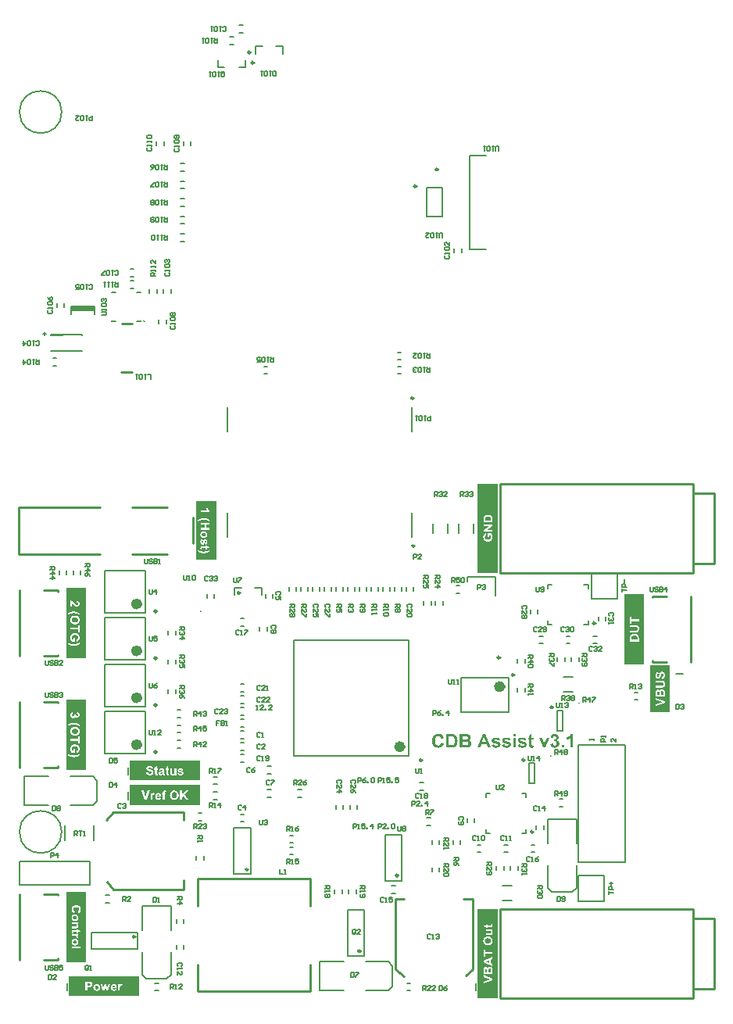
<source format=gbr>
%FSDAX24Y24*%
%MOIN*%
%SFA1B1*%

%IPPOS*%
%ADD42C,0.010000*%
%ADD77C,0.009800*%
%ADD78C,0.003900*%
%ADD79C,0.023600*%
%ADD80C,0.005000*%
%ADD81C,0.007900*%
%ADD82R,0.098400X0.021700*%
%LNarray-1*%
%LPD*%
G36*
X030450Y028200D02*
X029600D01*
Y032000*
X030450*
Y028200*
G37*
G36*
X027930Y021335D02*
X027937D01*
X027946Y021334*
X027957Y021333*
X027968Y021331*
X027981Y021328*
X027994Y021325*
X028008Y021321*
X028022Y021316*
X028037Y021310*
X028051Y021302*
X028065Y021294*
X028079Y021284*
X028092Y021273*
X028094Y021271*
X028096Y021269*
X028098Y021266*
X028101Y021262*
X028105Y021258*
X028110Y021252*
X028114Y021246*
X028119Y021239*
X028124Y021231*
X028129Y021223*
X028133Y021213*
X028139Y021203*
X028143Y021192*
X028148Y021180*
X028151Y021167*
X028036Y021140*
Y021142*
X028035Y021144*
Y021147*
X028033Y021151*
X028031Y021155*
X028028Y021165*
X028022Y021176*
X028014Y021188*
X028005Y021200*
X027993Y021210*
X027992Y021212*
X027990Y021213*
X027988Y021214*
X027984Y021217*
X027981Y021219*
X027972Y021224*
X027960Y021228*
X027947Y021233*
X027931Y021235*
X027915Y021237*
X027908*
X027904Y021236*
X027898Y021235*
X027892Y021234*
X027885Y021233*
X027877Y021231*
X027869Y021228*
X027861Y021225*
X027852Y021222*
X027843Y021217*
X027834Y021212*
X027826Y021206*
X027818Y021199*
X027810Y021190*
X027809*
X027808Y021188*
X027806Y021185*
X027803Y021181*
X027801Y021176*
X027797Y021171*
X027794Y021163*
X027790Y021154*
X027786Y021145*
X027783Y021134*
X027779Y021122*
X027776Y021108*
X027774Y021093*
X027772Y021077*
X027771Y021060*
X027770Y021041*
Y021040*
Y021037*
Y021031*
X027771Y021023*
Y021014*
X027772Y021004*
X027773Y020993*
X027775Y020981*
X027780Y020955*
X027783Y020943*
X027787Y020930*
X027791Y020918*
X027796Y020906*
X027802Y020896*
X027809Y020886*
X027810Y020885*
X027811Y020884*
X027813Y020882*
X027816Y020879*
X027820Y020875*
X027825Y020871*
X027830Y020867*
X027837Y020863*
X027844Y020859*
X027852Y020855*
X027860Y020851*
X027869Y020847*
X027879Y020844*
X027889Y020842*
X027900Y020841*
X027911Y020840*
X027916*
X027919Y020841*
X027923*
X027928*
X027939Y020844*
X027952Y020847*
X027965Y020852*
X027979Y020860*
X027985Y020864*
X027992Y020869*
Y020870*
X027993Y020871*
X027995Y020873*
X027997Y020875*
X028000Y020878*
X028003Y020882*
X028006Y020887*
X028010Y020892*
X028014Y020898*
X028018Y020905*
X028022Y020913*
X028026Y020921*
X028030Y020930*
X028033Y020940*
X028036Y020951*
X028040Y020963*
X028153Y020927*
Y020926*
X028151Y020923*
X028150Y020918*
X028148Y020912*
X028145Y020904*
X028141Y020894*
X028137Y020885*
X028132Y020874*
X028126Y020862*
X028120Y020851*
X028113Y020839*
X028105Y020828*
X028096Y020816*
X028087Y020805*
X028077Y020795*
X028066Y020786*
X028065Y020785*
X028063Y020784*
X028060Y020781*
X028055Y020779*
X028049Y020776*
X028042Y020772*
X028034Y020767*
X028024Y020763*
X028013Y020759*
X028002Y020754*
X027990Y020751*
X027976Y020747*
X027961Y020745*
X027946Y020742*
X027930Y020741*
X027913Y020740*
X027907*
X027902Y020741*
X027893Y020742*
X027884Y020743*
X027872Y020744*
X027860Y020747*
X027846Y020750*
X027831Y020754*
X027816Y020760*
X027800Y020766*
X027784Y020774*
X027769Y020782*
X027753Y020793*
X027738Y020805*
X027724Y020819*
X027723*
X027721Y020823*
X027717Y020827*
X027712Y020833*
X027706Y020841*
X027701Y020851*
X027694Y020862*
X027687Y020875*
X027680Y020889*
X027673Y020905*
X027667Y020923*
X027662Y020942*
X027657Y020963*
X027653Y020985*
X027651Y021008*
X027650Y021033*
Y021034*
Y021035*
Y021037*
Y021040*
Y021043*
X027651Y021047*
Y021057*
X027653Y021069*
X027654Y021083*
X027656Y021099*
X027659Y021115*
X027663Y021133*
X027668Y021151*
X027674Y021169*
X027681Y021188*
X027690Y021206*
X027699Y021224*
X027711Y021241*
X027724Y021257*
X027727Y021260*
X027732Y021264*
X027737Y021269*
X027745Y021275*
X027754Y021282*
X027764Y021289*
X027776Y021296*
X027789Y021304*
X027804Y021311*
X027821Y021318*
X027838Y021324*
X027857Y021329*
X027877Y021333*
X027897Y021335*
X027920Y021336*
X027924*
X027930Y021335*
G37*
G36*
X031225Y021224D02*
X031114D01*
Y021327*
X031225*
Y021224*
G37*
G36*
X030833Y021176D02*
X030840D01*
X030848*
X030857Y021174*
X030867*
X030888Y021170*
X030909Y021165*
X030919Y021162*
X030929Y021158*
X030938Y021154*
X030946Y021149*
X030947*
X030948Y021147*
X030950Y021146*
X030953Y021144*
X030956Y021140*
X030960Y021137*
X030969Y021128*
X030979Y021117*
X030988Y021102*
X030997Y021086*
X031004Y021067*
X030900Y021047*
Y021049*
X030899Y021051*
X030897Y021056*
X030894Y021061*
X030890Y021067*
X030886Y021073*
X030881Y021079*
X030874Y021084*
X030873*
X030871Y021086*
X030866Y021088*
X030861Y021091*
X030853Y021093*
X030844Y021095*
X030833Y021097*
X030821*
X030814*
X030806*
X030796Y021096*
X030786Y021094*
X030776Y021092*
X030767Y021089*
X030759Y021085*
X030758Y021084*
X030757*
X030755Y021081*
X030753Y021079*
X030748Y021072*
X030747Y021068*
X030746Y021063*
Y021062*
Y021061*
X030747Y021058*
X030748Y021056*
X030749Y021052*
X030751Y021049*
X030753Y021045*
X030757Y021042*
X030758Y021041*
X030759*
X030761Y021040*
X030764Y021039*
X030767Y021038*
X030771Y021036*
X030776Y021034*
X030782Y021032*
X030789Y021030*
X030797Y021027*
X030807Y021025*
X030818Y021022*
X030830Y021018*
X030845Y021015*
X030860Y021011*
X030861*
X030864*
X030868Y021009*
X030874Y021007*
X030881Y021006*
X030890Y021004*
X030899Y021001*
X030908Y020998*
X030929Y020991*
X030949Y020982*
X030959Y020977*
X030968Y020973*
X030976Y020967*
X030983Y020962*
X030984Y020961*
X030985*
X030986Y020959*
X030988Y020957*
X030992Y020954*
X030994Y020950*
X031001Y020941*
X031007Y020929*
X031013Y020915*
X031017Y020898*
Y020889*
X031018Y020880*
Y020879*
Y020877*
Y020874*
X031017Y020870*
Y020865*
X031015Y020859*
X031014Y020853*
X031012Y020846*
X031010Y020839*
X031006Y020831*
X031003Y020823*
X030997Y020814*
X030992Y020806*
X030986Y020798*
X030978Y020789*
X030970Y020781*
X030969*
X030968Y020780*
X030965Y020778*
X030961Y020775*
X030956Y020772*
X030950Y020769*
X030942Y020765*
X030934Y020761*
X030925Y020757*
X030914Y020753*
X030902Y020750*
X030890Y020747*
X030876Y020744*
X030861Y020742*
X030845Y020741*
X030828Y020740*
X030820*
X030814Y020741*
X030807Y020742*
X030798*
X030789Y020743*
X030779Y020745*
X030757Y020749*
X030735Y020754*
X030723Y020758*
X030712Y020763*
X030702Y020769*
X030692Y020774*
Y020775*
X030691Y020776*
X030688Y020778*
X030685Y020781*
X030680Y020784*
X030676Y020789*
X030671Y020794*
X030666Y020799*
X030660Y020805*
X030655Y020812*
X030649Y020820*
X030644Y020828*
X030635Y020847*
X030631Y020857*
X030628Y020868*
X030739Y020885*
Y020884*
X030740*
X030741Y020880*
X030743Y020874*
X030745Y020867*
X030749Y020859*
X030754Y020851*
X030760Y020843*
X030768Y020836*
X030769Y020835*
X030771Y020833*
X030777Y020831*
X030784Y020828*
X030792Y020825*
X030802Y020823*
X030814Y020821*
X030828Y020820*
X030835*
X030843Y020821*
X030852Y020822*
X030862Y020824*
X030873Y020826*
X030883Y020830*
X030892Y020835*
X030893Y020836*
X030895Y020837*
X030897Y020840*
X030900Y020843*
X030902Y020848*
X030904Y020853*
X030906Y020859*
X030907Y020865*
Y020866*
Y020867*
X030906Y020869*
Y020873*
X030904Y020879*
X030901Y020882*
X030899Y020885*
X030898Y020886*
X030897Y020887*
X030895Y020889*
X030891Y020891*
X030886Y020893*
X030880Y020895*
X030872Y020898*
X030862Y020900*
X030861*
Y020901*
X030859*
X030856Y020902*
X030849Y020903*
X030841Y020905*
X030830Y020908*
X030818Y020911*
X030805Y020914*
X030791Y020918*
X030762Y020927*
X030748Y020931*
X030734Y020936*
X030721Y020940*
X030710Y020945*
X030700Y020950*
X030692Y020954*
Y020955*
X030691*
X030688Y020958*
X030685Y020961*
X030681Y020964*
X030677Y020968*
X030673Y020973*
X030668Y020979*
X030664Y020985*
X030659Y020992*
X030655Y021000*
X030651Y021008*
X030648Y021018*
X030646Y021027*
X030644Y021038*
Y021049*
Y021051*
Y021054*
Y021058*
X030645Y021062*
X030646Y021068*
X030647Y021074*
X030649Y021080*
X030654Y021095*
X030657Y021102*
X030662Y021110*
X030666Y021117*
X030672Y021125*
X030678Y021133*
X030686Y021140*
X030687*
X030688Y021142*
X030691Y021143*
X030694Y021145*
X030699Y021148*
X030705Y021151*
X030711Y021155*
X030719Y021158*
X030728Y021162*
X030737Y021165*
X030748Y021169*
X030760Y021171*
X030773Y021174*
X030787Y021176*
X030803*
X030819Y021177*
X030827*
X030833Y021176*
G37*
G36*
X031504D02*
X031511D01*
X031519*
X031528Y021174*
X031538*
X031558Y021170*
X031580Y021165*
X031590Y021162*
X031600Y021158*
X031609Y021154*
X031617Y021149*
X031618*
X031619Y021147*
X031621Y021146*
X031624Y021144*
X031627Y021140*
X031631Y021137*
X031640Y021128*
X031650Y021117*
X031659Y021102*
X031668Y021086*
X031675Y021067*
X031571Y021047*
Y021049*
X031569Y021051*
X031567Y021056*
X031565Y021061*
X031561Y021067*
X031557Y021073*
X031551Y021079*
X031545Y021084*
X031544*
X031542Y021086*
X031537Y021088*
X031532Y021091*
X031524Y021093*
X031515Y021095*
X031504Y021097*
X031492*
X031485*
X031477*
X031467Y021096*
X031457Y021094*
X031447Y021092*
X031438Y021089*
X031429Y021085*
Y021084*
X031428*
X031426Y021081*
X031424Y021079*
X031419Y021072*
X031418Y021068*
X031417Y021063*
Y021062*
Y021061*
X031418Y021058*
X031419Y021056*
X031420Y021052*
X031422Y021049*
X031424Y021045*
X031428Y021042*
X031429Y021041*
X031430*
X031432Y021040*
X031435Y021039*
X031438Y021038*
X031442Y021036*
X031447Y021034*
X031453Y021032*
X031460Y021030*
X031468Y021027*
X031478Y021025*
X031489Y021022*
X031501Y021018*
X031515Y021015*
X031531Y021011*
X031532*
X031535*
X031539Y021009*
X031545Y021007*
X031552Y021006*
X031560Y021004*
X031569Y021001*
X031579Y020998*
X031600Y020991*
X031620Y020982*
X031630Y020977*
X031639Y020973*
X031647Y020967*
X031654Y020962*
X031655Y020961*
X031657Y020959*
X031659Y020957*
X031662Y020954*
X031665Y020950*
X031671Y020941*
X031678Y020929*
X031684Y020915*
X031688Y020898*
Y020889*
X031689Y020880*
Y020879*
Y020877*
Y020874*
X031688Y020870*
Y020865*
X031686Y020859*
X031685Y020853*
X031683Y020846*
X031680Y020839*
X031677Y020831*
X031673Y020823*
X031668Y020814*
X031663Y020806*
X031657Y020798*
X031649Y020789*
X031641Y020781*
X031640*
X031639Y020780*
X031636Y020778*
X031632Y020775*
X031627Y020772*
X031621Y020769*
X031613Y020765*
X031605Y020761*
X031596Y020757*
X031585Y020753*
X031573Y020750*
X031560Y020747*
X031547Y020744*
X031532Y020742*
X031516Y020741*
X031499Y020740*
X031490*
X031485Y020741*
X031478Y020742*
X031469*
X031460Y020743*
X031450Y020745*
X031428Y020749*
X031406Y020754*
X031394Y020758*
X031383Y020763*
X031373Y020769*
X031363Y020774*
Y020775*
X031361Y020776*
X031359Y020778*
X031356Y020781*
X031351Y020784*
X031347Y020789*
X031342Y020794*
X031337Y020799*
X031331Y020805*
X031326Y020812*
X031320Y020820*
X031315Y020828*
X031306Y020847*
X031302Y020857*
X031299Y020868*
X031410Y020885*
Y020884*
X031411*
Y020880*
X031413Y020874*
X031416Y020867*
X031420Y020859*
X031425Y020851*
X031431Y020843*
X031438Y020836*
X031440Y020835*
X031442Y020833*
X031447Y020831*
X031454Y020828*
X031463Y020825*
X031473Y020823*
X031485Y020821*
X031499Y020820*
X031506*
X031514Y020821*
X031523Y020822*
X031533Y020824*
X031544Y020826*
X031554Y020830*
X031563Y020835*
X031564Y020836*
X031566Y020837*
X031567Y020840*
X031571Y020843*
X031573Y020848*
X031575Y020853*
X031577Y020859*
X031578Y020865*
Y020866*
Y020867*
X031577Y020869*
X031576Y020873*
X031575Y020879*
X031572Y020882*
X031569Y020885*
Y020886*
X031567Y020887*
X031566Y020889*
X031562Y020891*
X031557Y020893*
X031551Y020895*
X031542Y020898*
X031533Y020900*
X031532*
Y020901*
X031530*
X031527Y020902*
X031520Y020903*
X031512Y020905*
X031501Y020908*
X031489Y020911*
X031476Y020914*
X031462Y020918*
X031433Y020927*
X031419Y020931*
X031405Y020936*
X031392Y020940*
X031381Y020945*
X031371Y020950*
X031363Y020954*
Y020955*
X031361*
X031359Y020958*
X031356Y020961*
X031352Y020964*
X031348Y020968*
X031343Y020973*
X031339Y020979*
X031334Y020985*
X031330Y020992*
X031326Y021000*
X031322Y021008*
X031319Y021018*
X031316Y021027*
X031315Y021038*
Y021049*
Y021051*
Y021054*
Y021058*
X031316Y021062*
X031317Y021068*
X031318Y021074*
X031320Y021080*
X031325Y021095*
X031328Y021102*
X031333Y021110*
X031337Y021117*
X031343Y021125*
X031349Y021133*
X031357Y021140*
X031358*
X031359Y021142*
X031361Y021143*
X031365Y021145*
X031370Y021148*
X031376Y021151*
X031382Y021155*
X031390Y021158*
X031399Y021162*
X031408Y021165*
X031419Y021169*
X031431Y021171*
X031444Y021174*
X031458Y021176*
X031474*
X031490Y021177*
X031498*
X031504Y021176*
G37*
G36*
X017750Y018300D02*
X014750D01*
Y019150*
X017750*
Y018300*
G37*
G36*
X012900Y024550D02*
X012050D01*
Y027550*
X012900*
Y024550*
G37*
G36*
X030450Y010050D02*
X029600D01*
Y013850*
X030450*
Y010050*
G37*
G36*
X037800Y022250D02*
X036950D01*
Y024250*
X037800*
Y022250*
G37*
G36*
X036700Y024300D02*
X035850D01*
Y027300*
X036700*
Y024300*
G37*
G36*
X018450Y028750D02*
X017600D01*
Y031250*
X018450*
Y028750*
G37*
G36*
X012900Y019800D02*
X012050D01*
Y022800*
X012900*
Y019800*
G37*
G36*
X015150Y010150D02*
X012150D01*
Y011000*
X015150*
Y010150*
G37*
G36*
X030386Y021176D02*
X030393D01*
X030401*
X030410Y021174*
X030420*
X030440Y021170*
X030461Y021165*
X030472Y021162*
X030481Y021158*
X030490Y021154*
X030499Y021149*
X030500Y021147*
X030502Y021146*
X030506Y021144*
X030509Y021140*
X030513Y021137*
X030522Y021128*
X030531Y021117*
X030540Y021102*
X030549Y021086*
X030556Y021067*
X030452Y021047*
Y021049*
X030451Y021051*
X030449Y021056*
X030447Y021061*
X030443Y021067*
X030439Y021073*
X030433Y021079*
X030427Y021084*
X030426*
X030423Y021086*
X030419Y021088*
X030413Y021091*
X030405Y021093*
X030396Y021095*
X030386Y021097*
X030373*
X030366*
X030359*
X030349Y021096*
X030339Y021094*
X030328Y021092*
X030319Y021089*
X030311Y021085*
X030310Y021084*
X030309*
X030307Y021081*
X030305Y021079*
X030301Y021072*
X030300Y021068*
X030299Y021063*
Y021062*
Y021061*
X030300Y021058*
Y021056*
X030301Y021052*
X030303Y021049*
X030306Y021045*
X030310Y021042*
Y021041*
X030312*
X030314Y021040*
X030316Y021039*
X030319Y021038*
X030323Y021036*
X030328Y021034*
X030334Y021032*
X030341Y021030*
X030350Y021027*
X030359Y021025*
X030370Y021022*
X030383Y021018*
X030397Y021015*
X030413Y021011*
X030414*
X030416*
X030421Y021009*
X030427Y021007*
X030434Y021006*
X030442Y021004*
X030451Y021001*
X030461Y020998*
X030481Y020991*
X030502Y020982*
X030511Y020977*
X030520Y020973*
X030529Y020967*
X030536Y020962*
Y020961*
X030537*
X030539Y020959*
X030541Y020957*
X030544Y020954*
X030547Y020950*
X030553Y020941*
X030560Y020929*
X030565Y020915*
X030569Y020898*
X030570Y020889*
Y020880*
Y020879*
Y020877*
Y020874*
Y020870*
X030569Y020865*
X030568Y020859*
X030567Y020853*
X030565Y020846*
X030562Y020839*
X030559Y020831*
X030555Y020823*
X030550Y020814*
X030545Y020806*
X030538Y020798*
X030531Y020789*
X030522Y020781*
X030520Y020780*
X030517Y020778*
X030513Y020775*
X030508Y020772*
X030502Y020769*
X030495Y020765*
X030486Y020761*
X030477Y020757*
X030466Y020753*
X030455Y020750*
X030442Y020747*
X030429Y020744*
X030413Y020742*
X030398Y020741*
X030380Y020740*
X030372*
X030366Y020741*
X030359Y020742*
X030351*
X030341Y020743*
X030332Y020745*
X030310Y020749*
X030287Y020754*
X030276Y020758*
X030265Y020763*
X030255Y020769*
X030245Y020774*
X030244Y020775*
X030243Y020776*
X030240Y020778*
X030237Y020781*
X030233Y020784*
X030228Y020789*
X030224Y020794*
X030219Y020799*
X030213Y020805*
X030208Y020812*
X030202Y020820*
X030197Y020828*
X030188Y020847*
X030184Y020857*
X030181Y020868*
X030292Y020885*
Y020884*
X030293Y020880*
X030295Y020874*
X030298Y020867*
X030301Y020859*
X030307Y020851*
X030312Y020843*
X030320Y020836*
X030321Y020835*
X030324Y020833*
X030329Y020831*
X030336Y020828*
X030344Y020825*
X030355Y020823*
X030367Y020821*
X030380Y020820*
X030387*
X030395Y020821*
X030404Y020822*
X030414Y020824*
X030425Y020826*
X030436Y020830*
X030445Y020835*
Y020836*
X030447Y020837*
X030449Y020840*
X030452Y020843*
X030455Y020848*
X030457Y020853*
X030459Y020859*
Y020865*
Y020866*
Y020867*
Y020869*
X030458Y020873*
X030456Y020879*
X030454Y020882*
X030451Y020885*
X030450Y020886*
X030449Y020887*
X030447Y020889*
X030443Y020891*
X030438Y020893*
X030432Y020895*
X030424Y020898*
X030414Y020900*
X030413Y020901*
X030411*
X030409Y020902*
X030402Y020903*
X030393Y020905*
X030382Y020908*
X030370Y020911*
X030357Y020914*
X030343Y020918*
X030314Y020927*
X030300Y020931*
X030287Y020936*
X030274Y020940*
X030262Y020945*
X030253Y020950*
X030245Y020954*
X030244Y020955*
X030243*
X030240Y020958*
X030237Y020961*
X030233Y020964*
X030230Y020968*
X030225Y020973*
X030221Y020979*
X030216Y020985*
X030212Y020992*
X030208Y021000*
X030204Y021008*
X030201Y021018*
X030198Y021027*
X030197Y021038*
X030196Y021049*
Y021051*
Y021054*
X030197Y021058*
Y021062*
X030199Y021068*
X030200Y021074*
X030201Y021080*
X030206Y021095*
X030210Y021102*
X030214Y021110*
X030219Y021117*
X030224Y021125*
X030231Y021133*
X030239Y021140*
X030240Y021142*
X030243Y021143*
X030247Y021145*
X030251Y021148*
X030257Y021151*
X030264Y021155*
X030271Y021158*
X030280Y021162*
X030290Y021165*
X030301Y021169*
X030313Y021171*
X030326Y021174*
X030340Y021176*
X030355*
X030371Y021177*
X030380*
X030386Y021176*
G37*
G36*
X030159Y020750D02*
X030032D01*
X029982Y020881*
X029751*
X029704Y020750*
X029580*
X029804Y021327*
X029928*
X030159Y020750*
G37*
G36*
X031225D02*
X031114D01*
Y021168*
X031225*
Y020750*
G37*
G36*
X033282D02*
X033172D01*
Y020860*
X033282*
Y020750*
G37*
G36*
X031901Y021168D02*
X031977D01*
Y021080*
X031901*
Y020911*
Y020910*
Y020909*
Y020907*
Y020903*
Y020899*
Y020894*
Y020884*
X031902Y020874*
Y020864*
X031903Y020860*
Y020857*
Y020853*
Y020851*
X031904Y020850*
X031905Y020846*
X031908Y020842*
X031913Y020837*
X031914*
X031918Y020835*
X031924Y020833*
X031932Y020832*
X031935*
X031938Y020833*
X031943*
X031949Y020835*
X031957Y020837*
X031966Y020839*
X031976Y020842*
X031986Y020756*
X031985*
X031984*
X031982Y020755*
X031979Y020754*
X031976Y020753*
X031971Y020751*
X031966Y020750*
X031961Y020749*
X031948Y020746*
X031933Y020743*
X031917Y020741*
X031899Y020740*
X031894*
X031888Y020741*
X031881Y020742*
X031872Y020743*
X031863Y020744*
X031854Y020747*
X031845Y020750*
X031844Y020751*
X031841Y020752*
X031836Y020754*
X031831Y020757*
X031826Y020761*
X031820Y020765*
X031815Y020771*
X031810Y020776*
X031809Y020777*
X031808Y020780*
X031806Y020783*
X031804Y020788*
X031801Y020794*
X031799Y020801*
X031796Y020810*
X031794Y020819*
Y020820*
X031793Y020823*
Y020828*
Y020832*
Y020836*
X031792Y020841*
Y020847*
Y020853*
Y020860*
X031791Y020868*
Y020877*
Y020887*
Y020897*
Y021080*
X031740*
Y021168*
X031791*
Y021251*
X031901Y021316*
Y021168*
G37*
G36*
X028483Y021326D02*
X028497D01*
X028505Y021325*
X028523Y021324*
X028541Y021321*
X028559Y021319*
X028567Y021317*
X028574Y021315*
X028575*
X028577Y021314*
X028580*
X028583Y021312*
X028587Y021310*
X028592Y021309*
X028605Y021303*
X028618Y021296*
X028632Y021286*
X028647Y021275*
X028661Y021262*
X028662Y021261*
X028663Y021260*
X028664Y021258*
X028667Y021255*
X028670Y021251*
X028674Y021247*
X028678Y021242*
X028682Y021236*
X028686Y021230*
X028691Y021223*
X028700Y021206*
X028709Y021188*
X028716Y021169*
Y021168*
X028717Y021166*
X028718Y021163*
X028720Y021159*
X028721Y021153*
X028723Y021147*
X028724Y021140*
X028726Y021131*
X028728Y021122*
X028730Y021111*
X028731Y021100*
X028732Y021088*
X028734Y021075*
X028735Y021061*
X028736Y021047*
Y021032*
Y021029*
Y021025*
Y021020*
X028735Y021014*
Y021007*
X028734Y020999*
Y020991*
X028731Y020971*
X028728Y020951*
X028723Y020930*
X028718Y020910*
Y020909*
X028716Y020907*
X028715Y020904*
X028714Y020900*
X028711Y020894*
X028709Y020888*
X028705Y020881*
X028702Y020873*
X028693Y020857*
X028682Y020841*
X028670Y020823*
X028656Y020808*
X028655*
Y020807*
X028653Y020805*
X028650Y020803*
X028648Y020801*
X028644Y020798*
X028634Y020791*
X028623Y020783*
X028609Y020776*
X028592Y020769*
X028574Y020762*
X028573*
X028572Y020761*
X028570Y020760*
X028567*
X028563Y020759*
X028558Y020758*
X028553Y020757*
X028547Y020756*
X028540Y020754*
X028532*
X028523Y020753*
X028514Y020752*
X028505Y020751*
X028494*
X028471Y020750*
X028252*
Y021327*
X028476*
X028483Y021326*
G37*
G36*
X029095D02*
X029103D01*
X029120Y021325*
X029136Y021324*
X029152Y021323*
X029160Y021322*
X029166Y021321*
X029168*
X029170Y021320*
X029172Y021319*
X029179Y021318*
X029187Y021316*
X029196Y021312*
X029206Y021308*
X029216Y021303*
X029227Y021296*
X029228*
X029231Y021293*
X029236Y021289*
X029242Y021284*
X029249Y021276*
X029256Y021269*
X029264Y021259*
X029271Y021248*
X029272Y021247*
X029274Y021243*
X029277Y021237*
X029280Y021229*
X029283Y021219*
X029286Y021208*
X029288Y021195*
X029289Y021181*
Y021179*
Y021178*
Y021174*
X029288Y021171*
Y021167*
X029286Y021157*
X029284Y021145*
X029280Y021133*
X029274Y021120*
X029267Y021107*
Y021106*
X029266*
X029265Y021104*
X029263Y021101*
X029258Y021095*
X029252Y021088*
X029243Y021079*
X029233Y021071*
X029222Y021063*
X029208Y021056*
X029209*
X029211*
X029213Y021054*
X029217Y021053*
X029221Y021052*
X029226Y021049*
X029238Y021044*
X029251Y021036*
X029265Y021027*
X029277Y021016*
X029289Y021004*
X029290Y021003*
Y021002*
X029292Y021000*
X029294Y020997*
X029295Y020993*
X029298Y020989*
X029301Y020984*
X029303Y020979*
X029308Y020966*
X029313Y020952*
X029316Y020935*
X029317Y020926*
Y020917*
Y020916*
Y020915*
Y020913*
Y020910*
Y020907*
Y020903*
X029315Y020893*
X029313Y020881*
X029310Y020868*
X029305Y020855*
X029299Y020841*
Y020840*
X029298Y020839*
X029297Y020837*
X029295Y020834*
X029292Y020828*
X029286Y020819*
X029279Y020810*
X029270Y020799*
X029260Y020790*
X029249Y020781*
X029248*
X029247Y020780*
X029245Y020779*
X029243Y020778*
X029236Y020774*
X029227Y020769*
X029216Y020765*
X029202Y020760*
X029188Y020756*
X029171Y020754*
X029168*
X029164Y020753*
X029161*
X029155*
X029150*
X029142Y020752*
X029134*
X029123Y020751*
X029112*
X029099*
X029068*
X029050Y020750*
X028834*
Y021327*
X029088*
X029095Y021326*
G37*
G36*
X033655Y020750D02*
X033544D01*
Y021166*
Y021165*
X033542Y021163*
X033538Y021161*
X033533Y021157*
X033528Y021152*
X033520Y021147*
X033513Y021141*
X033504Y021135*
X033493Y021128*
X033483Y021121*
X033471Y021114*
X033458Y021107*
X033445Y021101*
X033431Y021094*
X033416Y021088*
X033402Y021083*
Y021183*
X033404*
X033406Y021184*
X033409Y021185*
X033413Y021187*
X033418Y021189*
X033424Y021192*
X033429Y021195*
X033443Y021202*
X033459Y021211*
X033477Y021223*
X033495Y021236*
X033496Y021237*
X033497Y021238*
X033501Y021240*
X033504Y021243*
X033508Y021247*
X033513Y021251*
X033518Y021257*
X033523Y021262*
X033535Y021276*
X033546Y021292*
X033556Y021309*
X033561Y021319*
X033565Y021328*
X033655*
Y020750*
G37*
G36*
X032891Y021328D02*
X032896D01*
X032903Y021327*
X032911Y021326*
X032920Y021324*
X032930Y021322*
X032940Y021319*
X032950Y021316*
X032961Y021312*
X032972Y021307*
X032983Y021301*
X032993Y021294*
X033004Y021285*
X033013Y021276*
X033014*
X033015Y021275*
X033017Y021272*
X033020Y021269*
X033023Y021265*
X033026Y021260*
X033030Y021255*
X033034Y021249*
X033042Y021234*
X033048Y021218*
X033050Y021209*
X033052Y021200*
X033054Y021190*
Y021180*
Y021179*
Y021177*
Y021173*
X033053Y021168*
X033052Y021162*
X033050Y021154*
X033047Y021145*
X033044Y021136*
X033040Y021128*
X033034Y021117*
X033027Y021108*
X033019Y021097*
X033009Y021087*
X032998Y021077*
X032986Y021068*
X032971Y021059*
X032972*
X032973*
X032975Y021058*
X032979Y021057*
X032983Y021056*
X032988Y021054*
X032999Y021049*
X033012Y021043*
X033025Y021034*
X033038Y021024*
X033050Y021011*
X033051Y021009*
X033052Y021007*
X033054Y021005*
X033057Y021001*
X033059Y020997*
X033062Y020992*
X033065Y020986*
X033070Y020973*
X033076Y020959*
X033079Y020941*
X033080Y020932*
Y020923*
Y020922*
Y020919*
X033079Y020916*
Y020910*
X033078Y020903*
X033077Y020896*
X033076Y020887*
X033073Y020878*
X033070Y020868*
X033067Y020858*
X033062Y020847*
X033056Y020836*
X033050Y020825*
X033043Y020814*
X033034Y020804*
X033024Y020794*
Y020793*
X033022Y020791*
X033018Y020789*
X033015Y020785*
X033009Y020781*
X033002Y020777*
X032995Y020772*
X032986Y020767*
X032977Y020762*
X032966Y020757*
X032955Y020753*
X032943Y020749*
X032930Y020746*
X032916Y020743*
X032902Y020741*
X032886Y020740*
X032878*
X032873Y020741*
X032866Y020742*
X032859Y020743*
X032850Y020744*
X032841Y020746*
X032831Y020748*
X032821Y020751*
X032810Y020755*
X032799Y020760*
X032788Y020765*
X032777Y020771*
X032767Y020778*
X032756Y020785*
Y020786*
X032755Y020787*
X032752Y020790*
X032748Y020794*
X032744Y020798*
X032740Y020803*
X032735Y020810*
X032730Y020817*
X032724Y020825*
X032719Y020833*
X032715Y020844*
X032710Y020854*
X032706Y020865*
X032702Y020877*
X032699Y020889*
X032697Y020903*
X032805Y020916*
Y020914*
Y020912*
X032806Y020910*
X032807Y020902*
X032810Y020893*
X032813Y020883*
X032818Y020873*
X032824Y020862*
X032832Y020853*
X032833*
X032835Y020850*
X032841Y020847*
X032847Y020843*
X032855Y020839*
X032864Y020835*
X032875Y020833*
X032886Y020832*
X032889*
X032892Y020833*
X032898*
X032906Y020835*
X032915Y020839*
X032925Y020843*
X032934Y020850*
X032943Y020858*
X032945Y020859*
X032947Y020862*
X032951Y020868*
X032955Y020876*
X032959Y020886*
X032963Y020898*
X032966Y020912*
X032967Y020928*
Y020930*
Y020932*
X032966Y020935*
Y020943*
X032964Y020952*
X032961Y020963*
X032957Y020973*
X032952Y020984*
X032945Y020994*
X032943Y020995*
X032941Y020998*
X032936Y021002*
X032929Y021006*
X032921Y021011*
X032912Y021014*
X032901Y021017*
X032889Y021018*
X032886*
X032881*
X032875Y021017*
X032868Y021016*
X032859Y021015*
X032850Y021013*
X032839Y021010*
X032851Y021099*
X032859*
X032862Y021100*
X032866*
X032877Y021101*
X032887Y021103*
X032899Y021107*
X032910Y021112*
X032920Y021119*
X032921Y021120*
X032923Y021122*
X032927Y021127*
X032932Y021133*
X032936Y021141*
X032939Y021150*
X032942Y021161*
X032943Y021173*
Y021174*
Y021178*
Y021183*
X032941Y021190*
X032939Y021197*
X032936Y021205*
X032932Y021212*
X032926Y021219*
X032925Y021220*
X032923Y021222*
X032919Y021225*
X032914Y021228*
X032907Y021231*
X032899Y021234*
X032890Y021236*
X032880Y021237*
X032875*
X032869Y021235*
X032863Y021234*
X032855Y021232*
X032848Y021228*
X032839Y021223*
X032832Y021217*
X032831Y021216*
X032828Y021213*
X032825Y021208*
X032821Y021202*
X032817Y021194*
X032813Y021184*
X032810Y021173*
X032808Y021160*
X032706Y021176*
Y021177*
Y021179*
X032707Y021181*
X032708Y021185*
X032709Y021190*
X032710Y021195*
X032713Y021206*
X032718Y021220*
X032723Y021234*
X032729Y021248*
X032737Y021260*
Y021261*
X032738Y021262*
X032741Y021266*
X032746Y021271*
X032753Y021278*
X032762Y021286*
X032772Y021294*
X032783Y021303*
X032797Y021310*
X032798*
X032799*
X032801Y021312*
X032804Y021313*
X032807Y021314*
X032812Y021316*
X032817Y021318*
X032822Y021319*
X032835Y021323*
X032850Y021326*
X032866Y021328*
X032883*
X032887*
X032891*
G37*
G36*
X017750Y019350D02*
X014750D01*
Y020200*
X017750*
Y019350*
G37*
G36*
X032492Y020750D02*
X032392D01*
X032224Y021168*
X032340*
X032419Y020954*
X032442Y020883*
Y020884*
X032443*
Y020887*
X032445Y020892*
X032447Y020898*
X032449Y020904*
X032451Y020910*
X032452Y020915*
X032453Y020919*
X032454Y020922*
X032455Y020925*
X032457Y020930*
X032459Y020936*
X032461Y020941*
X032465Y020954*
X032545Y021168*
X032658*
X032492Y020750*
G37*
G36*
X012900Y011600D02*
X012050D01*
Y014600*
X012900*
Y011600*
G37*
%LNarray-2*%
%LPC*%
G36*
X036151Y026327D02*
X036086D01*
Y026022*
X036151*
Y026136*
X036470*
Y026213*
X036151*
Y026327*
G37*
G36*
X030219Y013214D02*
X030162Y013207D01*
X030164Y013200*
X030166Y013194*
X030167Y013189*
X030168Y013185*
Y013182*
X030169Y013179*
Y013178*
Y013177*
X030168Y013172*
X030167Y013168*
X030166Y013166*
X030165Y013165*
X030162Y013162*
X030159Y013160*
X030157Y013159*
X030156Y013158*
X030155*
X030153*
X030150*
X030147*
X030141*
X030134Y013157*
X030004*
Y013208*
X029945*
Y013157*
X029847*
X029890Y013084*
X029945*
Y013050*
X030004*
Y013084*
X030145*
X030150*
X030155*
X030159*
X030163*
X030166Y013085*
X030171*
X030175*
X030177Y013086*
X030184Y013087*
X030189Y013089*
X030194Y013090*
X030198Y013092*
X030202Y013093*
X030204Y013095*
X030206Y013096*
X030210Y013099*
X030213Y013103*
X030216Y013107*
X030219Y013111*
X030221Y013114*
X030222Y013117*
X030223Y013119*
X030224Y013120*
X030226Y013125*
X030227Y013132*
X030228Y013138*
X030229Y013143*
X030230Y013148*
Y013152*
Y013155*
Y013167*
X030228Y013178*
X030227Y013188*
X030224Y013197*
Y013200*
X030223Y013204*
X030222Y013207*
X030221Y013209*
X030220Y013211*
Y013212*
X030219Y013213*
Y013214*
G37*
G36*
X030224Y013004D02*
X029945D01*
Y012930*
X030073*
X030083*
X030092*
X030099Y012929*
X030106*
X030112*
X030118Y012928*
X030123*
X030126Y012927*
X030129Y012926*
X030132*
X030134*
X030136Y012925*
X030137*
X030138*
X030143Y012922*
X030148Y012919*
X030153Y012916*
X030156Y012912*
X030159Y012909*
X030162Y012907*
X030163Y012905*
Y012904*
X030167Y012899*
X030169Y012893*
X030171Y012887*
X030172Y012882*
X030173Y012877*
X030174Y012873*
Y012871*
Y012870*
X030173Y012864*
X030172Y012859*
X030171Y012855*
X030170Y012850*
X030168Y012847*
X030167Y012845*
X030166Y012843*
X030163Y012839*
X030159Y012836*
X030156Y012834*
X030153Y012831*
X030150Y012830*
X030147Y012829*
X030146Y012828*
X030145*
X030142Y012827*
X030138*
X030134Y012826*
X030128*
X030123Y012825*
X030117*
X030104*
X030092*
X030087Y012824*
X029945*
Y012751*
X030122*
X030136*
X030142*
X030148Y012752*
X030153Y012753*
X030159Y012754*
X030163*
X030167Y012756*
X030171Y012757*
X030174*
X030177Y012758*
X030179Y012759*
X030181Y012760*
X030182*
X030183*
X030191Y012765*
X030198Y012769*
X030204Y012775*
X030209Y012780*
X030213Y012785*
X030216Y012789*
X030218Y012792*
Y012793*
X030222Y012801*
X030225Y012810*
X030227Y012818*
X030228Y012826*
X030229Y012833*
X030230Y012836*
Y012838*
Y012840*
Y012842*
Y012843*
Y012853*
X030228Y012863*
X030226Y012872*
X030224Y012879*
X030221Y012886*
X030220Y012889*
X030219Y012891*
X030218Y012893*
Y012894*
X030217Y012895*
X030212Y012904*
X030206Y012912*
X030200Y012919*
X030195Y012925*
X030190Y012929*
X030186Y012933*
X030184Y012934*
X030183Y012935*
X030182*
X030224*
Y013004*
G37*
G36*
X030171Y029889D02*
X030018D01*
Y029722*
X030083*
Y029810*
X030132*
X030136Y029804*
X030141Y029796*
X030144Y029789*
X030148Y029783*
X030150Y029777*
X030153Y029772*
Y029771*
X030154Y029769*
Y029768*
X030157Y029759*
X030160Y029750*
X030162Y029742*
Y029735*
X030163Y029728*
Y029726*
X030164Y029724*
Y029722*
Y029721*
Y029720*
Y029719*
X030163Y029710*
X030162Y029702*
X030161Y029694*
X030159Y029686*
X030156Y029679*
X030153Y029673*
X030150Y029667*
X030147Y029661*
X030144Y029656*
X030141Y029652*
X030138Y029648*
X030135Y029645*
X030133Y029643*
X030131Y029641*
X030130Y029640*
X030123Y029635*
X030116Y029630*
X030108Y029626*
X030099Y029623*
X030091Y029620*
X030082Y029617*
X030074Y029615*
X030066Y029614*
X030058Y029612*
X030051Y029611*
X030044*
X030038Y029610*
X030034*
X030027*
X030016*
X030005Y029611*
X029995Y029612*
X029986Y029614*
X029977Y029617*
X029969Y029619*
X029962Y029622*
X029956Y029625*
X029950Y029627*
X029945Y029630*
X029941Y029632*
X029938Y029635*
X029935Y029637*
X029933Y029638*
X029932Y029639*
X029926Y029645*
X029921Y029651*
X029917Y029658*
X029913Y029665*
X029910Y029671*
X029907Y029678*
X029905Y029685*
X029903Y029691*
X029902Y029697*
X029901Y029703*
X029900Y029707*
Y029712*
X029899Y029715*
Y029718*
Y029720*
X029900Y029732*
X029902Y029743*
X029904Y029752*
X029907Y029760*
X029911Y029767*
X029912Y029770*
X029913Y029772*
X029914Y029774*
X029915Y029775*
X029916*
Y029776*
X029922Y029783*
X029930Y029790*
X029937Y029795*
X029944Y029800*
X029951Y029803*
X029956Y029805*
X029958Y029806*
X029959*
X029960Y029807*
X029946Y029884*
X029936Y029881*
X029927Y029878*
X029918Y029875*
X029911Y029871*
X029903Y029867*
X029897Y029862*
X029890Y029858*
X029885Y029853*
X029880Y029849*
X029876Y029845*
X029872Y029842*
X029869Y029838*
X029866Y029836*
X029864Y029834*
Y029832*
X029863*
X029858Y029824*
X029853Y029816*
X029849Y029807*
X029846Y029798*
X029843Y029788*
X029840Y029779*
X029838Y029770*
X029837Y029761*
X029835Y029753*
Y029745*
X029834Y029738*
X029833Y029732*
Y029727*
Y029723*
Y029721*
Y029720*
Y029710*
X029834Y029700*
X029835Y029691*
X029836Y029682*
X029837Y029674*
X029839Y029667*
X029841Y029660*
X029842Y029653*
X029844Y029648*
X029846Y029643*
X029848Y029638*
X029849Y029635*
X029850Y029632*
X029851Y029630*
X029852Y029629*
Y029628*
X029857Y029619*
X029862Y029611*
X029868Y029603*
X029874Y029596*
X029879Y029590*
X029885Y029584*
X029891Y029578*
X029897Y029573*
X029903Y029569*
X029907Y029565*
X029912Y029562*
X029916Y029559*
X029919Y029557*
X029921Y029556*
X029923Y029555*
X029924*
X029933Y029550*
X029942Y029546*
X029951Y029543*
X029960Y029540*
X029969Y029538*
X029978Y029536*
X029986Y029534*
X029994Y029533*
X030002Y029532*
X030009Y029531*
X030015*
X030020Y029530*
X030024*
X030030*
X030040*
X030051Y029531*
X030070Y029533*
X030078Y029535*
X030087Y029537*
X030095Y029539*
X030102Y029541*
X030109Y029543*
X030115Y029545*
X030120Y029547*
X030125Y029549*
X030128Y029550*
X030131Y029551*
X030132Y029552*
X030133*
X030141Y029557*
X030149Y029561*
X030157Y029567*
X030164Y029572*
X030170Y029578*
X030176Y029583*
X030182Y029589*
X030186Y029594*
X030191Y029599*
X030194Y029604*
X030197Y029608*
X030200Y029612*
X030202Y029615*
X030203Y029617*
X030204Y029619*
X030205*
X030209Y029628*
X030213Y029637*
X030216Y029646*
X030219Y029655*
X030222Y029664*
X030224Y029672*
X030225Y029681*
X030227Y029688*
X030228Y029696*
X030229Y029703*
Y029709*
X030230Y029714*
Y029718*
Y029722*
Y029724*
X030229Y029742*
X030227Y029759*
X030224Y029775*
X030223Y029782*
X030221Y029789*
X030220Y029795*
X030218Y029801*
X030216Y029806*
X030215Y029810*
X030214Y029813*
X030213Y029816*
X030212Y029818*
X030209Y029827*
X030206Y029834*
X030202Y029842*
X030198Y029849*
X030195Y029855*
X030191Y029861*
X030188Y029866*
X030185Y029871*
X030182Y029875*
X030179Y029879*
X030177Y029882*
X030174Y029884*
X030173Y029886*
X030171Y029887*
Y029888*
Y029889*
G37*
G36*
X036290Y025596D02*
X036272D01*
X036263Y025595*
X036254Y025594*
X036245Y025593*
X036237*
X036230Y025592*
X036223Y025590*
X036217Y025589*
X036211Y025588*
X036206Y025587*
X036202Y025586*
X036198Y025585*
X036195Y025584*
X036193Y025583*
X036192*
X036191*
X036178Y025578*
X036166Y025572*
X036155Y025566*
X036151Y025563*
X036146Y025560*
X036143Y025557*
X036139Y025555*
X036136Y025552*
X036134Y025550*
X036132Y025548*
X036131Y025547*
X036130Y025546*
X036129*
X036120Y025537*
X036113Y025527*
X036107Y025517*
X036102Y025508*
X036098Y025500*
X036097Y025497*
X036095Y025494*
Y025492*
X036094Y025490*
Y025489*
Y025488*
X036092Y025483*
X036091Y025478*
X036089Y025466*
X036088Y025454*
X036087Y025442*
X036086Y025437*
Y025432*
Y025427*
Y025423*
Y025420*
Y025417*
Y025415*
Y025273*
X036470*
Y025419*
Y025435*
Y025442*
X036469Y025448*
Y025454*
X036468Y025460*
X036467Y025465*
Y025470*
X036466Y025474*
X036465Y025477*
X036464Y025480*
Y025483*
Y025485*
X036463Y025486*
Y025487*
Y025488*
X036458Y025500*
X036453Y025511*
X036448Y025520*
X036443Y025528*
X036439Y025534*
X036437Y025537*
X036435Y025539*
X036434Y025540*
X036433Y025542*
X036432*
Y025543*
X036422Y025552*
X036410Y025560*
X036399Y025567*
X036388Y025573*
X036383Y025576*
X036378Y025578*
X036375Y025579*
X036371Y025581*
X036368Y025582*
X036366Y025583*
X036364Y025584*
X036351Y025587*
X036336Y025590*
X036323Y025593*
X036310Y025594*
X036304Y025595*
X036299*
X036294*
X036290Y025596*
G37*
G36*
X036305Y025967D02*
X036086D01*
Y025890*
X036315*
X036322Y025889*
X036328*
X036334*
X036339*
X036345Y025888*
X036349*
X036352*
X036356*
X036358Y025887*
X036360*
X036362*
X036363Y025886*
X036364*
X036371Y025885*
X036378Y025882*
X036383Y025878*
X036388Y025875*
X036392Y025871*
X036395Y025868*
X036397Y025867*
Y025866*
X036401Y025859*
X036405Y025851*
X036407Y025843*
X036409Y025834*
X036410Y025827*
Y025824*
Y025822*
Y025819*
Y025817*
Y025816*
Y025804*
X036408Y025794*
X036406Y025786*
X036403Y025778*
X036401Y025772*
X036398Y025768*
X036397Y025766*
X036396Y025765*
X036391Y025758*
X036384Y025753*
X036378Y025749*
X036372Y025746*
X036367Y025743*
X036363Y025742*
X036361Y025741*
X036360*
X036359*
X036356Y025740*
X036351*
X036347Y025739*
X036342*
X036332*
X036321*
X036311Y025738*
X036086*
Y025661*
X036303*
X036314*
X036324Y025662*
X036333*
X036342*
X036350Y025663*
X036357Y025664*
X036364Y025665*
X036370*
X036375Y025666*
X036379*
X036383Y025667*
X036385*
X036387Y025668*
X036388*
X036389*
X036397Y025671*
X036405Y025674*
X036412Y025677*
X036418Y025681*
X036424Y025684*
X036428Y025687*
X036431Y025689*
Y025690*
X036439Y025697*
X036445Y025704*
X036451Y025711*
X036455Y025718*
X036459Y025725*
X036461Y025728*
X036462Y025730*
X036463Y025732*
X036464Y025733*
Y025734*
Y025735*
X036467Y025740*
X036469Y025747*
X036472Y025760*
X036474Y025774*
X036475Y025787*
X036476Y025793*
Y025799*
Y025804*
X036477Y025809*
Y025813*
Y025816*
Y025818*
Y025827*
X036476Y025834*
Y025842*
X036475Y025849*
X036474Y025856*
X036473Y025862*
X036472Y025867*
X036471Y025873*
X036470Y025877*
X036469Y025881*
X036468Y025884*
X036467Y025887*
X036466Y025889*
Y025891*
X036465Y025892*
X036461Y025902*
X036455Y025911*
X036450Y025919*
X036445Y025925*
X036441Y025930*
X036437Y025934*
X036435Y025936*
X036434Y025937*
X036426Y025943*
X036418Y025948*
X036410Y025952*
X036403Y025956*
X036396Y025958*
X036393Y025959*
X036391*
X036389Y025960*
X036387*
X036386Y025961*
X036380Y025962*
X036374Y025963*
X036366Y025964*
X036359Y025965*
X036342*
X036326Y025966*
X036318Y025967*
X036312*
X036305*
G37*
G36*
X030117Y011405D02*
X030106D01*
X030100*
X030089Y011402*
X030079Y011399*
X030071Y011396*
X030067Y011394*
X030064Y011393*
X030061Y011391*
X030059Y011390*
X030057Y011388*
X030056Y011387*
X030055*
X030046Y011379*
X030039Y011370*
X030033Y011361*
X030028Y011353*
X030024Y011345*
X030022Y011341*
Y011339*
X030021Y011336*
X030020Y011334*
X030019Y011333*
X030015Y011342*
X030010Y011349*
X030004Y011356*
X029998Y011362*
X029993Y011366*
X029989Y011369*
X029988Y011371*
X029986*
Y011372*
X029977Y011377*
X029968Y011381*
X029960Y011383*
X029952Y011385*
X029946Y011386*
X029943*
X029941Y011387*
X029936*
X029927Y011386*
X029918Y011385*
X029911Y011383*
X029904Y011381*
X029899Y011378*
X029895Y011376*
X029892Y011375*
X029891*
X029884Y011370*
X029878Y011365*
X029873Y011360*
X029868Y011355*
X029864Y011351*
X029862Y011348*
X029860Y011346*
X029859Y011345*
X029855Y011338*
X029852Y011331*
X029849Y011324*
X029847Y011318*
X029845Y011313*
X029844Y011309*
Y011307*
X029843Y011306*
Y011305*
X029842Y011301*
Y011295*
X029841Y011285*
X029840Y011274*
Y011262*
Y011257*
X029839Y011253*
Y011248*
Y011244*
Y011241*
Y011239*
Y011237*
Y011084*
X030224*
Y011214*
Y011227*
X030223Y011239*
Y011250*
Y011260*
Y011268*
Y011276*
X030222Y011283*
Y011289*
Y011294*
Y011298*
X030221Y011301*
Y011304*
Y011306*
Y011307*
Y011308*
X030219Y011319*
X030217Y011329*
X030214Y011338*
X030211Y011345*
X030208Y011351*
X030205Y011356*
X030204Y011357*
X030203Y011359*
Y011360*
X030197Y011367*
X030191Y011374*
X030184Y011380*
X030177Y011384*
X030172Y011388*
X030168Y011391*
X030166Y011392*
X030165Y011393*
X030164*
X030163*
X030154Y011397*
X030145Y011400*
X030136Y011402*
X030129Y011404*
X030122Y011405*
X030119*
X030117*
G37*
G36*
X030224Y011818D02*
X029839Y011664D01*
Y011581*
X030224Y011432*
Y011514*
X030136Y011546*
Y011699*
X030224Y011733*
Y011818*
G37*
G36*
X029904Y012136D02*
X029839D01*
Y011832*
X029904*
Y011946*
X030224*
Y012023*
X029904*
Y012136*
G37*
G36*
X030224Y030266D02*
X029839D01*
Y030194*
X030097*
X029839Y030036*
Y029961*
X030224*
Y030033*
X029971*
X030224Y030188*
Y030266*
G37*
G36*
X029839Y011044D02*
Y010962D01*
X030124Y010868*
X029839Y010770*
Y010686*
X030224Y010824*
Y010907*
X029839Y011044*
G37*
G36*
X030039Y012692D02*
X030032D01*
X030015*
X029999Y012690*
X029984Y012688*
X029970Y012684*
X029957Y012680*
X029945Y012676*
X029934Y012672*
X029924Y012667*
X029915Y012662*
X029907Y012658*
X029901Y012653*
X029896Y012650*
X029891Y012646*
X029888Y012644*
X029886Y012642*
Y012641*
X029876Y012632*
X029868Y012621*
X029861Y012610*
X029855Y012599*
X029850Y012588*
X029846Y012576*
X029842Y012565*
X029839Y012554*
X029837Y012544*
X029836Y012535*
X029835Y012527*
X029834Y012519*
X029833Y012513*
Y012509*
Y012507*
Y012506*
Y012505*
X029834Y012488*
X029835Y012473*
X029836Y012466*
X029838Y012459*
X029839Y012452*
X029841Y012447*
X029842Y012441*
X029844Y012436*
X029845Y012433*
X029846Y012429*
X029847Y012427*
Y012424*
X029848Y012423*
X029853Y012413*
X029859Y012403*
X029864Y012395*
X029870Y012388*
X029875Y012382*
X029879Y012377*
X029881Y012375*
X029882Y012374*
X029883Y012373*
X029892Y012365*
X029901Y012358*
X029910Y012352*
X029918Y012347*
X029925Y012343*
X029928Y012341*
X029930Y012340*
X029933Y012338*
X029934*
X029935Y012337*
X029936*
X029943Y012334*
X029951Y012332*
X029968Y012327*
X029984Y012324*
X029992Y012323*
X030000Y012322*
X030007Y012321*
X030013*
X030019Y012320*
X030024*
X030028*
X030034*
X030051*
X030067Y012322*
X030081Y012325*
X030095Y012328*
X030108Y012332*
X030120Y012336*
X030131Y012341*
X030140Y012345*
X030149Y012350*
X030156Y012355*
X030163Y012359*
X030168Y012363*
X030172Y012366*
X030175Y012368*
X030177Y012370*
X030178Y012371*
X030187Y012380*
X030195Y012391*
X030202Y012402*
X030208Y012413*
X030213Y012424*
X030217Y012436*
X030221Y012447*
X030224Y012457*
X030226Y012468*
X030227Y012477*
X030228Y012485*
X030229Y012492*
X030230Y012498*
Y012503*
Y012504*
Y012506*
Y012507*
Y012522*
X030228Y012537*
X030225Y012550*
X030222Y012563*
X030218Y012575*
X030213Y012586*
X030209Y012596*
X030204Y012605*
X030199Y012614*
X030194Y012621*
X030190Y012627*
X030186Y012632*
X030182Y012636*
X030180Y012639*
X030178Y012641*
X030168Y012650*
X030156Y012658*
X030145Y012665*
X030133Y012671*
X030121Y012676*
X030108Y012680*
X030097Y012683*
X030085Y012686*
X030075Y012688*
X030064Y012690*
X030055Y012691*
X030048Y012692*
X030041*
X030039*
G37*
G36*
X012423Y025629D02*
X012417D01*
X012406*
X012396*
X012377Y025626*
X012368Y025624*
X012360Y025623*
X012352Y025621*
X012344Y025618*
X012338Y025616*
X012332Y025614*
X012327Y025612*
X012322Y025611*
X012319Y025609*
X012316Y025608*
X012314*
Y025607*
X012305Y025603*
X012298Y025598*
X012290Y025593*
X012283Y025587*
X012277Y025582*
X012271Y025576*
X012265Y025570*
X012260Y025565*
X012256Y025560*
X012252Y025555*
X012249Y025551*
X012247Y025547*
X012245Y025544*
X012243Y025542*
X012242Y025540*
X012238Y025531*
X012234Y025522*
X012230Y025514*
X012227Y025505*
X012225Y025496*
X012223Y025487*
X012221Y025478*
X012220Y025471*
X012219Y025463*
X012218Y025456*
Y025450*
X012217Y025445*
Y025441*
Y025437*
Y025436*
Y025435*
X012218Y025417*
X012219Y025400*
X012222Y025384*
X012224Y025377*
X012226Y025370*
X012227Y025364*
X012229Y025358*
X012230Y025353*
X012232Y025349*
X012233Y025346*
Y025343*
X012234Y025341*
X012238Y025332*
X012241Y025325*
X012245Y025317*
X012248Y025311*
X012252Y025304*
X012255Y025298*
X012259Y025293*
X012262Y025288*
X012265Y025284*
X012268Y025281*
X012270Y025277*
X012272Y025275*
X012274Y025273*
X012275Y025272*
X012276Y025271*
Y025270*
X012429*
Y025437*
X012364*
Y025349*
X012315*
X012310Y025356*
X012306Y025363*
X012302Y025370*
X012299Y025377*
X012296Y025382*
X012294Y025387*
X012293Y025389*
Y025390*
X012292Y025391*
X012289Y025400*
X012287Y025409*
X012285Y025417*
X012284Y025424*
X012283Y025431*
Y025433*
Y025436*
Y025437*
Y025439*
Y025440*
Y025449*
X012284Y025457*
X012286Y025466*
X012288Y025473*
X012291Y025480*
X012294Y025487*
X012297Y025493*
X012300Y025498*
X012303Y025503*
X012306Y025507*
X012309Y025511*
X012312Y025514*
X012314Y025517*
X012316Y025518*
Y025519*
X012317*
X012324Y025525*
X012331Y025529*
X012339Y025533*
X012347Y025537*
X012356Y025540*
X012364Y025542*
X012373Y025544*
X012381Y025546*
X012389Y025547*
X012396Y025548*
X012402Y025549*
X012408*
X012413*
X012420*
X012431*
X012442Y025548*
X012452Y025547*
X012461Y025545*
X012470Y025543*
X012478Y025540*
X012485Y025537*
X012491Y025534*
X012497Y025532*
X012501Y025529*
X012506Y025527*
X012509Y025525*
X012512Y025522*
X012514Y025521*
X012515Y025520*
X012521Y025514*
X012526Y025508*
X012530Y025502*
X012534Y025495*
X012537Y025488*
X012539Y025481*
X012542Y025475*
X012544Y025468*
X012545Y025462*
X012546Y025457*
X012547Y025452*
Y025448*
X012548Y025444*
Y025441*
Y025439*
X012547Y025427*
X012545Y025416*
X012542Y025407*
X012539Y025399*
X012536Y025392*
X012535Y025389*
X012533Y025387*
Y025386*
X012532Y025384*
X012531*
Y025383*
X012524Y025376*
X012517Y025369*
X012509Y025364*
X012503Y025359*
X012496Y025356*
X012491Y025354*
X012489Y025353*
X012488*
X012487*
X012486*
X012501Y025276*
X012510Y025278*
X012520Y025281*
X012528Y025285*
X012536Y025288*
X012543Y025293*
X012550Y025297*
X012557Y025301*
X012562Y025306*
X012567Y025310*
X012571Y025314*
X012575Y025317*
X012578Y025321*
X012580Y025323*
X012582Y025326*
X012583Y025327*
X012584*
X012589Y025335*
X012593Y025344*
X012598Y025353*
X012601Y025362*
X012604Y025371*
X012607Y025380*
X012608Y025389*
X012610Y025398*
X012611Y025406*
X012612Y025414*
X012613Y025421*
Y025427*
X012614Y025432*
Y025436*
Y025438*
Y025439*
Y025449*
X012613Y025459*
X012612Y025468*
X012611Y025477*
X012610Y025485*
X012608Y025493*
X012606Y025499*
X012604Y025506*
X012602Y025511*
X012601Y025517*
X012599Y025521*
X012598Y025525*
X012596Y025527*
X012595Y025529*
Y025531*
X012590Y025540*
X012584Y025548*
X012579Y025556*
X012573Y025563*
X012567Y025570*
X012561Y025576*
X012555Y025581*
X012550Y025586*
X012544Y025591*
X012539Y025594*
X012535Y025597*
X012531Y025600*
X012527Y025602*
X012525Y025603*
X012524Y025604*
X012523Y025605*
X012514Y025609*
X012505Y025613*
X012496Y025616*
X012487Y025619*
X012478Y025621*
X012469Y025624*
X012460Y025625*
X012453Y025626*
X012445Y025627*
X012438Y025628*
X012432Y025629*
X012427*
X012423*
G37*
G36*
X012614Y025220D02*
X012599Y025214D01*
X012585Y025208*
X012572Y025202*
X012559Y025198*
X012547Y025193*
X012536Y025189*
X012526Y025185*
X012516Y025182*
X012508Y025180*
X012500Y025177*
X012494Y025175*
X012488Y025174*
X012484Y025172*
X012481*
X012479Y025171*
X012458Y025166*
X012437Y025163*
X012426Y025162*
X012417Y025161*
X012408Y025160*
X012399Y025159*
X012390*
X012383Y025158*
X012377*
X012371Y025157*
X012349*
X012338Y025158*
X012328Y025159*
X012319*
X012315Y025160*
X012311*
X012308*
X012306Y025161*
X012304*
X012302*
X012301*
X012289Y025163*
X012279Y025165*
X012268Y025166*
X012259Y025169*
X012255*
X012251Y025170*
X012248Y025171*
X012245Y025172*
X012242*
X012240*
X012239Y025173*
X012227Y025175*
X012217Y025178*
X012207Y025181*
X012198Y025184*
X012191Y025186*
X012189Y025187*
X012186*
X012185Y025188*
X012183Y025189*
X012182*
X012177Y025191*
X012172Y025193*
X012160Y025198*
X012148Y025203*
X012137Y025207*
X012131Y025210*
X012126Y025212*
X012122Y025214*
X012118Y025216*
X012114Y025217*
X012112Y025219*
X012111*
X012110*
Y025169*
X012123Y025160*
X012136Y025153*
X012148Y025146*
X012161Y025140*
X012173Y025134*
X012184Y025129*
X012195Y025124*
X012205Y025120*
X012214Y025116*
X012223Y025113*
X012230Y025110*
X012236Y025108*
X012242Y025106*
X012245Y025105*
X012248*
Y025104*
X012271Y025098*
X012283Y025096*
X012293Y025094*
X012304Y025092*
X012313Y025091*
X012322Y025090*
X012331Y025089*
X012339Y025088*
X012346*
X012352Y025087*
X012357*
X012361*
X012366*
X012378*
X012390Y025088*
X012414Y025090*
X012425Y025092*
X012435Y025094*
X012445Y025096*
X012455Y025098*
X012463Y025100*
X012471Y025102*
X012477Y025104*
X012483Y025106*
X012488Y025107*
X012491Y025108*
X012493Y025109*
X012494*
X012518Y025118*
X012529Y025123*
X012539Y025128*
X012550Y025133*
X012560Y025138*
X012569Y025143*
X012578Y025148*
X012586Y025152*
X012592Y025157*
X012599Y025160*
X012604Y025164*
X012608Y025166*
X012611Y025169*
X012613Y025170*
X012614*
Y025220*
G37*
G36*
X012418Y026377D02*
X012413D01*
X012396Y026376*
X012380Y026375*
X012366Y026372*
X012352Y026369*
X012339Y026365*
X012327Y026361*
X012316Y026356*
X012307Y026352*
X012298Y026347*
X012290Y026342*
X012284Y026338*
X012278Y026334*
X012274Y026331*
X012271Y026328*
X012269Y026327*
Y026326*
X012260Y026316*
X012252Y026306*
X012245Y026295*
X012239Y026283*
X012234Y026272*
X012230Y026261*
X012226Y026250*
X012223Y026239*
X012221Y026229*
X012219Y026220*
X012218Y026212*
Y026204*
X012217Y026198*
Y026194*
Y026192*
Y026191*
Y026190*
Y026175*
X012219Y026160*
X012221Y026147*
X012225Y026134*
X012229Y026122*
X012233Y026111*
X012238Y026100*
X012243Y026091*
X012248Y026083*
X012252Y026076*
X012257Y026069*
X012261Y026064*
X012264Y026060*
X012267Y026057*
X012268Y026056*
X012269Y026055*
X012279Y026046*
X012290Y026039*
X012302Y026032*
X012314Y026026*
X012326Y026021*
X012338Y026017*
X012350Y026013*
X012361Y026011*
X012372Y026009*
X012382Y026007*
X012391Y026006*
X012399Y026005*
X012405*
X012408Y026004*
X012414*
X012432Y026005*
X012448Y026007*
X012463Y026009*
X012477Y026013*
X012490Y026016*
X012502Y026021*
X012513Y026025*
X012523Y026030*
X012532Y026035*
X012539Y026039*
X012546Y026043*
X012551Y026047*
X012555Y026051*
X012558Y026053*
X012560Y026055*
X012561*
X012570Y026065*
X012578Y026076*
X012586Y026087*
X012592Y026098*
X012597Y026109*
X012601Y026121*
X012604Y026132*
X012607Y026143*
X012610Y026153*
X012611Y026162*
X012612Y026170*
X012613Y026177*
Y026183*
X012614Y026188*
Y026189*
Y026191*
X012613Y026209*
X012611Y026224*
X012610Y026231*
X012609Y026238*
X012607Y026245*
X012606Y026250*
X012605Y026256*
X012603Y026260*
X012602Y026264*
X012601Y026268*
X012600Y026270*
X012599Y026272*
X012598Y026274*
X012594Y026284*
X012588Y026293*
X012583Y026301*
X012577Y026309*
X012572Y026315*
X012568Y026320*
X012566Y026322*
X012565Y026323*
X012564*
Y026324*
X012555Y026332*
X012546Y026339*
X012537Y026345*
X012529Y026350*
X012522Y026354*
X012519Y026356*
X012516Y026357*
X012514Y026358*
X012512Y026359*
Y026360*
X012511*
X012503Y026363*
X012495Y026365*
X012479Y026370*
X012462Y026372*
X012455Y026374*
X012447Y026375*
X012440*
X012433Y026376*
X012428*
X012423*
X012418Y026377*
G37*
G36*
X012607Y025971D02*
X012542D01*
Y025857*
X012223*
Y025780*
X012542*
Y025666*
X012607*
Y025971*
G37*
G36*
X029059Y021002D02*
X028951D01*
Y020848*
X029079*
X029092*
X029105*
X029119Y020849*
X029125Y020850*
X029130*
X029134*
X029138Y020851*
X029139*
X029143Y020852*
X029147Y020853*
X029154Y020855*
X029160Y020859*
X029167Y020862*
X029174Y020867*
X029181Y020873*
Y020874*
X029183Y020876*
X029186Y020881*
X029189Y020887*
X029192Y020894*
X029195Y020902*
X029197Y020912*
Y020923*
Y020924*
Y020927*
Y020932*
X029196Y020938*
X029194Y020945*
X029192Y020952*
X029189Y020959*
X029184Y020966*
Y020967*
X029182Y020970*
X029179Y020973*
X029175Y020977*
X029170Y020981*
X029164Y020986*
X029156Y020989*
X029148Y020993*
X029146Y020994*
X029145*
X029143Y020995*
X029140*
X029136Y020996*
X029132Y020997*
X029126Y020998*
X029120*
X029112Y020999*
X029103Y021000*
X029095*
X029084Y021001*
X029072*
X029059Y021002*
G37*
G36*
X028445Y021229D02*
X028368D01*
Y020848*
X028472*
X028482*
X028494Y020849*
X028506Y020850*
X028517Y020851*
X028526Y020853*
X028527*
X028530Y020854*
X028535Y020856*
X028542Y020859*
X028549Y020862*
X028557Y020866*
X028565Y020871*
X028573Y020876*
Y020877*
X028576Y020880*
X028579Y020884*
X028583Y020890*
X028589Y020898*
X028594Y020907*
X028599Y020919*
X028603Y020932*
Y020933*
X028604Y020934*
X028605Y020936*
Y020939*
X028606Y020943*
X028607Y020948*
X028609Y020954*
X028610Y020960*
Y020967*
X028612Y020975*
X028613Y020984*
X028614Y020993*
Y021003*
X028615Y021014*
X028616Y021025*
Y021038*
Y021041*
Y021044*
Y021049*
X028615Y021054*
Y021061*
X028614Y021068*
Y021075*
X028612Y021092*
X028610Y021109*
X028607Y021126*
X028605Y021133*
X028603Y021140*
Y021141*
Y021142*
X028602Y021144*
X028601Y021146*
X028599Y021153*
X028595Y021161*
X028590Y021170*
X028585Y021179*
X028578Y021188*
X028570Y021196*
X028569Y021197*
X028566Y021199*
X028562Y021203*
X028555Y021207*
X028548Y021212*
X028539Y021216*
X028528Y021220*
X028516Y021223*
X028515*
X028513Y021224*
X028511*
X028508*
X028505Y021225*
X028500Y021226*
X028495*
X028489*
X028482Y021227*
X028474Y021228*
X028465*
X028456*
X028445Y021229*
G37*
G36*
X029057Y021231D02*
X028951D01*
Y021097*
X029063*
X029078Y021098*
X029091*
X029098Y021099*
X029103*
X029107*
X029112*
X029116Y021100*
X029121Y021101*
X029129Y021103*
X029136Y021106*
X029144Y021109*
X029152Y021113*
X029159Y021119*
Y021120*
X029161Y021122*
X029164Y021126*
X029168Y021131*
X029170Y021138*
X029173Y021145*
X029175Y021154*
X029176Y021165*
Y021166*
Y021169*
X029175Y021174*
X029174Y021180*
X029172Y021187*
X029170Y021194*
X029166Y021202*
X029161Y021208*
X029160Y021209*
X029158Y021211*
X029154Y021214*
X029150Y021217*
X029143Y021221*
X029136Y021224*
X029127Y021226*
X029117Y021228*
X029115*
X029113Y021229*
X029107*
X029103Y021230*
X029092*
X029085*
X029068*
X029057Y021231*
G37*
G36*
X029865Y021192D02*
X029787Y020979D01*
X029945*
X029865Y021192*
G37*
G36*
X012418Y021630D02*
X012413D01*
X012396*
X012380Y021628*
X012366Y021625*
X012352Y021623*
X012339Y021619*
X012327Y021614*
X012316Y021610*
X012307Y021605*
X012298Y021600*
X012290Y021596*
X012284Y021591*
X012278Y021587*
X012274Y021584*
X012271Y021582*
X012269Y021580*
X012260Y021570*
X012252Y021559*
X012245Y021548*
X012239Y021537*
X012234Y021526*
X012230Y021514*
X012226Y021504*
X012223Y021493*
X012221Y021483*
X012219Y021473*
X012218Y021465*
Y021458*
X012217Y021452*
Y021447*
Y021446*
Y021444*
Y021428*
X012219Y021414*
X012221Y021400*
X012225Y021387*
X012229Y021375*
X012233Y021364*
X012238Y021354*
X012243Y021345*
X012248Y021336*
X012252Y021329*
X012257Y021323*
X012261Y021318*
X012264Y021314*
X012267Y021311*
X012268Y021309*
X012269*
X012279Y021300*
X012290Y021292*
X012302Y021285*
X012314Y021279*
X012326Y021275*
X012338Y021270*
X012350Y021267*
X012361Y021264*
X012372Y021262*
X012382Y021260*
X012391*
X012399Y021259*
X012405Y021258*
X012408*
X012414*
X012432*
X012448Y021260*
X012463Y021263*
X012477Y021266*
X012490Y021270*
X012502Y021274*
X012513Y021278*
X012523Y021283*
X012532Y021288*
X012539Y021293*
X012546Y021297*
X012551Y021301*
X012555Y021304*
X012558Y021307*
X012560Y021308*
X012561Y021309*
X012570Y021319*
X012578Y021329*
X012586Y021340*
X012592Y021352*
X012597Y021363*
X012601Y021374*
X012604Y021385*
X012607Y021396*
X012610Y021406*
X012611Y021415*
X012612Y021423*
X012613Y021431*
Y021437*
X012614Y021441*
Y021443*
Y021444*
Y021445*
X012613Y021462*
X012611Y021477*
X012610Y021485*
X012609Y021492*
X012607Y021498*
X012606Y021504*
X012605Y021509*
X012603Y021514*
X012602Y021518*
X012601Y021521*
X012600Y021524*
X012599Y021526*
X012598Y021527*
X012594Y021537*
X012588Y021547*
X012583Y021555*
X012577Y021563*
X012572Y021569*
X012568Y021573*
X012566Y021575*
X012565Y021576*
X012564Y021577*
X012555Y021585*
X012546Y021592*
X012537Y021599*
X012529Y021604*
X012522Y021608*
X012519Y021609*
X012516Y021611*
X012514Y021612*
X012512Y021613*
X012511*
X012503Y021616*
X012495Y021619*
X012479Y021623*
X012462Y021626*
X012455Y021627*
X012447Y021628*
X012440Y021629*
X012433*
X012428Y021630*
X012423*
X012418*
G37*
G36*
X012607Y021224D02*
X012542D01*
Y021111*
X012223*
Y021033*
X012542*
Y020920*
X012607*
Y021224*
G37*
G36*
X012325Y022260D02*
X012316Y022259D01*
X012308Y022257*
X012300Y022254*
X012292Y022252*
X012286Y022248*
X012279Y022245*
X012273Y022242*
X012268Y022238*
X012263Y022235*
X012259Y022232*
X012255Y022229*
X012252Y022226*
X012250Y022223*
X012248Y022222*
X012247Y022221*
Y022220*
X012242Y022214*
X012237Y022207*
X012233Y022199*
X012230Y022192*
X012227Y022185*
X012224Y022178*
X012222Y022171*
X012221Y022164*
X012219Y022158*
X012218Y022152*
Y022147*
X012217Y022143*
Y022139*
Y022136*
Y022134*
Y022124*
X012218Y022114*
X012220Y022105*
X012222Y022096*
X012225Y022088*
X012228Y022080*
X012231Y022074*
X012235Y022067*
X012238Y022062*
X012241Y022056*
X012244Y022052*
X012247Y022048*
X012249Y022046*
X012251Y022044*
X012252Y022042*
X012259Y022036*
X012266Y022030*
X012273Y022025*
X012280Y022021*
X012288Y022017*
X012295Y022014*
X012302Y022011*
X012309Y022009*
X012315Y022008*
X012320Y022007*
X012325Y022006*
X012330Y022005*
X012334*
X012336*
X012345*
X012351Y022006*
X012362Y022008*
X012372Y022011*
X012381Y022015*
X012384Y022017*
X012388Y022018*
X012390Y022020*
X012393Y022022*
X012395Y022023*
X012396Y022024*
X012397*
Y022025*
X012406Y022033*
X012413Y022042*
X012418Y022050*
X012423Y022059*
X012426Y022066*
X012427Y022069*
X012428Y022072*
X012429Y022074*
Y022076*
Y022077*
X012435Y022068*
X012441Y022059*
X012448Y022052*
X012455Y022045*
X012462Y022040*
X012468Y022036*
X012475Y022032*
X012481Y022029*
X012487Y022027*
X012492Y022025*
X012497Y022024*
X012502Y022023*
X012505Y022022*
X012508*
X012510*
X012517*
X012523Y022023*
X012529Y022024*
X012535Y022026*
X012546Y022030*
X012556Y022036*
X012560Y022038*
X012563Y022041*
X012566Y022043*
X012569Y022045*
X012571Y022047*
X012573Y022048*
X012574Y022049*
X012580Y022056*
X012586Y022062*
X012590Y022069*
X012594Y022077*
X012598Y022084*
X012600Y022091*
X012603Y022098*
X012604Y022105*
X012606Y022111*
X012607Y022117*
X012608Y022122*
Y022127*
Y022131*
X012609Y022134*
Y022136*
X012608Y022148*
X012607Y022158*
X012605Y022168*
X012603Y022177*
X012601Y022180*
X012600Y022184*
X012599Y022187*
X012598Y022189*
Y022191*
X012597Y022192*
X012596Y022193*
X012592Y022202*
X012586Y022210*
X012580Y022217*
X012575Y022223*
X012571Y022227*
X012567Y022231*
X012564Y022232*
Y022233*
X012563*
X012555Y022238*
X012546Y022243*
X012536Y022246*
X012527Y022249*
X012520Y022251*
X012516Y022252*
X012513Y022253*
X012511*
X012509Y022254*
X012508*
X012507*
X012496Y022186*
X012505Y022185*
X012512Y022183*
X012519Y022180*
X012524Y022177*
X012529Y022175*
X012532Y022172*
X012534Y022171*
Y022170*
X012539Y022165*
X012542Y022160*
X012544Y022155*
X012546Y022149*
X012547Y022145*
X012548Y022141*
Y022139*
Y022138*
X012547Y022131*
X012546Y022125*
X012544Y022120*
X012542Y022116*
X012540Y022112*
X012538Y022110*
X012536Y022108*
Y022107*
X012531Y022104*
X012526Y022101*
X012521Y022099*
X012516Y022097*
X012512Y022096*
X012508*
X012505*
X012497Y022097*
X012490Y022098*
X012484Y022101*
X012479Y022104*
X012474Y022107*
X012471Y022109*
X012470Y022111*
X012469Y022112*
X012465Y022118*
X012461Y022125*
X012459Y022133*
X012457Y022140*
X012456Y022147*
Y022150*
Y022152*
Y022155*
Y022156*
Y022157*
X012396Y022165*
X012398Y022158*
X012400Y022152*
X012401Y022146*
Y022141*
X012402Y022137*
Y022134*
Y022132*
X012401Y022124*
X012399Y022117*
X012397Y022110*
X012394Y022105*
X012391Y022101*
X012388Y022098*
X012387Y022096*
X012386Y022095*
X012379Y022090*
X012372Y022086*
X012365Y022084*
X012358Y022082*
X012352Y022081*
X012346Y022080*
X012344*
X012342*
X012331Y022081*
X012322Y022083*
X012314Y022085*
X012307Y022088*
X012302Y022091*
X012298Y022093*
X012296Y022095*
X012295Y022096*
X012289Y022102*
X012285Y022108*
X012282Y022115*
X012280Y022121*
X012279Y022126*
X012278Y022130*
Y022132*
Y022133*
Y022134*
Y022142*
X012280Y022149*
X012282Y022155*
X012285Y022160*
X012288Y022164*
X012290Y022168*
X012292Y022169*
Y022170*
X012298Y022175*
X012305Y022179*
X012312Y022183*
X012319Y022185*
X012325Y022187*
X012330*
X012331Y022188*
X012333*
X012334*
X012325Y022260*
G37*
G36*
X012370Y021804D02*
X012362D01*
X012351*
X012339*
X012317Y021801*
X012306Y021800*
X012295Y021798*
X012286Y021796*
X012276Y021794*
X012268Y021792*
X012260Y021790*
X012253Y021788*
X012247Y021787*
X012242Y021785*
X012239Y021784*
X012237*
X012236Y021783*
X012224Y021779*
X012212Y021775*
X012200Y021770*
X012189Y021765*
X012178Y021760*
X012167Y021755*
X012158Y021750*
X012149Y021745*
X012141Y021740*
X012133Y021736*
X012126Y021732*
X012121Y021729*
X012116Y021726*
X012113Y021724*
X012111Y021723*
X012110Y021722*
Y021672*
X012119Y021676*
X012128Y021680*
X012136Y021683*
X012144Y021687*
X012150Y021690*
X012156Y021692*
X012162Y021694*
X012167Y021697*
X012172Y021698*
X012176Y021700*
X012179Y021701*
X012182Y021703*
X012184*
X012186Y021704*
X012187*
X012203Y021709*
X012218Y021713*
X012232Y021717*
X012239Y021719*
X012245Y021720*
X012251Y021722*
X012256Y021723*
X012261Y021724*
X012265*
X012268Y021725*
X012270Y021726*
X012272*
X012289Y021729*
X012305Y021730*
X012320Y021732*
X012327*
X012334Y021733*
X012339*
X012345*
X012349*
X012353Y021734*
X012361*
X012384Y021733*
X012395Y021732*
X012405*
X012416Y021731*
X012426Y021730*
X012435Y021728*
X012443Y021727*
X012451Y021726*
X012458Y021725*
X012464Y021724*
X012469Y021723*
X012473Y021722*
X012476Y021721*
X012478*
X012479*
X012489Y021718*
X012500Y021715*
X012523Y021707*
X012546Y021699*
X012557Y021694*
X012567Y021691*
X012577Y021687*
X012586Y021683*
X012594Y021679*
X012601Y021677*
X012606Y021674*
X012610Y021673*
X012612Y021672*
X012613Y021671*
X012614*
Y021721*
X012595Y021734*
X012576Y021745*
X012558Y021755*
X012549Y021759*
X012541Y021763*
X012533Y021767*
X012527Y021770*
X012521Y021772*
X012515Y021774*
X012511Y021777*
X012508Y021778*
X012506*
Y021779*
X012493Y021783*
X012480Y021787*
X012467Y021791*
X012455Y021794*
X012442Y021796*
X012431Y021798*
X012419Y021800*
X012408Y021801*
X012399Y021802*
X012390Y021803*
X012382Y021804*
X012375*
X012370*
G37*
G36*
X012224Y027013D02*
X012223D01*
Y026755*
X012292*
Y026902*
X012299Y026897*
X012302Y026895*
X012305Y026892*
X012308Y026890*
X012310Y026888*
X012311Y026887*
X012312*
X012314Y026885*
X012316Y026882*
X012323Y026876*
X012330Y026869*
X012337Y026861*
X012343Y026854*
X012346Y026851*
X012349Y026848*
X012351Y026846*
X012353Y026844*
X012354Y026843*
Y026842*
X012360Y026836*
X012366Y026830*
X012370Y026825*
X012375Y026820*
X012380Y026815*
X012384Y026812*
X012387Y026808*
X012391Y026805*
X012396Y026800*
X012400Y026797*
X012402Y026795*
X012403Y026794*
X012413Y026787*
X012422Y026781*
X012430Y026776*
X012438Y026772*
X012444Y026768*
X012448Y026766*
X012450Y026765*
X012451*
X012452*
X012461Y026762*
X012470Y026759*
X012478Y026757*
X012486Y026756*
X012492*
X012495*
X012497Y026755*
X012502*
X012510Y026756*
X012518*
X012526Y026758*
X012533Y026760*
X012539Y026763*
X012546Y026765*
X012551Y026768*
X012557Y026771*
X012562Y026774*
X012566Y026777*
X012569Y026780*
X012572Y026783*
X012575Y026785*
X012577Y026786*
X012578Y026787*
Y026788*
X012584Y026794*
X012588Y026801*
X012592Y026808*
X012596Y026815*
X012599Y026823*
X012601Y026830*
X012603Y026838*
X012605Y026845*
X012606Y026851*
X012607Y026857*
X012608Y026863*
Y026868*
X012609Y026872*
Y026875*
Y026876*
Y026877*
X012608Y026887*
X012607Y026896*
X012606Y026904*
X012604Y026913*
X012603Y026920*
X012600Y026928*
X012598Y026934*
X012595Y026940*
X012593Y026946*
X012591Y026950*
X012588Y026954*
X012586Y026958*
X012585Y026961*
X012584Y026962*
X012583Y026964*
X012582*
X012577Y026970*
X012571Y026976*
X012564Y026980*
X012557Y026985*
X012550Y026988*
X012543Y026992*
X012536Y026995*
X012529Y026997*
X012522Y026999*
X012515Y027001*
X012510Y027002*
X012505Y027003*
X012501Y027004*
X012497*
X012496Y027005*
X012495*
X012488Y026931*
X012494*
X012499Y026930*
X012508Y026928*
X012516Y026926*
X012523Y026923*
X012527Y026920*
X012531Y026918*
X012533Y026916*
X012538Y026910*
X012542Y026904*
X012544Y026899*
X012546Y026893*
X012547Y026887*
X012548Y026883*
Y026881*
Y026880*
Y026879*
X012547Y026871*
X012545Y026863*
X012543Y026857*
X012541Y026852*
X012539Y026848*
X012536Y026845*
X012535Y026843*
X012534Y026842*
X012529Y026838*
X012523Y026835*
X012516Y026833*
X012510Y026831*
X012505Y026830*
X012500Y026829*
X012496*
X012488Y026830*
X012480Y026832*
X012472Y026834*
X012465Y026837*
X012460Y026840*
X012455Y026842*
X012453Y026843*
X012452Y026844*
Y026845*
X012451*
X012448Y026847*
X012444Y026851*
X012439Y026854*
X012435Y026859*
X012424Y026869*
X012414Y026879*
X012404Y026889*
X012399Y026893*
X012396Y026897*
X012393Y026901*
X012390Y026903*
X012389Y026905*
X012388*
X012378Y026916*
X012368Y026927*
X012358Y026936*
X012350Y026944*
X012342Y026952*
X012334Y026959*
X012327Y026965*
X012321Y026970*
X012315Y026975*
X012310Y026979*
X012306Y026982*
X012303Y026984*
X012300Y026986*
X012298Y026988*
X012297*
X012296*
X012283Y026996*
X012270Y027001*
X012258Y027006*
X012247Y027009*
X012242Y027010*
X012237Y027011*
X012233*
X012230Y027012*
X012227Y027013*
X012225*
X012224*
G37*
G36*
X012370Y026551D02*
X012362D01*
X012351*
X012339Y026550*
X012317Y026548*
X012306Y026546*
X012295Y026544*
X012286Y026542*
X012276Y026540*
X012268Y026539*
X012260Y026536*
X012253Y026535*
X012247Y026533*
X012242Y026532*
X012239Y026531*
X012237Y026530*
X012236*
X012224Y026526*
X012212Y026521*
X012200Y026517*
X012189Y026512*
X012178Y026506*
X012167Y026501*
X012158Y026496*
X012149Y026491*
X012141Y026487*
X012133Y026482*
X012126Y026479*
X012121Y026475*
X012116Y026473*
X012113Y026471*
X012111Y026469*
X012110*
Y026418*
X012119Y026423*
X012128Y026426*
X012136Y026430*
X012144Y026433*
X012150Y026436*
X012156Y026439*
X012162Y026441*
X012167Y026443*
X012172Y026445*
X012176Y026447*
X012179Y026448*
X012182Y026449*
X012184Y026450*
X012186*
X012187Y026451*
X012203Y026456*
X012218Y026460*
X012232Y026464*
X012239Y026465*
X012245Y026467*
X012251Y026468*
X012256Y026469*
X012261Y026471*
X012265*
X012268Y026472*
X012270*
X012272Y026473*
X012289Y026475*
X012305Y026477*
X012320Y026479*
X012327*
X012334*
X012339*
X012345Y026480*
X012349*
X012353*
X012361*
X012384*
X012395Y026479*
X012405Y026478*
X012416Y026477*
X012426Y026476*
X012435Y026475*
X012443Y026474*
X012451Y026473*
X012458Y026471*
X012464Y026470*
X012469Y026469*
X012473Y026468*
X012476*
X012478Y026467*
X012479*
X012489Y026464*
X012500Y026461*
X012523Y026453*
X012546Y026445*
X012557Y026441*
X012567Y026437*
X012577Y026433*
X012586Y026429*
X012594Y026426*
X012601Y026423*
X012606Y026421*
X012610Y026419*
X012612Y026418*
X012613*
Y026417*
X012614*
Y026468*
X012595Y026480*
X012576Y026491*
X012558Y026501*
X012549Y026506*
X012541Y026509*
X012533Y026513*
X012527Y026516*
X012521Y026519*
X012515Y026521*
X012511Y026523*
X012508Y026524*
X012506Y026525*
X012493Y026530*
X012480Y026534*
X012467Y026537*
X012455Y026540*
X012442Y026542*
X012431Y026545*
X012419Y026546*
X012408Y026548*
X012399Y026549*
X012390Y026550*
X012382*
X012375Y026551*
X012370*
G37*
G36*
X012423Y020883D02*
X012417D01*
X012406Y020882*
X012396*
X012377Y020879*
X012368Y020878*
X012360Y020876*
X012352Y020874*
X012344Y020872*
X012338Y020870*
X012332Y020868*
X012327Y020866*
X012322Y020864*
X012319Y020863*
X012316Y020862*
X012314Y020861*
X012305Y020856*
X012298Y020851*
X012290Y020846*
X012283Y020841*
X012277Y020835*
X012271Y020829*
X012265Y020824*
X012260Y020819*
X012256Y020814*
X012252Y020809*
X012249Y020805*
X012247Y020801*
X012245Y020798*
X012243Y020796*
X012242Y020794*
Y020793*
X012238Y020785*
X012234Y020776*
X012230Y020767*
X012227Y020758*
X012225Y020749*
X012223Y020740*
X012221Y020732*
X012220Y020724*
X012219Y020716*
X012218Y020710*
Y020704*
X012217Y020698*
Y020694*
Y020691*
Y020689*
Y020688*
X012218Y020671*
X012219Y020654*
X012222Y020638*
X012224Y020630*
X012226Y020624*
X012227Y020617*
X012229Y020612*
X012230Y020606*
X012232Y020603*
X012233Y020599*
Y020597*
X012234Y020595*
Y020594*
X012238Y020586*
X012241Y020578*
X012245Y020571*
X012248Y020564*
X012252Y020558*
X012255Y020552*
X012259Y020547*
X012262Y020542*
X012265Y020538*
X012268Y020534*
X012270Y020531*
X012272Y020529*
X012274Y020526*
X012275Y020525*
X012276Y020524*
X012429*
Y020691*
X012364*
Y020602*
X012315*
X012310Y020609*
X012306Y020616*
X012302Y020623*
X012299Y020630*
X012296Y020636*
X012294Y020640*
X012293Y020642*
Y020643*
X012292Y020644*
Y020645*
X012289Y020654*
X012287Y020662*
X012285Y020671*
X012284Y020678*
X012283Y020684*
Y020687*
Y020689*
Y020691*
Y020692*
Y020693*
Y020702*
X012284Y020711*
X012286Y020719*
X012288Y020727*
X012291Y020734*
X012294Y020740*
X012297Y020746*
X012300Y020752*
X012303Y020756*
X012306Y020761*
X012309Y020764*
X012312Y020767*
X012314Y020770*
X012316Y020772*
X012317Y020773*
X012324Y020778*
X012331Y020783*
X012339Y020787*
X012347Y020790*
X012356Y020793*
X012364Y020796*
X012373Y020798*
X012381Y020799*
X012389Y020800*
X012396Y020801*
X012402Y020802*
X012408*
X012413Y020803*
X012420*
X012431Y020802*
X012442*
X012452Y020800*
X012461Y020798*
X012470Y020796*
X012478Y020793*
X012485Y020791*
X012491Y020788*
X012497Y020785*
X012501Y020783*
X012506Y020780*
X012509Y020778*
X012512Y020776*
X012514Y020775*
X012515Y020774*
Y020773*
X012521Y020767*
X012526Y020761*
X012530Y020755*
X012534Y020748*
X012537Y020741*
X012539Y020734*
X012542Y020728*
X012544Y020722*
X012545Y020716*
X012546Y020710*
X012547Y020705*
Y020701*
X012548Y020697*
Y020695*
Y020693*
Y020692*
X012547Y020680*
X012545Y020670*
X012542Y020660*
X012539Y020652*
X012536Y020646*
X012535Y020643*
X012533Y020641*
Y020639*
X012532Y020638*
X012531Y020637*
X012524Y020629*
X012517Y020622*
X012509Y020617*
X012503Y020613*
X012496Y020610*
X012491Y020608*
X012489Y020607*
X012488Y020606*
X012487*
X012486*
X012501Y020529*
X012510Y020532*
X012520Y020535*
X012528Y020538*
X012536Y020542*
X012543Y020546*
X012550Y020550*
X012557Y020555*
X012562Y020559*
X012567Y020563*
X012571Y020567*
X012575Y020571*
X012578Y020574*
X012580Y020577*
X012582Y020579*
X012583Y020580*
X012584Y020581*
X012589Y020588*
X012593Y020597*
X012598Y020606*
X012601Y020615*
X012604Y020624*
X012607Y020634*
X012608Y020643*
X012610Y020652*
X012611Y020660*
X012612Y020668*
X012613Y020674*
Y020680*
X012614Y020686*
Y020689*
Y020692*
Y020703*
X012613Y020712*
X012612Y020722*
X012611Y020730*
X012610Y020738*
X012608Y020746*
X012606Y020753*
X012604Y020759*
X012602Y020765*
X012601Y020770*
X012599Y020774*
X012598Y020778*
X012596Y020781*
X012595Y020783*
Y020784*
X012590Y020793*
X012584Y020802*
X012579Y020809*
X012573Y020817*
X012567Y020823*
X012561Y020829*
X012555Y020835*
X012550Y020839*
X012544Y020844*
X012539Y020847*
X012535Y020851*
X012531Y020853*
X012527Y020856*
X012525Y020857*
X012524Y020858*
X012523*
X012514Y020862*
X012505Y020866*
X012496Y020870*
X012487Y020872*
X012478Y020875*
X012469Y020877*
X012460Y020879*
X012453Y020880*
X012445Y020881*
X012438Y020882*
X012432*
X012427*
X012423Y020883*
G37*
G36*
X012614Y020474D02*
X012599Y020467D01*
X012585Y020461*
X012572Y020456*
X012559Y020451*
X012547Y020446*
X012536Y020443*
X012526Y020439*
X012516Y020436*
X012508Y020433*
X012500Y020431*
X012494Y020429*
X012488Y020427*
X012484Y020426*
X012481Y020425*
X012479*
X012458Y020420*
X012437Y020416*
X012426Y020415*
X012417Y020414*
X012408Y020413*
X012399*
X012390Y020412*
X012383*
X012377Y020411*
X012371*
X012349*
X012338*
X012328Y020412*
X012319Y020413*
X012315*
X012311*
X012308Y020414*
X012306*
X012304*
X012302Y020415*
X012301*
X012289Y020416*
X012279Y020418*
X012268Y020420*
X012259Y020422*
X012255Y020423*
X012251Y020424*
X012248Y020425*
X012245*
X012242*
X012240Y020426*
X012239*
X012227Y020429*
X012217Y020432*
X012207Y020434*
X012198Y020437*
X012191Y020439*
X012189Y020440*
X012186Y020441*
X012185Y020442*
X012183*
X012182Y020443*
X012177Y020444*
X012172Y020446*
X012160Y020451*
X012148Y020456*
X012137Y020461*
X012131Y020463*
X012126Y020466*
X012122Y020468*
X012118Y020469*
X012114Y020471*
X012112Y020472*
X012111*
X012110Y020473*
Y020422*
X012123Y020414*
X012136Y020407*
X012148Y020400*
X012161Y020393*
X012173Y020387*
X012184Y020382*
X012195Y020377*
X012205Y020373*
X012214Y020369*
X012223Y020366*
X012230Y020364*
X012236Y020362*
X012242Y020360*
X012245Y020359*
X012248Y020358*
X012271Y020352*
X012283Y020350*
X012293Y020347*
X012304Y020346*
X012313Y020344*
X012322Y020343*
X012331Y020342*
X012339Y020341*
X012346*
X012352*
X012357*
X012361Y020340*
X012366*
X012378Y020341*
X012390*
X012414Y020344*
X012425Y020345*
X012435Y020347*
X012445Y020349*
X012455Y020351*
X012463Y020353*
X012471Y020356*
X012477Y020357*
X012483Y020359*
X012488Y020360*
X012491Y020362*
X012493*
X012494*
X012518Y020371*
X012529Y020376*
X012539Y020381*
X012550Y020386*
X012560Y020392*
X012569Y020396*
X012578Y020401*
X012586Y020406*
X012592Y020410*
X012599Y020414*
X012604Y020417*
X012608Y020420*
X012611Y020422*
X012613Y020423*
X012614Y020424*
Y020474*
G37*
G36*
X030043Y030670D02*
X030025D01*
X030016*
X030007Y030669*
X029998Y030668*
X029990Y030667*
X029983Y030666*
X029976Y030665*
X029970Y030664*
X029964Y030663*
X029959Y030662*
X029955Y030660*
X029951*
X029948Y030659*
X029946Y030658*
X029945Y030657*
X029931Y030652*
X029919Y030646*
X029909Y030640*
X029904Y030637*
X029900Y030634*
X029896Y030632*
X029892Y030629*
X029889Y030627*
X029887Y030625*
X029885Y030623*
X029884Y030622*
X029883Y030621*
X029882*
X029873Y030611*
X029866Y030601*
X029860Y030592*
X029855Y030583*
X029851Y030575*
X029850Y030571*
X029849Y030568*
X029848Y030566*
X029847Y030565*
Y030563*
X029846Y030558*
X029844Y030553*
X029843Y030541*
X029841Y030529*
X029840Y030517*
Y030512*
Y030506*
Y030502*
X029839Y030497*
Y030494*
Y030492*
Y030490*
Y030348*
X030224*
Y030494*
X030223Y030509*
Y030516*
X030222Y030523*
Y030529*
X030221Y030535*
Y030540*
X030220Y030544*
X030219Y030548*
X030218Y030552*
Y030555*
X030217Y030558*
Y030560*
X030216Y030561*
Y030562*
X030211Y030575*
X030206Y030586*
X030201Y030595*
X030196Y030603*
X030192Y030609*
X030190Y030612*
X030189Y030613*
X030187Y030615*
X030186Y030616*
X030185Y030617*
X030175Y030627*
X030163Y030635*
X030152Y030642*
X030141Y030648*
X030136Y030650*
X030132Y030652*
X030128Y030654*
X030124Y030656*
X030121Y030657*
X030119*
X030117Y030658*
X030104Y030662*
X030090Y030665*
X030076Y030667*
X030063Y030669*
X030058*
X030052Y030670*
X030047*
X030043*
G37*
G36*
X016657Y018917D02*
X016653D01*
X016636Y018916*
X016621Y018915*
X016614Y018914*
X016607Y018912*
X016600Y018911*
X016595Y018909*
X016589Y018908*
X016584Y018906*
X016581Y018905*
X016577Y018904*
X016575Y018903*
X016573*
X016571Y018902*
X016561Y018897*
X016552Y018891*
X016543Y018886*
X016536Y018880*
X016530Y018875*
X016525Y018871*
X016523Y018869*
X016522Y018868*
X016521Y018867*
X016513Y018858*
X016506Y018849*
X016500Y018840*
X016495Y018832*
X016491Y018825*
X016489Y018822*
X016488Y018820*
X016486Y018817*
Y018816*
X016485Y018815*
Y018814*
X016482Y018807*
X016480Y018799*
X016475Y018782*
X016472Y018766*
X016471Y018758*
X016470Y018750*
X016469Y018743*
Y018737*
X016468Y018731*
Y018726*
Y018722*
Y018719*
Y018717*
Y018716*
Y018699*
X016470Y018683*
X016473Y018669*
X016476Y018655*
X016480Y018642*
X016484Y018630*
X016489Y018619*
X016493Y018610*
X016498Y018601*
X016503Y018594*
X016507Y018587*
X016511Y018582*
X016514Y018578*
X016516Y018575*
X016518Y018573*
X016519Y018572*
X016528Y018563*
X016539Y018555*
X016550Y018548*
X016561Y018542*
X016573Y018537*
X016584Y018533*
X016595Y018529*
X016605Y018526*
X016616Y018524*
X016625Y018523*
X016633Y018522*
X016641Y018521*
X016647Y018520*
X016651*
X016655*
X016670*
X016685Y018522*
X016698Y018525*
X016711Y018528*
X016723Y018532*
X016734Y018537*
X016745Y018541*
X016754Y018546*
X016762Y018551*
X016769Y018556*
X016775Y018560*
X016781Y018564*
X016784Y018568*
X016787Y018570*
X016789Y018572*
X016798Y018582*
X016806Y018594*
X016813Y018605*
X016819Y018617*
X016824Y018629*
X016828Y018642*
X016831Y018653*
X016834Y018665*
X016836Y018675*
X016838Y018686*
X016839Y018695*
X016840Y018702*
Y018709*
Y018711*
Y018713*
Y018716*
Y018717*
Y018718*
Y018735*
X016838Y018751*
X016836Y018766*
X016832Y018780*
X016828Y018793*
X016824Y018805*
X016820Y018816*
X016815Y018826*
X016810Y018835*
X016806Y018843*
X016801Y018849*
X016798Y018854*
X016794Y018859*
X016792Y018862*
X016790Y018864*
X016789*
X016780Y018874*
X016769Y018882*
X016758Y018889*
X016747Y018895*
X016736Y018900*
X016724Y018904*
X016713Y018908*
X016702Y018911*
X016692Y018913*
X016683Y018914*
X016675Y018915*
X016668Y018916*
X016662Y018917*
X016657*
G37*
G36*
X037190Y022875D02*
Y022793D01*
X037474Y022699*
X037190Y022601*
Y022517*
X037574Y022655*
Y022738*
X037190Y022875*
G37*
G36*
X037409Y023608D02*
X037190D01*
Y023531*
X037418*
X037425Y023530*
X037432*
X037438*
X037443*
X037448Y023529*
X037452*
X037456Y023528*
X037459*
X037462*
X037464*
X037466*
X037467Y023527*
X037468*
X037475Y023525*
X037481Y023522*
X037487Y023519*
X037491Y023516*
X037495Y023512*
X037498Y023509*
X037500Y023507*
X037501*
X037505Y023500*
X037509Y023492*
X037511Y023483*
X037512Y023475*
X037513Y023468*
X037514Y023465*
Y023463*
Y023460*
Y023458*
Y023457*
Y023445*
X037512Y023435*
X037510Y023427*
X037507Y023419*
X037504Y023413*
X037502Y023409*
X037500Y023406*
X037494Y023399*
X037488Y023394*
X037482Y023390*
X037476Y023387*
X037470Y023384*
X037466Y023383*
X037464Y023382*
X037463*
X037462*
X037459Y023381*
X037455*
X037451Y023380*
X037446*
X037435Y023379*
X037425*
X037414*
X037190*
Y023302*
X037406*
X037417*
X037428*
X037437Y023303*
X037446*
X037454Y023304*
X037461Y023305*
X037468*
X037473Y023306*
X037479Y023307*
X037483*
X037486Y023308*
X037489*
X037491*
X037492Y023309*
X037500Y023311*
X037509Y023314*
X037515Y023318*
X037522Y023322*
X037527Y023325*
X037532Y023328*
X037534Y023330*
X037535Y023331*
X037542Y023338*
X037549Y023345*
X037554Y023352*
X037559Y023359*
X037563Y023366*
X037565Y023369*
X037566Y023371*
X037567Y023373*
X037568Y023374*
Y023375*
Y023376*
X037570Y023381*
X037572Y023388*
X037575Y023401*
X037577Y023415*
X037579Y023428*
X037580Y023434*
Y023440*
Y023445*
Y023450*
Y023454*
Y023457*
Y023459*
Y023468*
Y023475*
X037579Y023483*
Y023490*
X037578Y023497*
X037577Y023503*
X037576Y023508*
X037574Y023513*
Y023518*
X037573Y023522*
X037571Y023525*
Y023528*
X037570Y023530*
X037569Y023532*
Y023533*
X037564Y023543*
X037559Y023552*
X037554Y023560*
X037549Y023566*
X037544Y023571*
X037541Y023575*
X037538Y023577*
Y023578*
X037530Y023584*
X037522Y023589*
X037514Y023593*
X037506Y023596*
X037500Y023599*
X037497*
X037494Y023600*
X037492Y023601*
X037491*
X037490Y023602*
X037484Y023603*
X037477Y023604*
X037470Y023605*
X037462*
X037446Y023606*
X037430Y023607*
X037422Y023608*
X037415*
X037409*
G37*
G36*
X037467Y023237D02*
X037457D01*
X037451Y023236*
X037440Y023234*
X037430Y023231*
X037421Y023227*
X037418Y023225*
X037414Y023224*
X037412Y023222*
X037409Y023221*
X037408Y023219*
X037406*
X037405Y023218*
X037396Y023210*
X037389Y023201*
X037383Y023192*
X037378Y023184*
X037375Y023176*
X037373Y023172*
X037372Y023170*
X037371Y023167*
X037370Y023165*
Y023164*
X037365Y023173*
X037360Y023180*
X037354Y023187*
X037349Y023193*
X037344Y023197*
X037340Y023201*
X037338Y023202*
X037337*
X037336Y023203*
X037327Y023208*
X037318Y023212*
X037310Y023214*
X037303Y023216*
X037296Y023217*
X037293*
X037291Y023218*
X037286*
X037277Y023217*
X037269Y023216*
X037262Y023214*
X037255Y023212*
X037250Y023210*
X037245Y023207*
X037243Y023206*
X037242*
X037235Y023201*
X037228Y023196*
X037223Y023191*
X037218Y023186*
X037215Y023182*
X037212Y023179*
X037210Y023177*
Y023176*
X037206Y023169*
X037202Y023162*
X037199Y023156*
X037197Y023150*
X037195Y023144*
X037194Y023140*
Y023138*
Y023137*
Y023136*
X037193Y023132*
X037192Y023127*
X037191Y023116*
Y023105*
X037190Y023094*
Y023088*
Y023084*
Y023079*
Y023076*
Y023072*
Y023070*
Y023068*
Y022915*
X037574*
Y023045*
Y023058*
Y023070*
Y023081*
Y023091*
X037573Y023100*
Y023107*
Y023114*
Y023120*
X037572Y023125*
Y023129*
Y023132*
Y023135*
X037571Y023137*
Y023138*
Y023139*
X037570Y023150*
X037567Y023160*
X037564Y023169*
X037561Y023177*
X037558Y023183*
X037556Y023187*
X037555Y023189*
X037554Y023190*
X037553*
Y023191*
X037547Y023198*
X037541Y023205*
X037534Y023211*
X037528Y023216*
X037522Y023219*
X037518Y023222*
X037516Y023223*
X037515Y023224*
X037514*
X037504Y023228*
X037495Y023231*
X037487Y023234*
X037479Y023235*
X037472Y023236*
X037470*
X037467Y023237*
G37*
G36*
X014394Y010664D02*
X014390D01*
X014384*
X014378Y010663*
X014372Y010661*
X014368Y010660*
X014364Y010658*
X014361Y010657*
X014359Y010656*
X014358Y010655*
X014356Y010654*
X014353Y010651*
X014348Y010646*
X014342Y010640*
X014337Y010634*
X014333Y010628*
X014330Y010623*
X014329Y010621*
X014328Y010620*
X014327Y010619*
Y010658*
X014259*
Y010380*
X014332*
Y010465*
Y010478*
X014333Y010490*
Y010500*
Y010510*
X014334Y010519*
Y010526*
X014335Y010533*
Y010539*
X014336Y010544*
X014337Y010548*
Y010552*
Y010554*
X014338Y010556*
Y010558*
Y010559*
X014341Y010567*
X014343Y010573*
X014346Y010579*
X014349Y010583*
X014351Y010586*
X014353Y010588*
X014354Y010589*
X014355Y010590*
X014359Y010593*
X014363Y010595*
X014368Y010596*
X014372Y010597*
X014375Y010598*
X014378*
X014381*
X014387*
X014393Y010597*
X014399Y010594*
X014405Y010592*
X014409Y010590*
X014413Y010588*
X014415Y010586*
X014416*
X014439Y010650*
X014430Y010655*
X014421Y010658*
X014413Y010661*
X014405Y010663*
X014399*
X014396Y010664*
X014394*
G37*
G36*
X013925Y010658D02*
X013852D01*
X013799Y010475*
X013753Y010658*
X013682*
X013634Y010475*
X013582Y010658*
X013510*
X013598Y010380*
X013670*
X013717Y010559*
X013765Y010380*
X013835*
X013925Y010658*
G37*
G36*
X015781Y018811D02*
X015776D01*
X015770*
X015764Y018810*
X015759Y018808*
X015754Y018807*
X015750Y018805*
X015747Y018803*
X015746Y018802*
X015745*
X015742Y018800*
X015739Y018798*
X015734Y018793*
X015728Y018787*
X015724Y018781*
X015719Y018775*
X015717Y018770*
X015715Y018768*
X015714Y018767*
X015713Y018766*
Y018805*
X015645*
Y018526*
X015719*
Y018612*
Y018625*
Y018636*
Y018647*
Y018657*
X015720Y018666*
Y018673*
X015721Y018680*
X015722Y018686*
Y018691*
X015723Y018695*
Y018698*
X015724Y018701*
Y018703*
Y018704*
X015725Y018705*
Y018706*
X015727Y018713*
X015730Y018720*
X015733Y018725*
X015735Y018730*
X015737Y018733*
X015740Y018735*
X015741Y018736*
Y018737*
X015746Y018740*
X015750Y018742*
X015754Y018743*
X015758Y018744*
X015762Y018745*
X015765*
X015767*
X015773*
X015780Y018743*
X015785Y018741*
X015791Y018739*
X015795Y018737*
X015799Y018735*
X015801Y018733*
X015802*
X015825Y018797*
X015816Y018802*
X015808Y018805*
X015800Y018808*
X015792Y018809*
X015786Y018810*
X015783Y018811*
X015781*
G37*
G36*
X015610Y018911D02*
X015527D01*
X015433Y018626*
X015336Y018911*
X015252*
X015389Y018526*
X015472*
X015610Y018911*
G37*
G36*
X017241D02*
X017137D01*
X016980Y018740*
Y018911*
X016902*
Y018526*
X016980*
Y018642*
X017042Y018707*
X017148Y018526*
X017248*
X017096Y018761*
X017241Y018911*
G37*
G36*
X018062Y030964D02*
X017995D01*
X017998Y030954*
X018003Y030944*
X018007Y030935*
X018011Y030926*
X018016Y030918*
X018021Y030910*
X018025Y030903*
X018029Y030896*
X018034Y030890*
X018038Y030885*
X018041Y030880*
X018044Y030876*
X018047Y030873*
X018049Y030871*
X018050Y030869*
X017773*
Y030795*
X018159*
Y030855*
X018152Y030858*
X018146Y030861*
X018134Y030868*
X018124Y030875*
X018115Y030883*
X018111Y030886*
X018107Y030890*
X018104Y030893*
X018102Y030896*
X018100Y030898*
X018098Y030900*
Y030901*
X018097*
X018088Y030914*
X018080Y030925*
X018074Y030936*
X018070Y030945*
X018068Y030949*
X018066Y030953*
X018065Y030956*
X018063Y030959*
X018062Y030961*
Y030963*
Y030964*
G37*
G36*
X017919Y029971D02*
X017916D01*
X017899Y029970*
X017891*
X017883Y029968*
X017876Y029967*
X017869Y029966*
X017863Y029964*
X017857Y029962*
X017852Y029961*
X017848Y029959*
X017844Y029958*
X017840Y029956*
X017838Y029955*
X017836Y029954*
X017835Y029953*
X017834*
X017823Y029946*
X017812Y029938*
X017804Y029929*
X017797Y029920*
X017791Y029913*
X017789Y029909*
X017787Y029906*
X017786Y029904*
X017785Y029902*
X017784Y029901*
X017778Y029887*
X017774Y029875*
X017771Y029862*
X017769Y029851*
X017768Y029846*
Y029842*
X017767Y029837*
Y029834*
Y029831*
Y029829*
Y029828*
Y029816*
X017768Y029805*
X017771Y029795*
X017773Y029786*
X017777Y029777*
X017780Y029768*
X017783Y029760*
X017788Y029753*
X017792Y029747*
X017795Y029741*
X017799Y029736*
X017802Y029732*
X017804Y029729*
X017807Y029727*
X017808Y029726*
Y029725*
X017816Y029718*
X017824Y029712*
X017833Y029706*
X017842Y029701*
X017851Y029697*
X017860Y029694*
X017868Y029691*
X017876Y029689*
X017884Y029688*
X017890Y029686*
X017897Y029685*
X017902*
X017907*
X017910Y029684*
X017913*
X017924Y029685*
X017935Y029686*
X017946Y029688*
X017955Y029691*
X017965Y029694*
X017973Y029697*
X017981Y029701*
X017988Y029704*
X017995Y029708*
X018000Y029712*
X018005Y029715*
X018009Y029718*
X018012Y029721*
X018015Y029723*
X018016Y029724*
X018017Y029725*
X018024Y029732*
X018030Y029741*
X018036Y029749*
X018041Y029758*
X018044Y029767*
X018048Y029775*
X018050Y029783*
X018053Y029792*
X018054Y029799*
X018056Y029806*
Y029813*
X018057Y029818*
Y029822*
X018058Y029825*
Y029828*
Y029836*
X018057Y029843*
X018055Y029857*
X018052Y029869*
X018050Y029875*
X018049Y029881*
X018047Y029885*
X018045Y029890*
X018044Y029893*
X018042Y029896*
X018041Y029899*
X018040Y029901*
Y029902*
X018039*
X018032Y029914*
X018024Y029924*
X018015Y029933*
X018006Y029940*
X017999Y029946*
X017995Y029948*
X017992Y029950*
X017990Y029952*
X017988*
X017987Y029953*
X017974Y029959*
X017961Y029964*
X017949Y029967*
X017939Y029969*
X017934Y029970*
X017929*
X017925Y029971*
X017922*
X017919*
G37*
G36*
Y030531D02*
X017912D01*
X017901Y030530*
X017889*
X017867Y030527*
X017856Y030526*
X017845Y030524*
X017836Y030522*
X017826Y030520*
X017818Y030518*
X017810Y030516*
X017803Y030514*
X017797Y030513*
X017792Y030511*
X017789*
X017787Y030510*
X017786*
X017774Y030505*
X017762Y030501*
X017750Y030496*
X017739Y030491*
X017728Y030486*
X017717Y030481*
X017708Y030476*
X017699Y030471*
X017691Y030467*
X017683Y030462*
X017676Y030458*
X017671Y030455*
X017666Y030452*
X017663Y030450*
X017661Y030449*
X017660*
Y030398*
X017669Y030402*
X017678Y030406*
X017686Y030410*
X017694Y030413*
X017700Y030416*
X017706Y030419*
X017712Y030421*
X017717Y030423*
X017722Y030425*
X017726Y030426*
X017729Y030428*
X017732Y030429*
X017734Y030430*
X017736*
X017737Y030431*
X017753Y030435*
X017768Y030440*
X017782Y030443*
X017789Y030445*
X017795Y030446*
X017801Y030448*
X017806Y030449*
X017811Y030450*
X017815Y030451*
X017818Y030452*
X017820*
X017822*
X017839Y030455*
X017855Y030457*
X017870Y030458*
X017877Y030459*
X017884*
X017889*
X017895Y030460*
X017899*
X017903*
X017911*
X017934*
X017945Y030459*
X017955Y030458*
X017966Y030457*
X017976Y030456*
X017985Y030455*
X017993Y030453*
X018001Y030452*
X018008Y030451*
X018014Y030450*
X018019Y030449*
X018023Y030448*
X018026Y030447*
X018028*
X018029*
X018039Y030444*
X018050Y030441*
X018073Y030433*
X018096Y030425*
X018107Y030421*
X018117Y030417*
X018127Y030413*
X018136Y030409*
X018144Y030406*
X018151Y030403*
X018156Y030401*
X018160Y030399*
X018162Y030398*
X018163*
Y030397*
X018164*
Y030448*
X018145Y030460*
X018126Y030471*
X018108Y030481*
X018099Y030485*
X018091Y030489*
X018083Y030493*
X018077Y030496*
X018071Y030499*
X018065Y030501*
X018061Y030503*
X018058Y030504*
X018056Y030505*
X018043Y030510*
X018030Y030514*
X018017Y030517*
X018005Y030520*
X017992Y030522*
X017981Y030524*
X017969Y030526*
X017958Y030527*
X017949Y030529*
X017940*
X017932Y030530*
X017925*
X017919Y030531*
G37*
G36*
X018157Y030341D02*
X017773D01*
Y030263*
X017941*
Y030111*
X017773*
Y030033*
X018157*
Y030111*
X018006*
Y030263*
X018157*
Y030341*
G37*
G36*
X017852Y029652D02*
X017845Y029650D01*
X017838Y029647*
X017825Y029641*
X017820Y029638*
X017815Y029634*
X017810Y029631*
X017806Y029627*
X017802Y029623*
X017799Y029620*
X017796Y029617*
X017794Y029614*
X017792Y029612*
X017791Y029611*
X017790Y029610*
X017789Y029609*
X017786Y029603*
X017782Y029596*
X017779Y029589*
X017776Y029581*
X017772Y029566*
X017770Y029551*
X017768Y029545*
Y029539*
Y029533*
X017767Y029528*
Y029524*
Y029522*
Y029519*
Y029507*
X017768Y029497*
X017769Y029487*
X017771Y029478*
X017773Y029469*
X017775Y029462*
X017778Y029454*
X017780Y029448*
X017783Y029443*
X017786Y029438*
X017788Y029434*
X017790Y029430*
X017792Y029428*
X017793Y029426*
X017794Y029425*
Y029424*
X017799Y029419*
X017805Y029414*
X017810Y029409*
X017816Y029406*
X017821Y029403*
X017827Y029400*
X017832Y029398*
X017837Y029396*
X017842Y029395*
X017846Y029394*
X017850Y029393*
X017853*
X017856Y029392*
X017860*
X017866Y029393*
X017872*
X017883Y029396*
X017893Y029400*
X017900Y029404*
X017906Y029408*
X017909Y029410*
X017911Y029412*
X017912Y029413*
X017914Y029415*
X017918Y029420*
X017922Y029426*
X017925Y029432*
X017928Y029438*
X017934Y029452*
X017938Y029465*
X017940Y029472*
X017942Y029478*
X017943Y029483*
X017945Y029488*
X017946Y029492*
X017947Y029495*
Y029497*
Y029498*
X017950Y029508*
X017952Y029517*
X017954Y029526*
X017956Y029533*
X017958Y029539*
X017960Y029545*
X017961Y029550*
X017963Y029554*
X017964Y029557*
X017965Y029560*
X017966Y029562*
X017967Y029563*
Y029565*
Y029566*
X017968*
X017970Y029569*
X017973Y029570*
X017975Y029572*
X017977*
X017979Y029573*
X017980*
X017982*
X017985*
X017988Y029572*
X017992Y029569*
X017994Y029568*
X017996Y029566*
X017997Y029565*
X017999Y029560*
X018001Y029554*
X018003Y029547*
X018004Y029540*
Y029533*
X018005Y029528*
Y029526*
Y029525*
Y029524*
X018004Y029516*
X018003Y029508*
X018002Y029502*
X018000Y029497*
X017999Y029493*
X017997Y029490*
X017996Y029489*
Y029488*
X017992Y029484*
X017988Y029480*
X017984Y029477*
X017980Y029475*
X017977Y029473*
X017974Y029472*
X017972Y029471*
X017971*
X017984Y029402*
X017997Y029406*
X018008Y029412*
X018018Y029418*
X018025Y029425*
X018031Y029431*
X018033Y029433*
X018035Y029435*
X018037Y029438*
X018038Y029439*
X018039Y029440*
X018042Y029446*
X018045Y029452*
X018047Y029458*
X018050Y029465*
X018053Y029479*
X018056Y029493*
Y029499*
X018057Y029505*
Y029511*
Y029516*
X018058Y029519*
Y029522*
Y029524*
Y029525*
X018057Y029536*
Y029546*
X018056Y029555*
X018054Y029564*
X018052Y029572*
X018050Y029579*
X018047Y029586*
X018045Y029592*
X018043Y029597*
X018041Y029601*
X018038Y029605*
X018037Y029608*
X018035Y029611*
X018034Y029612*
X018033Y029613*
Y029614*
X018028Y029619*
X018023Y029623*
X018018Y029627*
X018013Y029630*
X018008Y029633*
X018003Y029635*
X017993Y029638*
X017989Y029639*
X017985Y029640*
X017981Y029641*
X017978*
X017976Y029642*
X017972*
X017965Y029641*
X017958Y029640*
X017952Y029639*
X017945Y029637*
X017940Y029634*
X017934Y029631*
X017930Y029629*
X017925Y029625*
X017922Y029622*
X017919Y029620*
X017916Y029617*
X017914Y029614*
X017912Y029612*
X017910Y029611*
Y029610*
X017909Y029609*
X017906Y029604*
X017903Y029598*
X017900Y029590*
X017897Y029581*
X017894Y029572*
X017891Y029563*
X017885Y029544*
X017883Y029534*
X017881Y029526*
X017878Y029518*
X017877Y029510*
X017875Y029505*
X017874Y029500*
Y029498*
Y029497*
X017873*
Y029496*
X017872Y029490*
X017870Y029484*
X017868Y029480*
X017867Y029477*
X017866Y029474*
X017864Y029473*
Y029472*
X017863*
X017861Y029470*
X017859Y029468*
X017855Y029467*
X017853*
X017851Y029466*
X017850*
X017845Y029467*
X017842Y029468*
X017838Y029469*
X017835Y029471*
X017833Y029473*
X017831Y029474*
X017830Y029476*
X017827Y029482*
X017824Y029489*
X017822Y029496*
X017821Y029503*
X017820Y029509*
Y029514*
Y029516*
Y029518*
Y029519*
Y029528*
X017821Y029536*
X017823Y029543*
X017825Y029548*
X017827Y029553*
X017829Y029557*
X017830Y029558*
Y029559*
X017835Y029564*
X017840Y029568*
X017846Y029572*
X017851Y029574*
X017856Y029576*
X017860Y029577*
X017862Y029578*
X017863*
X017852Y029652*
G37*
G36*
X015966Y018811D02*
X015963D01*
X015953*
X015943Y018809*
X015934Y018808*
X015925Y018805*
X015917Y018802*
X015910Y018799*
X015903Y018795*
X015896Y018791*
X015891Y018787*
X015886Y018784*
X015881Y018781*
X015878Y018778*
X015875Y018776*
X015873Y018773*
X015872Y018772*
X015871*
X015865Y018764*
X015859Y018756*
X015855Y018747*
X015850Y018738*
X015847Y018729*
X015844Y018720*
X015842Y018711*
X015840Y018703*
X015838Y018695*
X015837Y018687*
Y018680*
X015836Y018675*
Y018670*
X015835Y018666*
Y018664*
Y018663*
X015836Y018653*
X015837Y018642*
X015838Y018633*
X015840Y018624*
X015842Y018615*
X015844Y018607*
X015847Y018600*
X015849Y018594*
X015852Y018588*
X015854Y018582*
X015856Y018578*
X015859Y018574*
X015860Y018571*
X015862Y018569*
Y018568*
X015863Y018567*
X015870Y018559*
X015877Y018552*
X015886Y018545*
X015894Y018540*
X015903Y018535*
X015912Y018532*
X015921Y018529*
X015930Y018526*
X015938Y018524*
X015945Y018523*
X015952Y018521*
X015958*
X015963Y018520*
X015967*
X015970*
X015979*
X015987Y018521*
X015994Y018522*
X016002Y018523*
X016008Y018525*
X016014Y018527*
X016020Y018529*
X016026Y018531*
X016030Y018532*
X016034Y018535*
X016038Y018536*
X016041Y018538*
X016043Y018539*
X016045Y018540*
X016046Y018541*
X016052Y018545*
X016057Y018550*
X016066Y018559*
X016074Y018570*
X016080Y018579*
X016085Y018588*
X016087Y018593*
X016089Y018596*
X016090Y018599*
X016091Y018601*
Y018602*
Y018603*
X016018Y018615*
X016016Y018608*
X016013Y018601*
X016010Y018596*
X016007Y018592*
X016004Y018589*
X016002Y018586*
X016000Y018585*
X015995Y018582*
X015990Y018579*
X015986Y018577*
X015981Y018576*
X015977*
X015974Y018575*
X015971*
X015962Y018576*
X015954Y018578*
X015946Y018581*
X015940Y018584*
X015935Y018588*
X015931Y018590*
X015929Y018592*
X015928Y018593*
X015923Y018600*
X015919Y018609*
X015915Y018617*
X015913Y018625*
X015912Y018633*
X015911Y018636*
Y018639*
Y018641*
Y018643*
Y018644*
X016095*
Y018660*
X016094Y018674*
X016093Y018687*
X016091Y018700*
X016088Y018711*
X016085Y018721*
X016082Y018731*
X016079Y018739*
X016075Y018746*
X016072Y018752*
X016069Y018758*
X016066Y018762*
X016064Y018766*
X016062Y018768*
X016061Y018770*
X016054Y018777*
X016046Y018784*
X016038Y018789*
X016030Y018794*
X016022Y018798*
X016014Y018801*
X016006Y018804*
X015999Y018806*
X015991Y018808*
X015984Y018809*
X015978Y018810*
X015973Y018811*
X015969*
X015966*
G37*
G36*
X037466Y023983D02*
X037463D01*
X037449Y023982*
X037438Y023980*
X037427Y023978*
X037419Y023975*
X037415Y023974*
X037411Y023972*
X037408Y023971*
X037406Y023970*
X037404Y023968*
X037403*
X037402Y023967*
X037393Y023961*
X037385Y023954*
X037378Y023947*
X037373Y023940*
X037368Y023934*
X037365Y023929*
X037364Y023927*
X037363Y023926*
Y023925*
Y023924*
X037360Y023919*
X037357Y023913*
X037354Y023907*
X037352Y023900*
X037347Y023886*
X037343Y023873*
X037341Y023866*
X037340Y023860*
X037338Y023855*
X037337Y023850*
X037336Y023846*
X037335Y023843*
Y023842*
Y023841*
X037332Y023831*
X037330Y023822*
X037327Y023813*
X037325Y023806*
X037323Y023799*
X037321Y023793*
X037318Y023788*
X037316Y023784*
X037315Y023780*
X037313Y023777*
X037312Y023775*
X037311Y023773*
X037310Y023771*
X037309Y023770*
Y023769*
X037305Y023766*
X037301Y023763*
X037297Y023761*
X037294Y023760*
X037290Y023759*
X037288Y023758*
X037286*
X037280Y023759*
X037275Y023760*
X037271Y023762*
X037268Y023764*
X037265Y023766*
X037263Y023769*
X037262Y023770*
X037257Y023778*
X037253Y023786*
X037251Y023795*
X037249Y023804*
X037248Y023812*
Y023815*
X037247Y023818*
Y023820*
Y023822*
Y023823*
X037248Y023835*
X037250Y023845*
X037252Y023853*
X037254Y023860*
X037256Y023865*
X037259Y023869*
X037260Y023871*
X037261Y023872*
X037266Y023878*
X037273Y023882*
X037280Y023886*
X037287Y023889*
X037293Y023891*
X037298Y023893*
X037300*
X037302*
X037303Y023894*
X037300Y023971*
X037290*
X037281Y023969*
X037273Y023967*
X037265Y023965*
X037257Y023962*
X037250Y023958*
X037244Y023955*
X037238Y023951*
X037232Y023948*
X037228Y023944*
X037224Y023941*
X037221Y023938*
X037219Y023936*
X037217Y023935*
X037216Y023933*
X037215*
X037210Y023926*
X037205Y023918*
X037200Y023909*
X037197Y023900*
X037194Y023891*
X037191Y023882*
X037189Y023873*
X037187Y023865*
X037186Y023857*
X037185Y023849*
X037184Y023842*
Y023836*
X037183Y023831*
Y023827*
Y023825*
Y023824*
X037184Y023808*
X037185Y023794*
X037186Y023787*
X037188Y023781*
X037189Y023775*
X037190Y023770*
X037191Y023765*
X037193Y023761*
X037194Y023757*
X037195Y023754*
X037196Y023751*
X037197Y023750*
Y023749*
Y023748*
X037203Y023737*
X037209Y023728*
X037215Y023720*
X037221Y023713*
X037227Y023707*
X037232Y023703*
X037233Y023702*
X037235Y023701*
Y023700*
X037236*
X037246Y023695*
X037255Y023691*
X037265Y023688*
X037273Y023686*
X037280Y023685*
X037283*
X037286*
X037288Y023684*
X037291*
X037299Y023685*
X037307Y023686*
X037315Y023688*
X037322Y023690*
X037329Y023692*
X037335Y023695*
X037341Y023698*
X037347Y023702*
X037351Y023705*
X037356Y023708*
X037360Y023711*
X037363Y023714*
X037365Y023716*
X037367Y023718*
X037368Y023719*
X037372Y023724*
X037376Y023730*
X037380Y023737*
X037384Y023744*
X037390Y023758*
X037396Y023773*
X037398Y023780*
X037400Y023786*
X037402Y023792*
X037404Y023797*
X037405Y023801*
Y023804*
X037406Y023806*
Y023807*
X037408Y023816*
X037411Y023824*
X037412Y023831*
X037414Y023837*
X037416Y023843*
X037417Y023848*
X037418Y023852*
X037420Y023856*
Y023860*
X037421Y023862*
X037422Y023864*
X037423Y023866*
Y023867*
Y023868*
Y023869*
X037426Y023876*
X037429Y023882*
X037431Y023887*
X037434Y023891*
X037437Y023893*
X037438Y023895*
X037440Y023896*
Y023897*
X037444Y023899*
X037448Y023902*
X037452Y023903*
X037455Y023904*
X037458Y023905*
X037461*
X037467*
X037471Y023904*
X037478Y023902*
X037484Y023899*
X037489Y023896*
X037494Y023892*
X037497Y023889*
X037499Y023887*
X037500Y023886*
X037503Y023882*
X037505Y023878*
X037509Y023869*
X037512Y023859*
X037514Y023850*
X037515Y023842*
Y023838*
Y023835*
X037516Y023832*
Y023831*
Y023829*
X037515Y023816*
X037513Y023805*
X037510Y023795*
X037507Y023787*
X037506Y023784*
X037504Y023781*
X037502Y023778*
X037501Y023776*
X037500Y023775*
X037499Y023773*
X037498*
Y023772*
X037495Y023769*
X037491Y023766*
X037482Y023760*
X037473Y023755*
X037464Y023751*
X037455Y023748*
X037452Y023747*
X037449Y023746*
X037446*
X037444Y023745*
X037443*
X037442*
X037449Y023670*
X037461Y023671*
X037472Y023674*
X037482Y023677*
X037492Y023680*
X037501Y023684*
X037509Y023688*
X037516Y023691*
X037523Y023695*
X037529Y023700*
X037534Y023703*
X037538Y023706*
X037541Y023710*
X037544Y023712*
X037546Y023714*
X037547Y023715*
X037548Y023716*
X037554Y023724*
X037559Y023732*
X037563Y023741*
X037567Y023750*
X037571Y023760*
X037573Y023769*
X037575Y023778*
X037577Y023787*
X037578Y023795*
X037580Y023803*
Y023810*
X037581Y023816*
Y023822*
Y023825*
Y023828*
Y023838*
Y023846*
X037580Y023855*
X037579Y023863*
X037578Y023870*
X037577Y023877*
X037576Y023883*
X037574Y023889*
X037573Y023894*
X037572Y023899*
X037571Y023902*
X037570Y023906*
X037569Y023908*
X037568Y023910*
Y023911*
Y023912*
X037562Y023924*
X037555Y023934*
X037548Y023943*
X037541Y023951*
X037535Y023956*
X037530Y023961*
X037527Y023962*
X037526Y023963*
X037525Y023964*
X037519Y023968*
X037514Y023970*
X037503Y023975*
X037492Y023978*
X037483Y023980*
X037479Y023981*
X037475Y023982*
X037471*
X037468*
X037466Y023983*
G37*
G36*
X018052Y029358D02*
X017993D01*
Y029324*
X017852*
X017847*
X017842*
X017838Y029323*
X017834*
X017830*
X017825*
X017822Y029322*
X017820*
X017819*
X017813Y029321*
X017807Y029319*
X017802Y029317*
X017798Y029316*
X017795Y029314*
X017793Y029313*
X017791Y029312*
X017787Y029308*
X017783Y029305*
X017780Y029301*
X017778Y029297*
X017776Y029294*
X017774Y029291*
Y029289*
X017773Y029288*
X017771Y029282*
X017769Y029276*
X017768Y029270*
Y029264*
X017767Y029260*
Y029256*
Y029253*
Y029252*
Y029240*
X017768Y029230*
X017770Y029220*
X017772Y029211*
X017773Y029207*
X017774Y029204*
X017775Y029201*
X017776Y029199*
X017777Y029197*
Y029195*
Y029194*
X017835Y029200*
X017833Y029207*
X017831Y029213*
X017830Y029218*
X017829Y029223*
X017828Y029226*
Y029228*
Y029230*
Y029236*
X017830Y029239*
X017831Y029242*
Y029243*
X017834Y029246*
X017837Y029248*
X017840Y029249*
X017842*
X017844Y029250*
X017846*
X017849*
X017856*
X017863Y029251*
X017993*
Y029200*
X018052*
Y029251*
X018150*
X018107Y029324*
X018052*
Y029358*
G37*
G36*
X018164Y029170D02*
X018149Y029163D01*
X018135Y029157*
X018122Y029152*
X018109Y029147*
X018097Y029142*
X018086Y029138*
X018076Y029135*
X018066Y029132*
X018058Y029129*
X018050Y029126*
X018044Y029125*
X018038Y029123*
X018034Y029122*
X018031Y029121*
X018029Y029120*
X018008Y029116*
X017987Y029112*
X017976Y029111*
X017967Y029110*
X017958Y029109*
X017949Y029108*
X017940*
X017933*
X017927Y029107*
X017921*
X017899*
X017888*
X017878Y029108*
X017869*
X017865Y029109*
X017861*
X017858Y029110*
X017856*
X017854*
X017852Y029111*
X017851*
X017839Y029112*
X017829Y029114*
X017818Y029116*
X017809Y029118*
X017805Y029119*
X017801Y029120*
X017798*
X017795Y029121*
X017792*
X017790Y029122*
X017789*
X017777Y029125*
X017767Y029128*
X017757Y029130*
X017748Y029133*
X017741Y029135*
X017739Y029136*
X017736Y029137*
X017735Y029138*
X017733*
X017732*
X017727Y029140*
X017722Y029142*
X017710Y029147*
X017698Y029152*
X017687Y029157*
X017681Y029159*
X017676Y029162*
X017672Y029164*
X017668Y029165*
X017664Y029167*
X017662Y029168*
X017661*
X017660Y029169*
Y029118*
X017673Y029110*
X017686Y029102*
X017698Y029096*
X017711Y029089*
X017723Y029083*
X017734Y029078*
X017745Y029073*
X017755Y029069*
X017764Y029065*
X017773Y029062*
X017780Y029060*
X017786Y029058*
X017792Y029056*
X017795Y029055*
X017798Y029054*
X017821Y029048*
X017833Y029046*
X017843Y029043*
X017854Y029042*
X017863Y029040*
X017872Y029039*
X017881Y029038*
X017889Y029037*
X017896*
X017902*
X017907*
X017911Y029036*
X017916*
X017928Y029037*
X017940*
X017964Y029040*
X017975Y029041*
X017985Y029043*
X017995Y029045*
X018005Y029047*
X018013Y029049*
X018021Y029052*
X018027Y029053*
X018033Y029055*
X018038Y029056*
X018041Y029058*
X018043*
X018044*
X018068Y029067*
X018079Y029072*
X018089Y029077*
X018100Y029082*
X018110Y029088*
X018119Y029092*
X018128Y029097*
X018136Y029102*
X018142Y029106*
X018149Y029110*
X018154Y029113*
X018158Y029116*
X018161Y029118*
X018163Y029119*
X018164Y029120*
Y029170*
G37*
G36*
X012555Y012996D02*
X012496D01*
Y012963*
X012355*
X012350Y012962*
X012345*
X012341*
X012337*
X012334Y012961*
X012329*
X012325*
X012323Y012960*
X012316Y012959*
X012311Y012957*
X012306Y012956*
X012302Y012954*
X012298Y012953*
X012296Y012951*
X012294*
Y012950*
X012290Y012947*
X012287Y012943*
X012284Y012939*
X012281Y012936*
X012279Y012932*
X012278Y012929*
X012277Y012928*
X012276Y012927*
X012274Y012921*
X012273Y012914*
X012272Y012908*
X012271Y012903*
X012270Y012898*
Y012894*
Y012892*
Y012891*
Y012879*
X012272Y012868*
X012273Y012858*
X012276Y012849*
Y012846*
X012277Y012842*
X012278Y012839*
X012279Y012837*
X012280Y012835*
Y012834*
X012281Y012833*
Y012832*
X012338Y012839*
X012336Y012846*
X012334Y012852*
X012333Y012857*
X012332Y012861*
Y012865*
X012331Y012867*
Y012868*
Y012869*
X012332Y012874*
X012333Y012878*
X012334Y012880*
X012335Y012881*
X012338Y012884*
X012341Y012886*
X012343Y012887*
X012344Y012888*
X012345*
X012347*
X012350*
X012353Y012889*
X012359*
X012366*
X012496*
Y012838*
X012555*
Y012889*
X012653*
X012610Y012963*
X012555*
Y012996*
G37*
G36*
X016738Y019855D02*
X016664D01*
Y019737*
Y019726*
Y019717*
Y019708*
X016663Y019700*
Y019693*
X016662Y019687*
Y019682*
Y019677*
X016661Y019673*
X016660Y019670*
Y019668*
X016659Y019665*
Y019664*
Y019663*
Y019662*
X016656Y019656*
X016653Y019651*
X016650Y019647*
X016646Y019644*
X016643Y019641*
X016641Y019638*
X016639Y019637*
X016638Y019636*
X016632Y019633*
X016626Y019630*
X016621Y019629*
X016615Y019627*
X016611Y019626*
X016607*
X016604*
X016598*
X016593Y019627*
X016588Y019629*
X016584Y019630*
X016581Y019631*
X016579Y019632*
X016577Y019633*
Y019634*
X016573Y019637*
X016570Y019640*
X016567Y019644*
X016565Y019647*
X016564Y019650*
X016563Y019652*
X016562Y019654*
X016561Y019657*
Y019661*
X016560Y019666*
Y019671*
X016559Y019677*
Y019683*
X016558Y019695*
Y019701*
Y019707*
Y019713*
Y019717*
Y019721*
Y019724*
Y019726*
Y019727*
Y019855*
X016484*
Y019678*
X016485Y019664*
Y019658*
X016486Y019652*
Y019646*
X016487Y019641*
X016488Y019636*
X016489Y019632*
X016490Y019629*
X016491Y019625*
X016492Y019623*
Y019620*
X016493Y019618*
X016494Y019617*
Y019616*
X016498Y019609*
X016503Y019601*
X016509Y019596*
X016514Y019591*
X016519Y019587*
X016523Y019584*
X016525Y019582*
X016526*
X016535Y019578*
X016543Y019575*
X016552Y019573*
X016560Y019571*
X016567Y019570*
X016569*
X016572*
X016577*
X016587*
X016596Y019572*
X016605Y019574*
X016613Y019576*
X016620Y019579*
X016623*
X016625Y019580*
X016626Y019581*
X016628Y019582*
X016629*
X016638Y019588*
X016646Y019594*
X016653Y019599*
X016659Y019605*
X016663Y019610*
X016667Y019614*
X016668Y019615*
Y019617*
X016669*
Y019576*
X016738*
Y019855*
G37*
G36*
X012423Y013639D02*
X012419D01*
X012402Y013638*
X012394*
X012386Y013636*
X012379Y013635*
X012372Y013634*
X012366Y013632*
X012361Y013630*
X012356Y013629*
X012351Y013627*
X012347Y013626*
X012344Y013624*
X012341Y013623*
X012339Y013622*
X012338Y013621*
X012326Y013614*
X012316Y013605*
X012307Y013597*
X012300Y013588*
X012294Y013581*
X012292Y013577*
X012291Y013574*
X012289Y013572*
X012288Y013570*
X012287Y013569*
X012282Y013555*
X012277Y013543*
X012274Y013530*
X012272Y013519*
X012271Y013514*
Y013510*
X012270Y013505*
Y013502*
Y013499*
Y013497*
Y013496*
Y013495*
Y013484*
X012272Y013473*
X012274Y013463*
X012276Y013454*
X012280Y013445*
X012283Y013436*
X012287Y013428*
X012291Y013421*
X012295Y013415*
X012298Y013409*
X012302Y013404*
X012305Y013400*
X012308Y013397*
X012310Y013395*
X012311Y013394*
X012312Y013393*
X012320Y013386*
X012328Y013379*
X012337Y013374*
X012345Y013369*
X012354Y013365*
X012363Y013362*
X012371Y013359*
X012379Y013357*
X012387Y013356*
X012394Y013354*
X012400Y013353*
X012406*
X012410*
X012413Y013352*
X012416*
X012427Y013353*
X012439Y013354*
X012449Y013356*
X012459Y013359*
X012468Y013362*
X012477Y013365*
X012484Y013369*
X012492Y013372*
X012498Y013376*
X012504Y013380*
X012508Y013383*
X012513Y013386*
X012516Y013389*
X012518Y013391*
X012520Y013392*
Y013393*
X012527Y013400*
X012534Y013409*
X012539Y013417*
X012544Y013426*
X012548Y013435*
X012551Y013443*
X012554Y013451*
X012556Y013460*
X012558Y013467*
X012559Y013474*
X012560Y013480*
X012561Y013486*
Y013490*
Y013493*
Y013495*
Y013496*
Y013504*
X012560Y013511*
X012558Y013525*
X012555Y013537*
X012554Y013543*
X012552Y013549*
X012550Y013553*
X012549Y013558*
X012547Y013561*
X012546Y013564*
X012544Y013567*
X012543Y013569*
Y013570*
X012535Y013582*
X012527Y013592*
X012518Y013601*
X012510Y013608*
X012502Y013614*
X012499Y013616*
X012496Y013618*
X012493Y013620*
X012492*
X012490Y013621*
X012477Y013627*
X012465Y013632*
X012453Y013635*
X012442Y013637*
X012437Y013638*
X012433*
X012429Y013639*
X012426*
X012423*
G37*
G36*
X012555Y013294D02*
X012276D01*
Y013221*
X012411*
X012419Y013220*
X012425*
X012432*
X012438Y013219*
X012443*
X012448*
X012451Y013218*
X012455Y013217*
X012458*
X012460Y013216*
X012463*
X012464*
X012465*
X012466Y013215*
X012472Y013213*
X012478Y013210*
X012483Y013206*
X012487Y013203*
X012490Y013200*
X012492Y013197*
X012493Y013195*
X012494*
X012497Y013189*
X012500Y013183*
X012502Y013177*
X012503Y013171*
X012504Y013167*
X012505Y013163*
Y013161*
Y013160*
X012504Y013155*
X012503Y013150*
X012502Y013146*
X012501Y013142*
X012499Y013139*
X012498Y013136*
X012497Y013135*
X012494Y013131*
X012490Y013128*
X012487Y013125*
X012484Y013123*
X012481Y013121*
X012478Y013120*
X012477Y013119*
X012476*
X012473Y013118*
X012470*
X012466Y013117*
X012462*
X012452Y013116*
X012442Y013115*
X012433*
X012429*
X012276*
Y013041*
X012461*
X012471Y013042*
X012479*
X012486Y013043*
X012491Y013044*
X012496*
X012498Y013045*
X012499*
X012505Y013047*
X012511Y013049*
X012516Y013052*
X012520Y013054*
X012524Y013056*
X012527Y013058*
X012529Y013059*
Y013060*
X012534Y013064*
X012539Y013069*
X012543Y013074*
X012546Y013079*
X012549Y013083*
X012550Y013087*
X012552Y013089*
Y013090*
X012555Y013098*
X012557Y013106*
X012559Y013113*
X012560Y013120*
X012561Y013126*
Y013130*
Y013132*
Y013133*
Y013134*
Y013135*
Y013145*
X012559Y013154*
X012557Y013164*
X012554Y013172*
X012550Y013180*
X012546Y013188*
X012542Y013195*
X012537Y013201*
X012533Y013207*
X012529Y013212*
X012525Y013216*
X012521Y013219*
X012518Y013222*
X012516Y013224*
X012514Y013225*
Y013226*
X012555*
Y013294*
G37*
G36*
Y012790D02*
X012276D01*
Y012717*
X012375*
X012386Y012716*
X012397*
X012407*
X012416Y012715*
X012423*
X012430Y012714*
X012436*
X012441Y012713*
X012445Y012712*
X012448*
X012451Y012711*
X012453*
X012454*
X012455*
X012456*
X012463Y012708*
X012470Y012705*
X012475Y012702*
X012480Y012700*
X012483Y012698*
X012485Y012696*
X012486Y012694*
X012487*
X012490Y012690*
X012492Y012685*
X012493Y012681*
X012494Y012677*
X012495Y012673*
Y012670*
Y012669*
Y012668*
Y012662*
X012493Y012655*
X012491Y012650*
X012489Y012644*
X012487Y012640*
X012485Y012636*
X012483Y012634*
Y012633*
X012547Y012610*
X012552Y012619*
X012555Y012627*
X012558Y012636*
X012559Y012643*
X012560Y012649*
X012561Y012652*
Y012654*
Y012656*
Y012657*
Y012658*
Y012659*
Y012665*
X012560Y012671*
X012558Y012676*
X012557Y012681*
X012555Y012685*
X012553Y012688*
X012552Y012690*
X012550Y012693*
X012548Y012696*
X012543Y012701*
X012537Y012707*
X012531Y012711*
X012525Y012716*
X012520Y012719*
X012518Y012720*
X012517Y012721*
X012516Y012722*
X012555*
Y012790*
G37*
G36*
X012661Y012251D02*
X012276D01*
Y012177*
X012661*
Y012251*
G37*
G36*
X015614Y019967D02*
X015607D01*
X015591Y019966*
X015577Y019965*
X015570Y019964*
X015563Y019962*
X015558Y019961*
X015553Y019960*
X015547Y019959*
X015544Y019957*
X015540Y019956*
X015537Y019955*
X015534Y019954*
X015532Y019953*
X015531*
X015520Y019947*
X015511Y019941*
X015503Y019935*
X015496Y019929*
X015490Y019923*
X015486Y019918*
X015485Y019917*
X015484Y019915*
X015483*
Y019914*
X015478Y019904*
X015474Y019895*
X015471Y019885*
X015469Y019877*
X015468Y019870*
X015467Y019867*
Y019864*
Y019862*
Y019861*
Y019860*
Y019859*
Y019851*
X015469Y019843*
X015470Y019835*
X015473Y019828*
X015475Y019821*
X015478Y019815*
X015481Y019809*
X015485Y019803*
X015488Y019799*
X015491Y019794*
X015494Y019790*
X015497Y019787*
X015499Y019785*
X015501Y019783*
X015502Y019782*
X015507Y019778*
X015513Y019774*
X015520Y019770*
X015526Y019766*
X015541Y019760*
X015556Y019754*
X015562Y019752*
X015569Y019750*
X015574Y019748*
X015580Y019746*
X015584Y019745*
X015587*
X015589Y019744*
X015590*
X015598Y019742*
X015606Y019739*
X015613Y019738*
X015620Y019736*
X015626Y019734*
X015631Y019733*
X015635Y019732*
X015639Y019730*
X015642*
X015645Y019729*
X015647Y019728*
X015649Y019727*
X015650*
X015651*
X015652*
X015659Y019724*
X015665Y019721*
X015669Y019719*
X015673Y019716*
X015676Y019713*
X015678Y019712*
X015679Y019710*
X015680*
X015682Y019706*
X015684Y019702*
X015686Y019698*
X015687Y019695*
Y019692*
X015688Y019689*
Y019687*
Y019683*
X015687Y019679*
X015685Y019672*
X015682Y019666*
X015678Y019661*
X015675Y019656*
X015672Y019653*
X015669Y019651*
Y019650*
X015665Y019647*
X015660Y019645*
X015651Y019641*
X015642Y019638*
X015633Y019636*
X015624Y019635*
X015621*
X015618*
X015615Y019634*
X015612*
X015599Y019635*
X015588Y019637*
X015578Y019640*
X015570Y019643*
X015567Y019644*
X015564Y019646*
X015561Y019648*
X015559Y019649*
X015557Y019650*
X015556Y019651*
Y019652*
X015555*
X015551Y019655*
X015548Y019659*
X015542Y019668*
X015538Y019677*
X015534Y019686*
X015531Y019695*
X015530Y019698*
X015529Y019701*
Y019704*
X015528Y019706*
Y019707*
Y019708*
X015452Y019701*
X015454Y019689*
X015457Y019678*
X015459Y019668*
X015463Y019658*
X015467Y019649*
X015470Y019641*
X015474Y019634*
X015478Y019627*
X015482Y019621*
X015486Y019616*
X015489Y019612*
X015493Y019609*
X015495Y019606*
X015497Y019604*
X015498Y019603*
X015499Y019602*
X015506Y019596*
X015515Y019591*
X015523Y019587*
X015533Y019583*
X015542Y019579*
X015552Y019577*
X015561Y019575*
X015570Y019573*
X015578Y019572*
X015586Y019570*
X015593*
X015599Y019569*
X015604*
X015608*
X015621*
X015629*
X015637Y019570*
X015645Y019571*
X015653Y019572*
X015660Y019573*
X015666Y019574*
X015672Y019576*
X015677Y019577*
X015681Y019578*
X015685Y019579*
X015689Y019580*
X015691Y019581*
X015693Y019582*
X015694*
X015695*
X015707Y019588*
X015717Y019595*
X015726Y019602*
X015734Y019609*
X015739Y019615*
X015743Y019620*
X015745Y019623*
X015746Y019624*
X015747Y019625*
X015750Y019631*
X015753Y019636*
X015758Y019647*
X015761Y019658*
X015763Y019667*
X015764Y019671*
Y019675*
X015765Y019679*
Y019682*
Y019684*
Y019686*
Y019687*
X015764Y019701*
X015763Y019712*
X015761Y019723*
X015758Y019731*
X015756Y019735*
X015755Y019739*
X015753Y019742*
X015752Y019744*
X015751Y019746*
Y019747*
X015750Y019748*
X015743Y019757*
X015737Y019765*
X015730Y019772*
X015723Y019777*
X015717Y019782*
X015712Y019785*
X015710Y019786*
X015708Y019787*
X015707*
X015702Y019790*
X015696Y019793*
X015690Y019796*
X015683Y019798*
X015669Y019803*
X015655Y019807*
X015649Y019809*
X015643Y019810*
X015638Y019812*
X015633Y019813*
X015629Y019814*
X015626Y019815*
X015624*
X015613Y019818*
X015604Y019820*
X015596Y019823*
X015589Y019825*
X015582Y019827*
X015576Y019829*
X015571Y019832*
X015567Y019834*
X015563Y019835*
X015560Y019837*
X015557Y019838*
X015556Y019839*
X015554Y019840*
X015553Y019841*
X015552*
X015548Y019845*
X015546Y019849*
X015544Y019853*
X015542Y019856*
X015541Y019860*
Y019862*
Y019864*
Y019870*
X015543Y019875*
X015545Y019879*
X015547Y019882*
X015549Y019885*
X015551Y019887*
X015553Y019888*
X015561Y019893*
X015569Y019897*
X015578Y019899*
X015587Y019901*
X015595Y019902*
X015598*
X015601Y019903*
X015606*
X015618Y019902*
X015627Y019900*
X015636Y019898*
X015643Y019896*
X015648Y019894*
X015652Y019891*
X015654Y019890*
X015655Y019889*
X015660Y019884*
X015665Y019877*
X015669Y019870*
X015672Y019863*
X015674Y019857*
X015676Y019852*
Y019850*
Y019848*
X015677Y019847*
X015754Y019850*
X015753Y019860*
X015752Y019869*
X015750Y019877*
X015747Y019885*
X015744Y019893*
X015741Y019900*
X015737Y019906*
X015734Y019912*
X015731Y019918*
X015727Y019922*
X015724Y019926*
X015721Y019929*
X015719Y019931*
X015717Y019933*
X015716Y019934*
Y019935*
X015708Y019940*
X015701Y019945*
X015692Y019950*
X015683Y019953*
X015674Y019956*
X015665Y019959*
X015656Y019961*
X015648Y019963*
X015639Y019964*
X015632Y019965*
X015625Y019966*
X015619*
X015614Y019967*
G37*
G36*
X016920Y019861D02*
X016915D01*
X016904Y019860*
X016894*
X016885Y019858*
X016876Y019857*
X016868Y019855*
X016861Y019853*
X016854Y019850*
X016848Y019848*
X016843Y019846*
X016839Y019843*
X016835Y019841*
X016832Y019840*
X016829Y019838*
X016828Y019837*
X016827Y019836*
X016826*
X016821Y019831*
X016817Y019826*
X016813Y019821*
X016810Y019816*
X016807Y019811*
X016805Y019806*
X016801Y019796*
Y019792*
X016800Y019788*
X016799Y019784*
X016798Y019781*
Y019778*
Y019777*
Y019775*
Y019768*
X016799Y019761*
X016801Y019754*
X016803Y019748*
X016806Y019742*
X016808Y019737*
X016811Y019733*
X016814Y019728*
X016817Y019725*
X016820Y019721*
X016823Y019719*
X016825Y019716*
X016828Y019715*
X016829Y019713*
X016830*
X016831Y019712*
X016836Y019709*
X016842Y019706*
X016850Y019703*
X016858Y019700*
X016867Y019697*
X016877Y019694*
X016896Y019688*
X016905Y019686*
X016914Y019683*
X016922Y019681*
X016929Y019680*
X016935Y019678*
X016940Y019677*
X016941*
X016943*
Y019676*
X016944*
X016950Y019674*
X016956Y019673*
X016959Y019671*
X016963Y019670*
X016965Y019668*
X016967Y019667*
X016968*
Y019666*
X016970Y019664*
X016971Y019662*
X016973Y019658*
Y019656*
X016974Y019654*
Y019653*
X016973Y019648*
X016972Y019644*
X016971Y019641*
X016969Y019638*
X016967Y019636*
X016965Y019634*
X016964Y019633*
X016958Y019629*
X016951Y019627*
X016944Y019625*
X016937Y019624*
X016931Y019623*
X016926*
X016921*
X016912*
X016904Y019624*
X016897Y019626*
X016891Y019628*
X016887Y019630*
X016883Y019632*
X016882Y019633*
X016881*
X016876Y019638*
X016872Y019643*
X016868Y019649*
X016866Y019654*
X016864Y019659*
X016863Y019662*
X016862Y019665*
Y019666*
X016788Y019655*
X016790Y019647*
X016792Y019641*
X016798Y019628*
X016802Y019623*
X016806Y019618*
X016809Y019613*
X016813Y019609*
X016816Y019605*
X016819Y019602*
X016822Y019599*
X016825Y019597*
X016828Y019595*
X016829Y019594*
X016830Y019593*
X016831Y019592*
X016837Y019588*
X016844Y019585*
X016851Y019582*
X016859Y019579*
X016874Y019575*
X016888Y019573*
X016895Y019571*
X016901*
X016907Y019570*
X016911*
X016915*
X016921*
X016932*
X016943Y019571*
X016953Y019572*
X016962Y019574*
X016971Y019576*
X016978Y019578*
X016986Y019581*
X016992Y019583*
X016997Y019586*
X017002Y019588*
X017006Y019591*
X017009Y019593*
X017012Y019594*
X017014Y019596*
X017015Y019597*
X017021Y019602*
X017026Y019608*
X017030Y019613*
X017034Y019619*
X017037Y019624*
X017040Y019630*
X017042Y019635*
X017044Y019640*
X017045Y019644*
X017046Y019649*
X017047Y019653*
Y019656*
X017048Y019659*
Y019661*
Y019662*
X017047Y019669*
Y019675*
X017044Y019686*
X017040Y019695*
X017036Y019703*
X017032Y019709*
X017030Y019712*
X017028Y019714*
X017027Y019715*
X017025Y019716*
Y019717*
X017024*
X017020Y019721*
X017014Y019725*
X017008Y019727*
X017002Y019730*
X016988Y019736*
X016974Y019741*
X016968Y019743*
X016962Y019745*
X016956Y019746*
X016952Y019748*
X016948Y019749*
X016945Y019750*
X016943*
X016942*
X016932Y019753*
X016923Y019755*
X016914Y019757*
X016907Y019759*
X016900Y019761*
X016895Y019763*
X016890Y019764*
X016886Y019766*
X016883Y019767*
X016880Y019768*
X016878Y019769*
X016876*
X016875Y019770*
X016874*
Y019771*
X016871Y019773*
X016870Y019775*
X016868Y019778*
X016867Y019780*
Y019781*
Y019783*
Y019784*
Y019788*
X016868Y019790*
X016871Y019795*
X016872Y019797*
X016873Y019799*
X016874*
X016875*
X016880Y019802*
X016886Y019804*
X016893Y019805*
X016900Y019807*
X016906*
X016911Y019808*
X016916*
X016924Y019807*
X016932Y019806*
X016938Y019805*
X016943Y019803*
X016947Y019802*
X016950Y019800*
X016951Y019799*
X016952*
X016956Y019795*
X016960Y019791*
X016962Y019787*
X016965Y019783*
X016967Y019780*
X016968Y019777*
X016969Y019775*
Y019774*
X017038Y019787*
X017033Y019800*
X017027Y019811*
X017021Y019820*
X017015Y019828*
X017009Y019834*
X017006Y019836*
X017004Y019838*
X017002Y019840*
X017001Y019841*
X017000Y019842*
X016994Y019845*
X016988Y019848*
X016982Y019850*
X016975Y019852*
X016961Y019856*
X016947Y019858*
X016941Y019859*
X016935Y019860*
X016929*
X016924*
X016920Y019861*
G37*
G36*
X012423Y012596D02*
X012419D01*
X012402Y012595*
X012394Y012594*
X012386Y012593*
X012379Y012592*
X012372Y012590*
X012366Y012589*
X012361Y012587*
X012356Y012585*
X012351Y012583*
X012347Y012582*
X012344Y012581*
X012341Y012580*
X012339Y012579*
X012338Y012578*
X012326Y012571*
X012316Y012562*
X012307Y012553*
X012300Y012545*
X012294Y012537*
X012292Y012534*
X012291Y012531*
X012289Y012529*
X012288Y012527*
X012287Y012526*
Y012525*
X012282Y012512*
X012277Y012499*
X012274Y012487*
X012272Y012476*
X012271Y012470*
Y012466*
X012270Y012462*
Y012458*
Y012456*
Y012454*
Y012452*
Y012441*
X012272Y012430*
X012274Y012419*
X012276Y012410*
X012280Y012401*
X012283Y012393*
X012287Y012385*
X012291Y012378*
X012295Y012372*
X012298Y012366*
X012302Y012361*
X012305Y012357*
X012308Y012354*
X012310Y012351*
X012311Y012350*
X012312*
X012320Y012342*
X012328Y012336*
X012337Y012330*
X012345Y012326*
X012354Y012322*
X012363Y012318*
X012371Y012316*
X012379Y012314*
X012387Y012312*
X012394Y012311*
X012400Y012310*
X012406Y012309*
X012410*
X012413*
X012416*
X012427*
X012439Y012310*
X012449Y012312*
X012459Y012315*
X012468Y012318*
X012477Y012321*
X012484Y012325*
X012492Y012329*
X012498Y012333*
X012504Y012336*
X012508Y012340*
X012513Y012343*
X012516Y012345*
X012518Y012348*
X012520Y012349*
X012527Y012357*
X012534Y012365*
X012539Y012374*
X012544Y012382*
X012548Y012391*
X012551Y012400*
X012554Y012408*
X012556Y012416*
X012558Y012424*
X012559Y012431*
X012560Y012437*
X012561Y012442*
Y012447*
Y012450*
Y012452*
Y012453*
Y012461*
X012560Y012468*
X012558Y012482*
X012555Y012494*
X012554Y012500*
X012552Y012505*
X012550Y012510*
X012549Y012514*
X012547Y012518*
X012546Y012521*
X012544Y012523*
X012543Y012525*
Y012526*
Y012527*
X012535Y012538*
X012527Y012549*
X012518Y012557*
X012510Y012565*
X012502Y012571*
X012499Y012573*
X012496Y012574*
X012493Y012576*
X012492Y012577*
X012490*
Y012578*
X012477Y012584*
X012465Y012588*
X012453Y012592*
X012442Y012594*
X012437*
X012433Y012595*
X012429*
X012426*
X012423Y012596*
G37*
G36*
X016126Y019861D02*
X016108D01*
X016098Y019860*
X016090Y019859*
X016082Y019858*
X016074Y019856*
X016068Y019854*
X016062Y019852*
X016056Y019851*
X016052Y019849*
X016047Y019847*
X016044Y019846*
X016041Y019844*
X016039Y019843*
X016037Y019842*
X016036Y019841*
X016031Y019837*
X016026Y019833*
X016018Y019823*
X016011Y019813*
X016006Y019803*
X016002Y019795*
X016001Y019790*
X015999Y019787*
Y019784*
X015998Y019782*
X015997Y019781*
X016064Y019769*
X016066Y019775*
X016069Y019781*
X016072Y019786*
X016075Y019790*
X016077Y019793*
X016079Y019795*
X016081Y019796*
X016086Y019799*
X016091Y019801*
X016096Y019802*
X016101Y019803*
X016105Y019804*
X016109*
X016117*
X016122*
X016130Y019803*
X016137Y019801*
X016143Y019799*
X016147Y019798*
X016150Y019796*
X016151Y019795*
X016152*
X016155Y019791*
X016158Y019786*
X016160Y019781*
X016161Y019776*
X016162Y019772*
Y019768*
Y019765*
Y019764*
Y019757*
X016158Y019755*
X016153Y019754*
X016148Y019752*
X016143Y019751*
X016131Y019748*
X016119Y019745*
X016113Y019743*
X016108Y019742*
X016103Y019741*
X016099Y019740*
X016096Y019739*
X016093*
X016091*
X016077Y019736*
X016071Y019734*
X016065Y019733*
X016060Y019731*
X016055Y019730*
X016051Y019729*
X016047Y019727*
X016043Y019726*
X016040Y019725*
X016038Y019724*
X016036Y019723*
X016034Y019722*
X016033*
X016032Y019721*
X016025Y019718*
X016019Y019713*
X016013Y019708*
X016009Y019704*
X016005Y019700*
X016003Y019696*
X016001Y019694*
Y019693*
X015997Y019686*
X015994Y019679*
X015992Y019672*
X015991Y019665*
X015990Y019660*
Y019655*
Y019653*
Y019652*
Y019651*
Y019645*
Y019638*
X015992Y019633*
X015993Y019627*
X015997Y019617*
X016002Y019609*
X016004Y019605*
X016006Y019602*
X016008Y019599*
X016010Y019597*
X016012Y019595*
X016013Y019594*
X016014Y019593*
X016019Y019589*
X016024Y019585*
X016029Y019582*
X016035Y019579*
X016046Y019575*
X016057Y019573*
X016062Y019572*
X016067Y019571*
X016071Y019570*
X016075*
X016078*
X016082*
X016091*
X016099Y019571*
X016107Y019573*
X016114Y019574*
X016119Y019576*
X016124Y019577*
X016125Y019578*
X016127*
Y019579*
X016136Y019582*
X016143Y019587*
X016150Y019591*
X016156Y019596*
X016161Y019600*
X016165Y019603*
X016167Y019605*
X016168Y019606*
X016169Y019604*
X016170Y019601*
Y019598*
X016171*
Y019597*
X016172Y019592*
X016174Y019588*
X016175Y019585*
X016176Y019582*
X016177Y019579*
Y019577*
X016178Y019576*
X016251*
X016247Y019583*
X016244Y019590*
X016242Y019596*
X016240Y019602*
X016239Y019606*
X016238Y019610*
X016237Y019612*
Y019613*
Y019616*
X016236Y019620*
X016235Y019629*
Y019638*
X016234Y019647*
Y019655*
Y019658*
Y019661*
Y019664*
Y019665*
Y019667*
X016235Y019753*
Y019762*
X016234Y019770*
Y019777*
X016233Y019784*
Y019790*
X016232Y019795*
X016231Y019800*
X016230Y019804*
X016229Y019808*
X016228Y019811*
X016227Y019814*
Y019816*
X016226Y019817*
X016225Y019818*
Y019819*
X016221Y019826*
X016216Y019832*
X016210Y019836*
X016204Y019840*
X016199Y019844*
X016195Y019846*
X016193Y019847*
X016192Y019848*
X016191Y019849*
X016186Y019851*
X016181Y019852*
X016169Y019855*
X016157Y019858*
X016145Y019859*
X016139Y019860*
X016134*
X016130*
X016126Y019861*
G37*
G36*
X014072Y010664D02*
X014069D01*
X014059*
X014050Y010663*
X014040Y010661*
X014032Y010658*
X014024Y010655*
X014016Y010652*
X014009Y010648*
X014003Y010645*
X013997Y010641*
X013992Y010637*
X013988Y010634*
X013984Y010631*
X013982Y010629*
X013980Y010627*
X013978Y010625*
X013971Y010617*
X013966Y010609*
X013961Y010600*
X013957Y010591*
X013953Y010582*
X013951Y010574*
X013948Y010565*
X013947Y010556*
X013945Y010548*
X013944Y010541*
X013943Y010534*
X013942Y010528*
Y010523*
Y010520*
Y010517*
Y010506*
X013943Y010496*
X013944Y010486*
X013946Y010477*
X013948Y010469*
X013950Y010461*
X013953Y010453*
X013956Y010447*
X013958Y010441*
X013961Y010435*
X013963Y010431*
X013965Y010427*
X013967Y010424*
X013968Y010422*
X013969Y010421*
Y010420*
X013976Y010412*
X013984Y010405*
X013992Y010398*
X014001Y010393*
X014010Y010389*
X014019Y010385*
X014028Y010382*
X014036Y010379*
X014044Y010377*
X014052Y010376*
X014059Y010374*
X014065*
X014070*
X014074Y010373*
X014077*
X014085Y010374*
X014093*
X014101Y010375*
X014108Y010377*
X014115Y010378*
X014121Y010380*
X014127Y010382*
X014132Y010384*
X014137Y010386*
X014141Y010388*
X014144Y010389*
X014147Y010391*
X014150Y010392*
X014152Y010393*
Y010394*
X014153*
X014158Y010398*
X014164Y010403*
X014173Y010413*
X014180Y010423*
X014187Y010433*
X014192Y010442*
X014194Y010446*
X014195Y010449*
X014196Y010452*
X014197Y010454*
X014198Y010455*
Y010456*
X014125Y010468*
X014122Y010461*
X014119Y010455*
X014116Y010449*
X014113Y010445*
X014111Y010442*
X014108Y010440*
X014107Y010438*
X014106*
X014102Y010435*
X014097Y010432*
X014092Y010431*
X014087Y010430*
X014084Y010429*
X014081Y010428*
X014078*
X014069Y010429*
X014060Y010431*
X014053Y010434*
X014047Y010437*
X014042Y010441*
X014038Y010443*
X014036Y010446*
X014035*
X014029Y010454*
X014025Y010462*
X014022Y010470*
X014020Y010478*
X014018Y010486*
Y010489*
Y010492*
X014017Y010494*
Y010496*
Y010497*
X014202*
Y010513*
X014200Y010527*
X014199Y010541*
X014197Y010553*
X014194Y010564*
X014191Y010574*
X014188Y010584*
X014185Y010592*
X014182Y010599*
X014178Y010606*
X014175Y010611*
X014173Y010615*
X014170Y010619*
X014169Y010621*
X014167Y010623*
X014160Y010630*
X014152Y010637*
X014145Y010642*
X014137Y010647*
X014129Y010651*
X014120Y010654*
X014113Y010657*
X014105Y010659*
X014098Y010661*
X014091Y010662*
X014085Y010663*
X014080Y010664*
X014075*
X014072*
G37*
G36*
X013347D02*
X013336D01*
X013329Y010663*
X013315Y010661*
X013302Y010658*
X013296Y010657*
X013291Y010655*
X013287Y010654*
X013282Y010652*
X013278Y010650*
X013276Y010649*
X013273Y010648*
X013271Y010647*
X013270Y010646*
X013258Y010639*
X013248Y010630*
X013239Y010621*
X013232Y010613*
X013226Y010605*
X013224Y010602*
X013222Y010599*
X013220Y010597*
X013219Y010595*
Y010594*
Y010593*
X013213Y010580*
X013208Y010568*
X013205Y010556*
X013203Y010545*
X013202Y010540*
X013201Y010536*
Y010532*
Y010529*
Y010526*
Y010524*
Y010523*
Y010505*
X013202Y010497*
X013204Y010490*
X013205Y010482*
X013206Y010475*
X013208Y010469*
X013210Y010464*
X013211Y010459*
X013213Y010454*
X013214Y010450*
X013216Y010447*
X013217Y010444*
X013218Y010443*
X013219Y010441*
X013226Y010429*
X013234Y010419*
X013243Y010410*
X013252Y010403*
X013259Y010398*
X013263Y010395*
X013266Y010394*
X013268Y010392*
X013270Y010391*
X013271Y010390*
X013284Y010385*
X013297Y010380*
X013310Y010377*
X013321Y010375*
X013326Y010374*
X013330*
X013335*
X013338*
X013341Y010373*
X013344*
X013356Y010374*
X013367Y010375*
X013377Y010377*
X013386Y010380*
X013395Y010383*
X013404Y010386*
X013412Y010390*
X013419Y010394*
X013425Y010398*
X013430Y010401*
X013436Y010405*
X013439Y010408*
X013442Y010411*
X013445Y010413*
X013446Y010414*
X013447Y010415*
X013454Y010423*
X013460Y010431*
X013466Y010440*
X013471Y010449*
X013475Y010458*
X013478Y010466*
X013481Y010475*
X013483Y010482*
X013484Y010490*
X013486Y010497*
Y010503*
X013487Y010509*
Y010513*
X013488Y010517*
Y010518*
Y010519*
X013487Y010531*
X013486Y010542*
X013484Y010552*
X013481Y010562*
X013478Y010571*
X013475Y010580*
X013471Y010588*
X013468Y010595*
X013464Y010601*
X013460Y010607*
X013457Y010612*
X013454Y010616*
X013451Y010619*
X013449Y010621*
X013448Y010623*
X013447*
X013439Y010630*
X013431Y010637*
X013423Y010642*
X013414Y010647*
X013405Y010651*
X013397Y010654*
X013388Y010657*
X013380Y010659*
X013373Y010661*
X013366Y010662*
X013359Y010663*
X013354Y010664*
X013350*
X013347*
G37*
G36*
X016256Y018917D02*
X016250D01*
X016239*
X016229Y018915*
X016221Y018914*
X016213Y018912*
X016207Y018909*
X016203Y018908*
X016201Y018907*
X016200Y018906*
X016199*
X016192Y018902*
X016186Y018897*
X016182Y018892*
X016178Y018888*
X016175Y018884*
X016173Y018881*
X016172Y018879*
X016171Y018878*
X016169Y018871*
X016167Y018862*
X016166Y018854*
X016165Y018845*
Y018838*
Y018834*
X016164Y018831*
Y018829*
Y018827*
Y018826*
Y018805*
X016123*
Y018747*
X016164*
Y018526*
X016238*
Y018747*
X016293*
Y018805*
X016238*
Y018824*
Y018832*
X016239Y018838*
X016240Y018843*
X016241Y018847*
X016243Y018850*
X016244Y018852*
Y018853*
X016245*
X016248Y018856*
X016251Y018857*
X016255Y018859*
X016259Y018860*
X016263*
X016266Y018861*
X016268*
X016281Y018860*
X016286Y018859*
X016291*
X016296Y018858*
X016299Y018857*
X016302Y018856*
X016312Y018908*
X016301Y018911*
X016290Y018913*
X016279Y018915*
X016270Y018916*
X016266*
X016262Y018917*
X016258*
X016256*
G37*
G36*
X013002Y010764D02*
X012861D01*
Y010380*
X012939*
Y010525*
X012998*
X013007*
X013016*
X013023Y010526*
X013031*
X013038*
X013044Y010527*
X013049*
X013053Y010528*
X013058*
X013061Y010529*
X013064*
X013066*
X013068Y010530*
X013069*
X013077Y010532*
X013084Y010535*
X013091Y010538*
X013097Y010541*
X013102Y010544*
X013106Y010546*
X013108Y010548*
X013109*
X013116Y010554*
X013123Y010560*
X013128Y010566*
X013133Y010572*
X013137Y010578*
X013140Y010582*
X013141Y010584*
X013142Y010585*
Y010586*
X013146Y010595*
X013149Y010606*
X013152Y010615*
X013153Y010625*
X013154Y010633*
Y010636*
X013155Y010639*
Y010642*
Y010644*
Y010645*
X013154Y010654*
Y010662*
X013153Y010669*
X013151Y010677*
X013150Y010683*
X013148Y010689*
X013146Y010695*
X013144Y010700*
X013142Y010705*
X013139Y010709*
X013138Y010712*
X013136Y010715*
X013135Y010717*
X013133Y010719*
Y010720*
X013128Y010725*
X013124Y010730*
X013119Y010734*
X013115Y010738*
X013105Y010745*
X013097Y010750*
X013089Y010754*
X013085Y010755*
X013083Y010756*
X013080Y010757*
X013079Y010758*
X013078*
X013077*
X013073Y010759*
X013067Y010760*
X013061Y010761*
X013054*
X013047Y010762*
X013039Y010763*
X013023*
X013016Y010764*
X013009*
X013002*
G37*
G36*
X012472Y014023D02*
X012465D01*
X012448Y014022*
X012433Y014021*
X012418Y014018*
X012404Y014015*
X012392Y014011*
X012380Y014007*
X012369Y014003*
X012360Y013998*
X012351Y013994*
X012344Y013989*
X012337Y013985*
X012332Y013981*
X012328Y013978*
X012325Y013976*
X012323Y013974*
X012322*
X012313Y013964*
X012305Y013954*
X012298Y013944*
X012292Y013933*
X012287Y013923*
X012283Y013912*
X012279Y013902*
X012276Y013892*
X012274Y013883*
X012273Y013875*
X012272Y013867*
X012271Y013861*
X012270Y013855*
Y013851*
Y013849*
Y013848*
Y013836*
X012271Y013825*
X012273Y013815*
X012275Y013805*
X012277Y013796*
X012279Y013788*
X012282Y013781*
X012285Y013773*
X012288Y013767*
X012291Y013761*
X012294Y013757*
X012296Y013753*
X012297Y013750*
X012299Y013747*
X012300Y013746*
Y013745*
X012306Y013738*
X012313Y013731*
X012320Y013725*
X012328Y013719*
X012336Y013714*
X012344Y013709*
X012351Y013705*
X012359Y013701*
X012366Y013698*
X012373Y013695*
X012379Y013693*
X012384Y013691*
X012389Y013689*
X012392Y013688*
X012394*
X012395*
X012418Y013763*
X012410Y013765*
X012403Y013767*
X012397Y013769*
X012391Y013772*
X012385Y013775*
X012380Y013778*
X012375Y013780*
X012371Y013783*
X012368Y013785*
X012365Y013787*
X012362Y013790*
X012360Y013791*
X012358Y013793*
X012357Y013794*
X012356Y013795*
X012353Y013799*
X012350Y013804*
X012344Y013813*
X012341Y013822*
X012339Y013830*
X012337Y013837*
Y013840*
Y013843*
X012336Y013846*
Y013847*
Y013848*
Y013849*
X012337Y013856*
X012338Y013864*
X012339Y013870*
X012341Y013877*
X012344Y013883*
X012346Y013888*
X012349Y013894*
X012352Y013898*
X012355Y013902*
X012357Y013906*
X012360Y013909*
X012362Y013912*
X012364Y013914*
X012366Y013915*
X012367Y013916*
Y013917*
X012374Y013921*
X012380Y013925*
X012388Y013929*
X012396Y013932*
X012405Y013934*
X012413Y013936*
X012430Y013939*
X012439Y013941*
X012446*
X012453Y013942*
X012459*
X012464Y013943*
X012471*
X012483Y013942*
X012495Y013941*
X012505Y013940*
X012515Y013938*
X012524Y013937*
X012532Y013934*
X012540Y013932*
X012546Y013929*
X012552Y013927*
X012557Y013925*
X012561Y013922*
X012564Y013920*
X012567Y013919*
X012569Y013917*
X012570*
Y013916*
X012576Y013911*
X012580Y013906*
X012584Y013900*
X012588Y013894*
X012591Y013888*
X012593Y013882*
X012595Y013877*
X012597Y013871*
X012598Y013866*
X012599Y013861*
X012600Y013857*
Y013854*
X012601Y013851*
Y013848*
Y013847*
Y013846*
X012600Y013835*
X012598Y013825*
X012595Y013816*
X012592Y013808*
X012589Y013802*
X012588Y013800*
X012586Y013798*
X012585Y013796*
X012584Y013795*
X012583Y013794*
X012576Y013786*
X012569Y013780*
X012561Y013775*
X012553Y013771*
X012546Y013769*
X012543Y013767*
X012541Y013766*
X012539*
X012537*
Y013765*
X012536*
X012555Y013688*
X012563Y013691*
X012571Y013694*
X012578Y013697*
X012585Y013700*
X012591Y013703*
X012597Y013707*
X012603Y013710*
X012607Y013713*
X012611Y013716*
X012615Y013719*
X012618Y013722*
X012621Y013724*
X012623Y013726*
X012624Y013727*
X012625Y013728*
X012632Y013737*
X012639Y013746*
X012644Y013755*
X012650Y013765*
X012653Y013775*
X012657Y013784*
X012660Y013793*
X012662Y013802*
X012664Y013810*
X012665Y013818*
X012666Y013825*
X012667Y013831*
Y013836*
Y013840*
Y013842*
Y013843*
Y013858*
X012665Y013872*
X012662Y013885*
X012659Y013897*
X012655Y013909*
X012650Y013920*
X012646Y013930*
X012641Y013938*
X012636Y013947*
X012631Y013953*
X012627Y013959*
X012622Y013965*
X012619Y013968*
X012616Y013971*
X012615Y013973*
X012614Y013974*
X012604Y013982*
X012592Y013990*
X012581Y013996*
X012568Y014002*
X012556Y014007*
X012543Y014011*
X012531Y014014*
X012520Y014017*
X012509Y014018*
X012498Y014020*
X012489Y014021*
X012481Y014022*
X012475*
X012472Y014023*
G37*
G36*
X016384Y019953D02*
X016311Y019910D01*
Y019855*
X016277*
Y019796*
X016311*
Y019674*
Y019667*
Y019661*
Y019655*
Y019650*
Y019645*
Y019641*
Y019637*
X016312Y019633*
Y019631*
Y019628*
Y019625*
X016313Y019623*
Y019622*
X016314Y019616*
X016316Y019610*
X016317Y019605*
X016319Y019601*
X016320Y019598*
X016322Y019596*
X016323Y019594*
X016326Y019590*
X016330Y019586*
X016334Y019583*
X016338Y019581*
X016341Y019579*
X016344Y019577*
X016346Y019576*
X016347*
X016353Y019574*
X016359Y019572*
X016365Y019571*
X016370Y019570*
X016375*
X016379*
X016382*
X016394*
X016405Y019571*
X016415Y019573*
X016424Y019575*
X016427Y019576*
X016431Y019577*
X016434Y019578*
X016436Y019579*
X016438*
X016439Y019580*
X016440*
X016441*
X016434Y019638*
X016427Y019635*
X016421Y019634*
X016416Y019632*
X016412*
X016409Y019631*
X016406*
X016404*
X016399*
X016395Y019632*
X016393Y019634*
X016392*
X016389Y019637*
X016387Y019640*
X016386Y019643*
X016385*
Y019644*
Y019645*
Y019647*
Y019649*
Y019652*
Y019659*
X016384Y019665*
Y019672*
Y019675*
Y019678*
Y019680*
Y019682*
Y019683*
Y019796*
X016435*
Y019855*
X016384*
Y019953*
G37*
G36*
X015907D02*
X015833Y019910D01*
Y019855*
X015800*
Y019796*
X015833*
Y019674*
Y019667*
Y019661*
Y019655*
X015834Y019650*
Y019645*
Y019641*
Y019637*
X015835Y019633*
Y019631*
Y019628*
Y019625*
Y019623*
Y019622*
X015837Y019616*
X015838Y019610*
X015840Y019605*
X015842Y019601*
X015843Y019598*
X015844Y019596*
X015845Y019594*
X015846*
X015849Y019590*
X015853Y019586*
X015856Y019583*
X015860Y019581*
X015864Y019579*
X015867Y019577*
X015868Y019576*
X015869*
X015875Y019574*
X015882Y019572*
X015888Y019571*
X015893Y019570*
X015898*
X015902*
X015905*
X015917*
X015928Y019571*
X015938Y019573*
X015947Y019575*
X015950Y019576*
X015954Y019577*
X015957Y019578*
X015959Y019579*
X015961*
X015962Y019580*
X015963*
X015957Y019638*
X015950Y019635*
X015944Y019634*
X015939Y019632*
X015935*
X015931Y019631*
X015929*
X015927*
X015922*
X015918Y019632*
X015916Y019634*
X015915*
X015912Y019637*
X015910Y019640*
X015909Y019643*
X015908*
Y019644*
Y019645*
Y019647*
Y019649*
X015907Y019652*
Y019659*
Y019665*
Y019672*
Y019675*
Y019678*
Y019680*
Y019682*
Y019683*
Y019796*
X015957*
Y019855*
X015907*
Y019953*
G37*
%LNarray-3*%
%LPD*%
G36*
X016162Y019694D02*
Y019685D01*
Y019677*
Y019671*
X016161Y019667*
X016160Y019663*
Y019660*
X016159Y019659*
X016157Y019653*
X016155Y019649*
X016152Y019644*
X016149Y019641*
X016146Y019638*
X016144Y019636*
X016142Y019635*
Y019634*
X016135Y019630*
X016128Y019627*
X016122Y019624*
X016116Y019623*
X016111Y019622*
X016107*
X016105Y019621*
X016104*
X016097Y019622*
X016092Y019623*
X016087Y019625*
X016082Y019627*
X016079Y019629*
X016076Y019631*
X016075Y019632*
X016074*
X016070Y019637*
X016068Y019641*
X016066Y019646*
X016064Y019650*
Y019653*
X016063Y019656*
Y019658*
Y019659*
X016064Y019665*
X016065Y019670*
X016067Y019674*
X016070Y019678*
X016073Y019681*
X016075Y019683*
X016077Y019684*
Y019685*
X016079Y019686*
X016082Y019687*
X016088Y019689*
X016094Y019692*
X016101Y019694*
X016107Y019695*
X016112Y019696*
X016114Y019697*
X016116*
X016117Y019698*
X016128Y019700*
X016137Y019702*
X016145Y019704*
X016151Y019706*
X016156Y019707*
X016160Y019708*
X016162Y019709*
Y019694*
G37*
G36*
X015975Y018754D02*
X015983Y018752D01*
X015989Y018749*
X015995Y018746*
X015999Y018743*
X016002Y018740*
X016005Y018738*
Y018737*
X016011Y018731*
X016015Y018723*
X016018Y018715*
X016020Y018707*
X016021Y018700*
Y018697*
X016022Y018694*
Y018692*
Y018690*
Y018689*
X015912*
X015913Y018700*
X015914Y018709*
X015917Y018717*
X015920Y018724*
X015922Y018729*
X015925Y018734*
X015927Y018736*
Y018737*
X015933Y018743*
X015940Y018747*
X015947Y018750*
X015953Y018752*
X015959Y018754*
X015963*
X015965Y018755*
X015967*
X015975Y018754*
G37*
G36*
X016663Y018850D02*
X016671D01*
X016679Y018848*
X016686Y018846*
X016693Y018843*
X016700Y018841*
X016706Y018838*
X016711Y018835*
X016715Y018832*
X016720Y018829*
X016723Y018826*
X016726Y018823*
X016728Y018821*
X016730Y018820*
X016731Y018819*
Y018818*
X016736Y018812*
X016741Y018805*
X016745Y018797*
X016748Y018789*
X016751Y018781*
X016753Y018773*
X016757Y018757*
X016758Y018749*
X016759Y018743*
X016760Y018736*
Y018731*
Y018726*
Y018723*
Y018721*
Y018720*
Y018708*
X016759Y018696*
X016758Y018686*
X016756Y018676*
X016754Y018667*
X016751Y018659*
X016748Y018651*
X016745Y018645*
X016743Y018639*
X016740Y018634*
X016737Y018630*
X016735Y018626*
X016733Y018623*
X016732Y018621*
X016731Y018620*
X016730*
X016725Y018614*
X016719Y018609*
X016712Y018604*
X016706Y018600*
X016700Y018597*
X016693Y018594*
X016687Y018592*
X016681Y018591*
X016676Y018589*
X016671Y018588*
X016666Y018587*
X016662*
X016659*
X016656Y018586*
X016654*
X016646Y018587*
X016638Y018588*
X016630Y018589*
X016623Y018591*
X016616Y018594*
X016610Y018597*
X016604Y018600*
X016599Y018603*
X016594Y018606*
X016590Y018609*
X016587Y018612*
X016584Y018615*
X016581Y018617*
X016579Y018618*
X016578Y018619*
Y018620*
X016573Y018627*
X016568Y018634*
X016564Y018642*
X016561Y018649*
X016558Y018658*
X016555Y018666*
X016553Y018674*
X016552Y018682*
X016551Y018689*
X016550Y018696*
X016549Y018702*
Y018708*
X016548Y018712*
Y018716*
Y018718*
Y018719*
X016549Y018731*
Y018742*
X016551Y018752*
X016553Y018762*
X016555Y018771*
X016558Y018779*
X016560Y018787*
X016563Y018793*
X016565Y018799*
X016568Y018804*
X016570Y018808*
X016573Y018812*
X016575Y018814*
X016576Y018816*
X016577Y018817*
Y018818*
X016583Y018824*
X016589Y018829*
X016595Y018833*
X016602Y018837*
X016608Y018840*
X016614Y018843*
X016621Y018845*
X016627Y018847*
X016632Y018848*
X016638Y018849*
X016642Y018850*
X016647*
X016650Y018851*
X016654*
X016663Y018850*
G37*
G36*
X030116Y011325D02*
X030122Y011324D01*
X030128Y011322*
X030132Y011320*
X030136Y011318*
X030139Y011316*
X030141Y011315*
Y011314*
X030146Y011310*
X030149Y011305*
X030151Y011301*
X030153Y011296*
X030155Y011292*
X030156Y011289*
Y011287*
Y011286*
X030157Y011283*
Y011280*
Y011277*
X030158Y011273*
Y011264*
Y011255*
X030159Y011247*
Y011243*
Y011240*
Y011237*
Y011235*
Y011233*
Y011161*
X030056*
Y011223*
Y011233*
Y011242*
Y011250*
X030057Y011257*
Y011263*
X030058Y011268*
Y011274*
Y011278*
X030059Y011282*
X030060Y011285*
Y011287*
X030061Y011289*
Y011291*
Y011292*
X030064Y011298*
X030067Y011303*
X030070Y011307*
X030073Y011310*
X030075Y011313*
X030077Y011315*
X030079Y011316*
Y011317*
X030084Y011320*
X030089Y011322*
X030094Y011323*
X030098Y011324*
X030102Y011325*
X030105*
X030108*
X030116*
G37*
G36*
X012423Y013564D02*
X012430Y013563D01*
X012436Y013562*
X012443Y013561*
X012448Y013560*
X012454Y013558*
X012458Y013556*
X012463Y013554*
X012466Y013552*
X012470Y013551*
X012472Y013549*
X012475Y013548*
X012477Y013546*
X012478*
Y013545*
X012479*
X012483Y013541*
X012486Y013537*
X012489Y013533*
X012492Y013529*
X012496Y013521*
X012499Y013513*
X012500Y013506*
Y013503*
X012501Y013501*
Y013499*
Y013497*
Y013496*
Y013491*
X012500Y013486*
X012498Y013476*
X012494Y013468*
X012490Y013461*
X012486Y013455*
X012482Y013451*
X012481Y013450*
X012480Y013448*
X012479*
X012475Y013444*
X012470Y013441*
X012460Y013436*
X012449Y013433*
X012439Y013430*
X012434*
X012430Y013429*
X012426Y013428*
X012423*
X012420*
X012408*
X012401Y013429*
X012395Y013430*
X012388Y013431*
X012383Y013433*
X012377Y013434*
X012372Y013436*
X012368Y013438*
X012364Y013439*
X012361Y013441*
X012358Y013443*
X012356Y013445*
X012354Y013446*
X012353Y013447*
X012352*
Y013448*
X012348Y013451*
X012344Y013455*
X012341Y013459*
X012339Y013463*
X012335Y013471*
X012332Y013479*
X012331Y013486*
Y013489*
X012330Y013491*
Y013493*
Y013495*
Y013496*
Y013501*
X012331Y013506*
X012333Y013516*
X012337Y013524*
X012341Y013531*
X012345Y013537*
X012348Y013541*
X012350Y013543*
X012351Y013544*
X012352Y013545*
X012356Y013548*
X012361Y013551*
X012371Y013556*
X012382Y013559*
X012392Y013561*
X012397Y013562*
X012401Y013563*
X012405Y013564*
X012409*
X012412*
X012416*
X012423*
G37*
G36*
X036294Y025515D02*
X036302D01*
X036308Y025514*
X036315*
X036321Y025513*
X036326Y025512*
X036330*
X036335Y025511*
X036338Y025510*
X036342Y025509*
X036344*
X036346Y025508*
X036348*
Y025507*
X036349*
X036358Y025504*
X036366Y025501*
X036372Y025498*
X036377Y025494*
X036381Y025491*
X036384Y025489*
X036386Y025487*
X036390Y025482*
X036393Y025477*
X036396Y025472*
X036398Y025467*
X036400Y025462*
X036401Y025459*
Y025457*
X036402Y025456*
X036403Y025450*
X036404Y025442*
Y025434*
X036405Y025427*
Y025420*
Y025417*
Y025414*
Y025412*
Y025410*
Y025409*
Y025351*
X036151*
Y025385*
Y025394*
Y025402*
X036152Y025409*
Y025415*
Y025421*
Y025427*
X036153Y025431*
Y025435*
Y025439*
X036154Y025442*
Y025444*
X036155Y025446*
Y025448*
Y025449*
X036157Y025457*
X036160Y025464*
X036163Y025470*
X036166Y025475*
X036169Y025480*
X036171Y025483*
X036172Y025485*
X036173*
X036178Y025490*
X036184Y025495*
X036190Y025498*
X036196Y025502*
X036202Y025504*
X036206Y025506*
X036208Y025507*
X036209*
X036210*
X036215Y025509*
X036220Y025510*
X036231Y025512*
X036242Y025513*
X036253Y025515*
X036259*
X036263*
X036268*
X036271Y025516*
X036287*
X036294Y025515*
G37*
G36*
X029954Y011311D02*
X029960Y011309D01*
X029965Y011307*
X029969Y011306*
X029973Y011304*
X029975Y011301*
X029977Y011300*
X029981Y011295*
X029984Y011290*
X029986Y011285*
X029988Y011280*
X029989Y011275*
X029990Y011271*
X029991Y011269*
Y011268*
Y011265*
Y011262*
Y011259*
X029992Y011255*
Y011246*
Y011236*
Y011227*
Y011223*
Y011219*
Y011216*
Y011214*
Y011212*
Y011161*
X029903*
Y011205*
Y011215*
Y011224*
Y011232*
Y011239*
Y011245*
Y011250*
X029904Y011255*
Y011259*
Y011262*
Y011265*
Y011268*
Y011269*
X029905Y011271*
Y011272*
X029906Y011279*
X029908Y011285*
X029910Y011289*
X029912Y011294*
X029914Y011297*
X029916Y011299*
X029918Y011301*
X029922Y011304*
X029927Y011307*
X029932Y011309*
X029937Y011310*
X029941Y011311*
X029944*
X029947*
X029954*
G37*
G36*
X012423Y012520D02*
X012430D01*
X012436Y012519*
X012443Y012517*
X012448Y012516*
X012454Y012514*
X012458Y012513*
X012463Y012511*
X012466Y012509*
X012470Y012507*
X012472Y012506*
X012475Y012504*
X012477Y012503*
X012478Y012502*
Y012501*
X012479*
X012483Y012497*
X012486Y012494*
X012489Y012489*
X012492Y012485*
X012496Y012477*
X012499Y012470*
X012500Y012463*
Y012460*
X012501Y012457*
Y012455*
Y012454*
Y012453*
Y012452*
Y012447*
X012500Y012442*
X012498Y012433*
X012494Y012425*
X012490Y012417*
X012486Y012412*
X012482Y012407*
X012481Y012406*
X012480Y012405*
X012479*
Y012404*
X012475Y012401*
X012470Y012398*
X012460Y012393*
X012449Y012389*
X012439Y012387*
X012434Y012386*
X012430Y012385*
X012426*
X012423*
X012420Y012384*
X012408*
X012401Y012385*
X012395Y012386*
X012388Y012387*
X012383Y012389*
X012377Y012391*
X012372Y012393*
X012368Y012394*
X012364Y012396*
X012361Y012398*
X012358Y012399*
X012356Y012401*
X012354Y012402*
X012353Y012403*
X012352Y012404*
X012348Y012408*
X012344Y012412*
X012341Y012416*
X012339Y012420*
X012335Y012428*
X012332Y012436*
X012331Y012442*
Y012445*
X012330Y012448*
Y012449*
Y012451*
Y012452*
Y012458*
X012331Y012463*
X012333Y012472*
X012337Y012481*
X012341Y012488*
X012345Y012494*
X012348Y012498*
X012350Y012499*
X012351Y012500*
Y012501*
X012352*
X012356Y012505*
X012361Y012508*
X012371Y012512*
X012382Y012516*
X012392Y012518*
X012397Y012519*
X012401Y012520*
X012405*
X012409*
X012412*
X012416*
X012423*
G37*
G36*
X030048Y030590D02*
X030055Y030589D01*
X030061*
X030068*
X030074Y030588*
X030079Y030587*
X030084Y030586*
X030088*
X030091Y030585*
X030095Y030584*
X030097Y030583*
X030099*
X030101*
X030102Y030582*
X030111Y030579*
X030119Y030576*
X030125Y030572*
X030130Y030569*
X030134Y030566*
X030137Y030564*
X030139Y030562*
X030143Y030557*
X030147Y030551*
X030149Y030546*
X030151Y030541*
X030153Y030537*
X030154Y030533*
X030155Y030531*
Y030530*
X030156Y030524*
X030157Y030517*
X030158Y030509*
Y030501*
X030159Y030494*
Y030491*
Y030488*
Y030486*
Y030485*
Y030484*
Y030483*
Y030425*
X029904*
Y030460*
Y030469*
Y030476*
X029905Y030484*
Y030490*
Y030496*
X029906Y030501*
Y030506*
Y030510*
Y030513*
X029907Y030516*
Y030519*
X029908Y030521*
Y030522*
Y030523*
Y030524*
X029910Y030532*
X029913Y030539*
X029916Y030545*
X029919Y030550*
X029922Y030554*
X029924Y030557*
X029926Y030559*
Y030560*
X029932Y030565*
X029938Y030570*
X029944Y030573*
X029950Y030577*
X029955Y030579*
X029960Y030581*
X029961*
X029963Y030582*
X029968Y030583*
X029973Y030585*
X029984Y030587*
X029995Y030588*
X030007Y030589*
X030012*
X030016Y030590*
X030021*
X030025*
X030040*
X030048*
G37*
G36*
X030071Y011570D02*
X029929Y011622D01*
X030071Y011675*
Y011570*
G37*
G36*
X030042Y012612D02*
X030054Y012611D01*
X030064Y012610*
X030074Y012608*
X030083Y012605*
X030091Y012603*
X030099Y012600*
X030105Y012597*
X030111Y012595*
X030116Y012592*
X030120Y012589*
X030124Y012587*
X030127Y012585*
X030129Y012584*
X030130Y012583*
Y012582*
X030136Y012577*
X030141Y012571*
X030146Y012564*
X030150Y012558*
X030153Y012552*
X030156Y012545*
X030158Y012539*
X030159Y012533*
X030161Y012528*
X030162Y012522*
X030163Y012518*
Y012514*
Y012511*
X030164Y012508*
Y012507*
Y012506*
X030163Y012498*
X030162Y012489*
X030161Y012482*
X030159Y012475*
X030156Y012468*
X030153Y012462*
X030150Y012456*
X030147Y012451*
X030144Y012446*
X030141Y012442*
X030138Y012439*
X030135Y012436*
X030133Y012433*
X030132Y012431*
X030131Y012430*
X030130*
X030123Y012425*
X030116Y012420*
X030108Y012416*
X030101Y012413*
X030092Y012410*
X030084Y012407*
X030076Y012405*
X030068Y012404*
X030061Y012403*
X030054Y012402*
X030048Y012401*
X030042Y012400*
X030038*
X030031*
X030019*
X030008Y012401*
X029998Y012403*
X029988Y012405*
X029979Y012407*
X029971Y012409*
X029963Y012412*
X029957Y012415*
X029951Y012417*
X029946Y012420*
X029942Y012422*
X029938Y012424*
X029936Y012427*
X029934Y012428*
X029933Y012429*
X029932*
X029926Y012435*
X029921Y012441*
X029917Y012447*
X029913Y012454*
X029910Y012460*
X029907Y012466*
X029905Y012473*
X029903Y012479*
X029902Y012484*
X029901Y012489*
X029900Y012494*
Y012498*
X029899Y012501*
Y012504*
Y012506*
X029900Y012515*
Y012523*
X029902Y012531*
X029904Y012538*
X029907Y012545*
X029909Y012552*
X029912Y012558*
X029915Y012563*
X029918Y012567*
X029921Y012572*
X029924Y012575*
X029927Y012578*
X029929Y012580*
X029930Y012582*
X029931Y012583*
X029932*
X029938Y012588*
X029945Y012593*
X029953Y012597*
X029961Y012600*
X029969Y012603*
X029977Y012605*
X029993Y012609*
X030001Y012610*
X030007Y012611*
X030014*
X030019Y012612*
X030024*
X030030*
X030042*
G37*
G36*
X037466Y023156D02*
X037473Y023155D01*
X037478Y023153*
X037483Y023151*
X037487Y023149*
X037490Y023147*
X037491Y023146*
X037492Y023145*
X037496Y023141*
X037499Y023136*
X037502Y023132*
X037504Y023127*
X037505Y023123*
X037506Y023120*
X037507Y023118*
Y023117*
Y023115*
X037508Y023112*
Y023108*
Y023104*
X037509Y023095*
Y023086*
Y023078*
Y023074*
Y023071*
Y023068*
Y023066*
Y023064*
Y022992*
X037406*
Y023055*
Y023064*
X037407Y023073*
Y023081*
Y023088*
X037408Y023094*
Y023100*
Y023105*
X037409Y023109*
X037410Y023113*
Y023116*
X037411Y023118*
Y023120*
Y023122*
Y023123*
X037412Y023124*
X037414Y023129*
X037417Y023134*
X037420Y023138*
X037423Y023142*
X037425Y023145*
X037428Y023146*
X037429Y023147*
X037430Y023148*
X037434Y023151*
X037439Y023153*
X037444Y023154*
X037449Y023156*
X037453*
X037456*
X037459*
X037466*
G37*
G36*
X037304Y023142D02*
X037310Y023141D01*
X037316Y023139*
X037320Y023137*
X037323Y023135*
X037326Y023133*
X037327Y023131*
X037328*
X037332Y023126*
X037335Y023121*
X037337Y023116*
X037339Y023111*
X037340Y023106*
X037341Y023103*
Y023100*
Y023099*
Y023097*
X037342Y023094*
Y023090*
Y023086*
Y023077*
Y023067*
Y023058*
Y023054*
Y023050*
Y023047*
Y023045*
Y023043*
Y022992*
X037253*
Y023037*
Y023046*
Y023055*
Y023063*
X037254Y023070*
Y023076*
Y023082*
Y023086*
Y023091*
Y023094*
X037255Y023097*
Y023099*
Y023100*
Y023102*
Y023103*
X037256Y023110*
X037258Y023116*
X037260Y023121*
X037262Y023125*
X037265Y023128*
X037267Y023130*
X037268Y023132*
X037273Y023136*
X037278Y023138*
X037283Y023140*
X037287Y023141*
X037291Y023142*
X037295*
X037298*
X037304*
G37*
G36*
X017920Y029896D02*
X017927Y029895D01*
X017933Y029894*
X017940Y029893*
X017945Y029892*
X017950Y029890*
X017955Y029888*
X017959Y029886*
X017963Y029884*
X017967Y029883*
X017969Y029881*
X017971Y029880*
X017973Y029878*
X017975*
Y029877*
X017976*
X017979Y029873*
X017983Y029869*
X017986Y029865*
X017988Y029861*
X017992Y029853*
X017995Y029845*
X017997Y029838*
Y029835*
Y029833*
X017998Y029831*
Y029829*
Y029828*
X017997Y029823*
Y029818*
X017994Y029808*
X017991Y029800*
X017987Y029793*
X017982Y029787*
X017979Y029783*
X017978Y029782*
X017976Y029780*
X017971Y029776*
X017967Y029773*
X017956Y029768*
X017946Y029765*
X017936Y029762*
X017931*
X017927Y029761*
X017923Y029760*
X017919*
X017917*
X017905*
X017898Y029761*
X017891Y029762*
X017885Y029763*
X017879Y029765*
X017874Y029766*
X017869Y029768*
X017865Y029770*
X017861Y029771*
X017858Y029773*
X017855Y029775*
X017853Y029777*
X017851Y029778*
X017849Y029779*
X017848Y029780*
X017845Y029783*
X017841Y029787*
X017838Y029791*
X017836Y029795*
X017832Y029804*
X017829Y029811*
X017828Y029818*
X017827Y029821*
Y029823*
Y029825*
Y029827*
Y029828*
Y029833*
Y029838*
X017830Y029848*
X017833Y029856*
X017838Y029863*
X017842Y029869*
X017845Y029873*
X017846Y029875*
X017848Y029876*
Y029877*
X017853Y029880*
X017857Y029883*
X017868Y029888*
X017878Y029891*
X017889Y029893*
X017893Y029894*
X017898Y029895*
X017902Y029896*
X017905*
X017908*
X017912*
X017920*
G37*
G36*
X012427Y026296D02*
X012439Y026295D01*
X012449Y026294*
X012459Y026292*
X012468Y026290*
X012476Y026287*
X012483Y026285*
X012490Y026282*
X012496Y026280*
X012500Y026277*
X012505Y026274*
X012509Y026272*
X012511Y026270*
X012513Y026269*
X012514Y026268*
X012515*
X012521Y026262*
X012525Y026256*
X012530Y026250*
X012534Y026243*
X012537Y026237*
X012539Y026230*
X012542Y026224*
X012543Y026218*
X012545Y026212*
X012546Y026207*
X012547Y026203*
Y026198*
X012548Y026195*
Y026193*
Y026191*
X012547Y026182*
X012546Y026173*
X012545Y026166*
X012542Y026158*
X012540Y026152*
X012537Y026145*
X012534Y026139*
X012531Y026134*
X012528Y026129*
X012525Y026125*
X012523Y026122*
X012520Y026119*
X012518Y026117*
X012516Y026115*
X012515Y026114*
X012509Y026108*
X012501Y026104*
X012494Y026100*
X012486Y026097*
X012478Y026094*
X012470Y026092*
X012454Y026088*
X012446Y026087*
X012439Y026086*
X012433Y026085*
X012427*
X012423Y026084*
X012417*
X012405Y026085*
X012393Y026086*
X012383Y026087*
X012373Y026089*
X012364Y026091*
X012355Y026094*
X012348Y026096*
X012342Y026099*
X012336Y026102*
X012331Y026105*
X012326Y026108*
X012323Y026110*
X012320Y026112*
X012318Y026113*
X012317Y026114*
X012316*
X012310Y026120*
X012305Y026126*
X012301Y026132*
X012297Y026139*
X012294Y026145*
X012291Y026152*
X012289Y026158*
X012287Y026164*
X012286Y026169*
X012285Y026174*
X012284Y026179*
X012283Y026183*
Y026186*
Y026188*
Y026190*
Y026191*
Y026199*
X012284Y026207*
X012286Y026215*
X012288Y026222*
X012291Y026229*
X012294Y026235*
X012297Y026241*
X012300Y026246*
X012303Y026251*
X012306Y026255*
X012309Y026258*
X012311Y026261*
X012313Y026264*
X012315Y026265*
X012316Y026266*
Y026267*
X012323Y026272*
X012331Y026277*
X012338Y026280*
X012346Y026284*
X012355Y026287*
X012363Y026289*
X012371Y026292*
X012378Y026293*
X012386Y026294*
X012393Y026295*
X012399Y026296*
X012405*
X012409Y026297*
X012415*
X012427Y026296*
G37*
G36*
X014082Y010607D02*
X014089Y010605D01*
X014096Y010602*
X014101Y010599*
X014106Y010596*
X014109Y010593*
X014111Y010591*
X014112*
X014117Y010584*
X014121Y010576*
X014124Y010568*
X014126Y010560*
X014127Y010553*
X014128Y010550*
Y010547*
X014129Y010545*
Y010544*
Y010543*
Y010542*
X014019*
Y010553*
X014021Y010562*
X014023Y010571*
X014026Y010577*
X014029Y010582*
X014031Y010587*
X014033Y010589*
X014034Y010590*
X014040Y010596*
X014047Y010600*
X014053Y010603*
X014060Y010606*
X014065Y010607*
X014070*
X014072Y010608*
X014074*
X014082Y010607*
G37*
G36*
X013349Y010604D02*
X013354Y010603D01*
X013364Y010601*
X013372Y010597*
X013379Y010593*
X013385Y010589*
X013389Y010585*
X013390Y010584*
X013391Y010583*
X013392Y010582*
X013396Y010578*
X013399Y010573*
X013404Y010563*
X013407Y010553*
X013409Y010542*
X013410Y010538*
X013411Y010533*
X013412Y010529*
Y010526*
Y010523*
Y010521*
Y010520*
Y010519*
Y010511*
X013411Y010504*
X013410Y010498*
X013409Y010491*
X013407Y010486*
X013406Y010481*
X013404Y010475*
X013402Y010471*
X013400Y010467*
X013399Y010464*
X013397Y010461*
X013395Y010459*
X013394Y010457*
X013393Y010456*
Y010455*
X013392*
X013388Y010451*
X013385Y010448*
X013381Y010445*
X013377Y010443*
X013368Y010438*
X013361Y010436*
X013354Y010434*
X013351*
X013349*
X013347Y010433*
X013344*
X013339Y010434*
X013334*
X013324Y010437*
X013316Y010440*
X013309Y010444*
X013303Y010448*
X013299Y010452*
X013297Y010453*
X013296Y010454*
Y010455*
X013295*
X013292Y010459*
X013289Y010464*
X013284Y010474*
X013281Y010485*
X013278Y010495*
Y010500*
X013277Y010505*
X013276Y010508*
Y010512*
Y010515*
Y010517*
Y010518*
Y010519*
Y010526*
X013277Y010533*
X013278Y010540*
X013279Y010546*
X013280Y010552*
X013282Y010557*
X013284Y010562*
X013286Y010566*
X013287Y010570*
X013289Y010573*
X013291Y010576*
X013292Y010578*
X013293Y010580*
X013294Y010581*
X013295Y010582*
X013299Y010586*
X013303Y010589*
X013307Y010592*
X013311Y010595*
X013319Y010599*
X013327Y010602*
X013334Y010603*
X013337*
X013339Y010604*
X013341*
X013344*
X013349*
G37*
G36*
X012427Y021550D02*
X012439Y021549D01*
X012449Y021548*
X012459Y021545*
X012468Y021543*
X012476Y021541*
X012483Y021538*
X012490Y021536*
X012496Y021533*
X012500Y021530*
X012505Y021528*
X012509Y021526*
X012511Y021524*
X012513Y021522*
X012514Y021521*
X012515*
X012521Y021516*
X012525Y021509*
X012530Y021503*
X012534Y021497*
X012537Y021490*
X012539Y021484*
X012542Y021477*
X012543Y021471*
X012545Y021466*
X012546Y021461*
X012547Y021456*
Y021452*
X012548Y021449*
Y021446*
Y021444*
X012547Y021435*
X012546Y021427*
X012545Y021419*
X012542Y021412*
X012540Y021405*
X012537Y021399*
X012534Y021393*
X012531Y021388*
X012528Y021383*
X012525Y021379*
X012523Y021375*
X012520Y021372*
X012518Y021370*
X012516Y021368*
X012515Y021367*
X012509Y021362*
X012501Y021358*
X012494Y021353*
X012486Y021350*
X012478Y021347*
X012470Y021345*
X012454Y021341*
X012446Y021340*
X012439*
X012433Y021339*
X012427Y021338*
X012423*
X012417*
X012405*
X012393Y021339*
X012383Y021340*
X012373Y021343*
X012364Y021345*
X012355Y021347*
X012348Y021350*
X012342Y021353*
X012336Y021355*
X012331Y021358*
X012326Y021361*
X012323Y021363*
X012320Y021365*
X012318Y021367*
X012317*
X012316Y021368*
X012310Y021373*
X012305Y021379*
X012301Y021386*
X012297Y021392*
X012294Y021399*
X012291Y021405*
X012289Y021411*
X012287Y021417*
X012286Y021423*
X012285Y021428*
X012284Y021432*
X012283Y021436*
Y021439*
Y021442*
Y021444*
Y021453*
X012284Y021461*
X012286Y021468*
X012288Y021475*
X012291Y021482*
X012294Y021489*
X012297Y021494*
X012300Y021499*
X012303Y021504*
X012306Y021508*
X012309Y021512*
X012311Y021515*
X012313Y021517*
X012315Y021519*
X012316Y021520*
X012323Y021525*
X012331Y021530*
X012338Y021534*
X012346Y021537*
X012355Y021540*
X012363Y021543*
X012371Y021545*
X012378Y021546*
X012386Y021548*
X012393*
X012399Y021549*
X012405Y021550*
X012409*
X012415*
X012427*
G37*
G36*
X012996Y010698D02*
X013002D01*
X013007*
X013011*
X013016*
X013019*
X013022Y010697*
X013025*
X013027*
X013029Y010696*
X013030*
X013031*
X013038Y010694*
X013044Y010692*
X013049Y010689*
X013054Y010686*
X013058Y010683*
X013060Y010681*
X013062Y010679*
X013067Y010674*
X013070Y010668*
X013072Y010662*
X013073Y010657*
X013074Y010652*
X013075Y010648*
Y010645*
X013074Y010639*
X013073Y010633*
X013072Y010627*
X013070Y010623*
X013069Y010620*
X013067Y010617*
X013066Y010615*
X013062Y010610*
X013059Y010606*
X013055Y010603*
X013051Y010600*
X013047Y010598*
X013044Y010597*
X013043Y010596*
X013042*
X013038Y010595*
X013035Y010594*
X013030Y010593*
X013026Y010592*
X013016Y010591*
X013005*
X012996Y010590*
X012992*
X012939*
Y010699*
X012990*
X012996Y010698*
G37*
G54D42*
X010014Y029000D02*
X013500D01*
X010014Y031000D02*
X013500D01*
X010014Y029000D02*
Y031000D01*
X017450Y029450D02*
Y030550D01*
X014850Y031000D02*
X016350D01*
X014850Y029000D02*
X016350D01*
X014050Y018000D02*
X017050D01*
X017056Y017646*
X014050Y018000D02*
X017050D01*
X017056Y017646*
X013750Y017653D02*
X014050Y018000D01*
X014053Y014700D02*
X017050D01*
X013770Y015024D02*
X014053Y014700D01*
X017050D02*
Y014803D01*
Y015100*
X026100Y011300D02*
Y014300D01*
X026453Y014306*
X026100Y011300D02*
Y014300D01*
X026453Y014306*
X026100Y011300D02*
X026447Y011000D01*
X029076Y011020D02*
X029400Y011303D01*
X029297Y014300D02*
X029400D01*
X029000D02*
X029297D01*
X022450Y010350D02*
Y011500D01*
X017650Y014000D02*
Y015150D01*
X022450*
Y014000D02*
Y015150D01*
X017650Y010350D02*
X022450D01*
X017650D02*
Y011500D01*
X038800Y028600D02*
X039700D01*
Y031600*
X038800D02*
X039700D01*
X030550Y028200D02*
Y032000D01*
X038800*
Y028200D02*
Y032000D01*
X030550Y028200D02*
X038800D01*
X035050Y013850D02*
X038800D01*
X030550D02*
X033700D01*
X038800Y010450D02*
X039700D01*
Y013450*
X038800D02*
X039700D01*
X030550Y010050D02*
Y013850D01*
X033700D02*
X035050D01*
X038800Y010050D02*
Y013850D01*
X030550Y010050D02*
X038800D01*
X029400Y011303D02*
Y014300D01*
X037050Y027200D02*
X037650D01*
X037050Y027150D02*
Y027200D01*
Y024400D02*
X037650D01*
X037050D02*
Y024450D01*
X038700Y024400D02*
Y027200D01*
X011100Y024650D02*
X011700D01*
Y024700*
X011100Y027450D02*
X011700D01*
Y027400D02*
Y027450D01*
X010050Y024650D02*
Y027450D01*
X011100Y019900D02*
X011700D01*
Y019950*
X011100Y022700D02*
X011700D01*
Y022650D02*
Y022700D01*
X010050Y019900D02*
Y022700D01*
X011100Y011700D02*
X011700D01*
Y011750*
X011100Y014500D02*
X011700D01*
Y014450D02*
Y014500D01*
X010050Y011700D02*
Y014500D01*
X014836Y038824D02*
X014403D01*
X014836Y036776D02*
X014393D01*
G54D77*
X031595Y020221D02*
D01*
D01*
G75*
G03X031497I-49J0D01*
G74*G01*
D01*
G75*
G03X031595I49J0D01*
G74*G01*
X032795Y022471D02*
D01*
D01*
G75*
G03X032697I-49J0D01*
G74*G01*
D01*
G75*
G03X032795I49J0D01*
G74*G01*
X015898Y020565D02*
D01*
D01*
G75*
G03X015800I-49J0D01*
G74*G01*
D01*
G75*
G03X015898I49J0D01*
G74*G01*
X031149Y023850D02*
D01*
D01*
G75*
G03X031051I-49J0D01*
G74*G01*
D01*
G75*
G03X031149I49J0D01*
G74*G01*
X026899Y029350D02*
D01*
D01*
G75*
G03X026801I-49J0D01*
G74*G01*
D01*
G75*
G03X026899I49J0D01*
G74*G01*
X030537Y024588D02*
D01*
D01*
G75*
G03X030439I-49J0D01*
G74*G01*
D01*
G75*
G03X030537I49J0D01*
G74*G01*
X034611Y026053D02*
D01*
D01*
G75*
G03X034513I-49J0D01*
G74*G01*
D01*
G75*
G03X034611I49J0D01*
G74*G01*
X024590Y012073D02*
D01*
D01*
G75*
G03X024492I-49J0D01*
G74*G01*
D01*
G75*
G03X024590I49J0D01*
G74*G01*
X014981Y012684D02*
D01*
D01*
G75*
G03X014883I-49J0D01*
G74*G01*
D01*
G75*
G03X014981I49J0D01*
G74*G01*
X027222Y020212D02*
D01*
D01*
G75*
G03X027124I-49J0D01*
G74*G01*
D01*
G75*
G03X027222I49J0D01*
G74*G01*
X031961Y017153D02*
D01*
D01*
G75*
G03X031863I-49J0D01*
G74*G01*
D01*
G75*
G03X031961I49J0D01*
G74*G01*
X015898Y026565D02*
D01*
D01*
G75*
G03X015800I-49J0D01*
G74*G01*
D01*
G75*
G03X015898I49J0D01*
G74*G01*
Y024565D02*
D01*
D01*
G75*
G03X015800I-49J0D01*
G74*G01*
D01*
G75*
G03X015898I49J0D01*
G74*G01*
X019449Y027349D02*
D01*
D01*
G75*
G03X019351I-49J0D01*
G74*G01*
D01*
G75*
G03X019449I49J0D01*
G74*G01*
X015898Y022565D02*
D01*
D01*
G75*
G03X015800I-49J0D01*
G74*G01*
D01*
G75*
G03X015898I49J0D01*
G74*G01*
X019798Y015550D02*
D01*
D01*
G75*
G03X019700I-49J0D01*
G74*G01*
D01*
G75*
G03X019798I49J0D01*
G74*G01*
X026198Y015300D02*
D01*
D01*
G75*
G03X026100I-49J0D01*
G74*G01*
D01*
G75*
G03X026198I49J0D01*
G74*G01*
X027799Y045404D02*
D01*
D01*
G75*
G03X027897I49J0D01*
G74*G01*
D01*
G75*
G03X027799I-49J0D01*
G74*G01*
X026761Y035645D02*
D01*
D01*
G75*
G03X026859I49J0D01*
G74*G01*
D01*
G75*
G03X026761I-49J0D01*
G74*G01*
X026874Y044689D02*
D01*
D01*
G75*
G03X026972I49J0D01*
G74*G01*
D01*
G75*
G03X026874I-49J0D01*
G74*G01*
X019799Y050394D02*
D01*
D01*
G75*
G03X019897I49J0D01*
G74*G01*
D01*
G75*
G03X019799I-49J0D01*
G74*G01*
X019942Y049957D02*
D01*
D01*
G75*
G03X020040I49J0D01*
G74*G01*
D01*
G75*
G03X019942I-49J0D01*
G74*G01*
G54D78*
X032720Y020400D02*
D01*
D01*
G75*
G03X032680I-20J0D01*
G74*G01*
D01*
G75*
G03X032720I20J0D01*
G74*G01*
X033920Y022650D02*
D01*
D01*
G75*
G03X033880I-20J0D01*
G74*G01*
D01*
G75*
G03X033920I20J0D01*
G74*G01*
X017792Y026570D02*
D01*
D01*
G75*
G03X017752I-20J0D01*
G74*G01*
D01*
G75*
G03X017792I20J0D01*
G74*G01*
X015348Y038940D02*
D01*
D01*
G75*
G03X015388I20J0D01*
G74*G01*
D01*
G75*
G03X015348I-20J0D01*
G74*G01*
G54D79*
X015165Y020874D02*
D01*
D01*
G75*
G03X014929I-118J0D01*
G74*G01*
D01*
G75*
G03X015165I118J0D01*
G74*G01*
X030643Y023349D02*
D01*
D01*
G75*
G03X030407I-118J0D01*
G74*G01*
D01*
G75*
G03X030643I118J0D01*
G74*G01*
X026385Y020783D02*
D01*
D01*
G75*
G03X026149I-118J0D01*
G74*G01*
D01*
G75*
G03X026385I118J0D01*
G74*G01*
X015165Y026874D02*
D01*
D01*
G75*
G03X014929I-118J0D01*
G74*G01*
D01*
G75*
G03X015165I118J0D01*
G74*G01*
Y024874D02*
D01*
D01*
G75*
G03X014929I-118J0D01*
G74*G01*
D01*
G75*
G03X015165I118J0D01*
G74*G01*
Y022874D02*
D01*
D01*
G75*
G03X014929I-118J0D01*
G74*G01*
D01*
G75*
G03X015165I118J0D01*
G74*G01*
G54D80*
X011850Y017150D02*
D01*
D01*
G75*
G03X010050I-900J0D01*
G74*G01*
D01*
G75*
G03X011850I900J0D01*
G74*G01*
X031782Y020083D02*
X032018D01*
X031782Y019217D02*
X032018D01*
X031782D02*
Y020083D01*
X032018Y019217D02*
Y020083D01*
X032982Y022333D02*
X033218D01*
X032982Y021467D02*
X033218D01*
X032982D02*
Y022333D01*
X033218Y021467D02*
Y022333D01*
X015426Y020494D02*
Y022306D01*
X013674Y020494D02*
Y022306D01*
Y020494D02*
X015426D01*
X013674Y022306D02*
X015426D01*
X028896Y022272D02*
Y023728D01*
X030904Y022272D02*
Y023728D01*
X028896Y022272D02*
X030904D01*
X028896Y023728D02*
X030904D01*
X018913Y029728D02*
Y030772D01*
X026787Y029728D02*
Y030772D01*
X030341Y027241D02*
Y028037D01*
X029159D02*
X030341D01*
X030653Y014873D02*
X031047D01*
X030653Y014227D02*
X031047D01*
X034306Y025994D02*
Y026166D01*
X034134Y025994D02*
X034306D01*
X032594D02*
X032766D01*
X032594D02*
Y026166D01*
Y027534D02*
Y027706D01*
X032766*
X034306Y027534D02*
Y027706D01*
X034134D02*
X034306D01*
X033253Y023773D02*
X033647D01*
X033253Y023127D02*
X033647D01*
X031656Y017094D02*
Y017266D01*
X031484Y017094D02*
X031656D01*
X029944D02*
X030116D01*
X029944D02*
Y017266D01*
Y018634D02*
Y018806D01*
X030116*
X031656Y018634D02*
Y018806D01*
X031484D02*
X031656D01*
X015426Y026494D02*
Y028306D01*
X013674Y026494D02*
Y028306D01*
Y026494D02*
X015426D01*
X013674Y028306D02*
X015426D01*
Y024494D02*
Y026306D01*
X013674Y024494D02*
Y026306D01*
Y024494D02*
X015426D01*
X013674Y026306D02*
X015426D01*
Y022494D02*
Y024306D01*
X013674Y022494D02*
Y024306D01*
Y022494D02*
X015426D01*
X013674Y024306D02*
X015426D01*
X027677Y029903D02*
Y030297D01*
X028323Y029903D02*
Y030297D01*
X028777Y029903D02*
Y030297D01*
X029423Y029903D02*
Y030297D01*
X029159Y027838D02*
Y028037D01*
X033000Y014400D02*
Y014200D01*
X033100*
X033133Y014233*
Y014367*
X033100Y014400*
X033000*
X033200Y014233D02*
X033233Y014200D01*
X033300*
X033333Y014233*
Y014367*
X033300Y014400*
X033233*
X033200Y014367*
Y014333*
X033233Y014300*
X033333*
X011450Y018250D02*
Y018050D01*
X011550*
X011583Y018083*
Y018217*
X011550Y018250*
X011450*
X011650Y018217D02*
X011683Y018250D01*
X011750*
X011783Y018217*
Y018183*
X011750Y018150*
X011783Y018117*
Y018083*
X011750Y018050*
X011683*
X011650Y018083*
Y018117*
X011683Y018150*
X011650Y018183*
Y018217*
X011683Y018150D02*
X011750D01*
X032900Y018700D02*
Y018900D01*
X033000*
X033033Y018867*
Y018800*
X033000Y018767*
X032900*
X032967D02*
X033033Y018700D01*
X033200D02*
Y018900D01*
X033100Y018800*
X033233*
X033300Y018733D02*
X033333Y018700D01*
X033400*
X033433Y018733*
Y018867*
X033400Y018900*
X033333*
X033300Y018867*
Y018833*
X033333Y018800*
X033433*
X031750Y020400D02*
Y020233D01*
X031783Y020200*
X031850*
X031883Y020233*
Y020400*
X031950Y020200D02*
X032017D01*
X031983*
Y020400*
X031950Y020367*
X032217Y020200D02*
Y020400D01*
X032117Y020300*
X032250*
X032950Y022650D02*
Y022483D01*
X032983Y022450*
X033050*
X033083Y022483*
Y022650*
X033150Y022450D02*
X033217D01*
X033183*
Y022650*
X033150Y022617*
X033317D02*
X033350Y022650D01*
X033417*
X033450Y022617*
Y022583*
X033417Y022550*
X033383*
X033417*
X033450Y022517*
Y022483*
X033417Y022450*
X033350*
X033317Y022483*
X032900Y020450D02*
Y020650D01*
X033000*
X033033Y020617*
Y020550*
X033000Y020517*
X032900*
X032967D02*
X033033Y020450D01*
X033200D02*
Y020650D01*
X033100Y020550*
X033233*
X033300Y020617D02*
X033333Y020650D01*
X033400*
X033433Y020617*
Y020583*
X033400Y020550*
X033433Y020517*
Y020483*
X033400Y020450*
X033333*
X033300Y020483*
Y020517*
X033333Y020550*
X033300Y020583*
Y020617*
X033333Y020550D02*
X033400D01*
X034100Y022700D02*
Y022900D01*
X034200*
X034233Y022867*
Y022800*
X034200Y022767*
X034100*
X034167D02*
X034233Y022700D01*
X034400D02*
Y022900D01*
X034300Y022800*
X034433*
X034500Y022900D02*
X034633D01*
Y022867*
X034500Y022733*
Y022700*
X012850Y028600D02*
X013050D01*
Y028500*
X013017Y028467*
X012950*
X012917Y028500*
Y028600*
Y028533D02*
X012850Y028467D01*
Y028300D02*
X013050D01*
X012950Y028400*
Y028267*
X013050Y028067D02*
X013017Y028133D01*
X012950Y028200*
X012883*
X012850Y028167*
Y028100*
X012883Y028067*
X012917*
X012950Y028100*
Y028200*
X017500Y021450D02*
Y021650D01*
X017600*
X017633Y021617*
Y021550*
X017600Y021517*
X017500*
X017567D02*
X017633Y021450D01*
X017800D02*
Y021650D01*
X017700Y021550*
X017833*
X018033Y021650D02*
X017900D01*
Y021550*
X017967Y021583*
X018000*
X018033Y021550*
Y021483*
X018000Y021450*
X017933*
X017900Y021483*
X011350Y028450D02*
X011550D01*
Y028350*
X011517Y028317*
X011450*
X011417Y028350*
Y028450*
Y028383D02*
X011350Y028317D01*
Y028150D02*
X011550D01*
X011450Y028250*
Y028117*
X011350Y027950D02*
X011550D01*
X011450Y028050*
Y027917*
X017500Y022100D02*
Y022300D01*
X017600*
X017633Y022267*
Y022200*
X017600Y022167*
X017500*
X017567D02*
X017633Y022100D01*
X017800D02*
Y022300D01*
X017700Y022200*
X017833*
X017900Y022267D02*
X017933Y022300D01*
X018000*
X018033Y022267*
Y022233*
X018000Y022200*
X017967*
X018000*
X018033Y022167*
Y022133*
X018000Y022100*
X017933*
X017900Y022133*
X015600Y021500D02*
Y021333D01*
X015633Y021300*
X015700*
X015733Y021333*
Y021500*
X015800Y021300D02*
X015867D01*
X015833*
Y021500*
X015800Y021467*
X016100Y021300D02*
X015967D01*
X016100Y021433*
Y021467*
X016067Y021500*
X016000*
X015967Y021467*
X017500Y020800D02*
Y021000D01*
X017600*
X017633Y020967*
Y020900*
X017600Y020867*
X017500*
X017567D02*
X017633Y020800D01*
X017800D02*
Y021000D01*
X017700Y020900*
X017833*
X018033Y020800D02*
X017900D01*
X018033Y020933*
Y020967*
X018000Y021000*
X017933*
X017900Y020967*
X020150Y022350D02*
X020217D01*
X020183*
Y022550*
X020150Y022517*
X020450Y022350D02*
X020317D01*
X020450Y022483*
Y022517*
X020417Y022550*
X020350*
X020317Y022517*
X020517Y022350D02*
Y022383D01*
X020550*
Y022350*
X020517*
X020816D02*
X020683D01*
X020816Y022483*
Y022517*
X020783Y022550*
X020716*
X020683Y022517*
X025350Y019250D02*
Y019450D01*
X025450*
X025483Y019417*
Y019350*
X025450Y019317*
X025350*
X025550Y019250D02*
X025617D01*
X025583*
Y019450*
X025550Y019417*
X025850Y019450D02*
X025717D01*
Y019350*
X025783Y019383*
X025817*
X025850Y019350*
Y019283*
X025817Y019250*
X025750*
X025717Y019283*
X025916Y019250D02*
Y019283D01*
X025950*
Y019250*
X025916*
X026216Y019450D02*
X026083D01*
Y019350*
X026150Y019383*
X026183*
X026216Y019350*
Y019283*
X026183Y019250*
X026116*
X026083Y019283*
X024300Y017300D02*
Y017500D01*
X024400*
X024433Y017467*
Y017400*
X024400Y017367*
X024300*
X024500Y017300D02*
X024567D01*
X024533*
Y017500*
X024500Y017467*
X024800Y017500D02*
X024667D01*
Y017400*
X024733Y017433*
X024767*
X024800Y017400*
Y017333*
X024767Y017300*
X024700*
X024667Y017333*
X024866Y017300D02*
Y017333D01*
X024900*
Y017300*
X024866*
X025133D02*
Y017500D01*
X025033Y017400*
X025166*
X027700Y022140D02*
Y022340D01*
X027800*
X027833Y022307*
Y022240*
X027800Y022207*
X027700*
X028033Y022340D02*
X027967Y022307D01*
X027900Y022240*
Y022173*
X027933Y022140*
X028000*
X028033Y022173*
Y022207*
X028000Y022240*
X027900*
X028100Y022140D02*
Y022173D01*
X028133*
Y022140*
X028100*
X028366D02*
Y022340D01*
X028266Y022240*
X028400*
X024500Y019250D02*
Y019450D01*
X024600*
X024633Y019417*
Y019350*
X024600Y019317*
X024500*
X024833Y019450D02*
X024767Y019417D01*
X024700Y019350*
Y019283*
X024733Y019250*
X024800*
X024833Y019283*
Y019317*
X024800Y019350*
X024700*
X024900Y019250D02*
Y019283D01*
X024933*
Y019250*
X024900*
X025066Y019417D02*
X025100Y019450D01*
X025166*
X025200Y019417*
Y019283*
X025166Y019250*
X025100*
X025066Y019283*
Y019417*
X026800Y018250D02*
Y018450D01*
X026900*
X026933Y018417*
Y018350*
X026900Y018317*
X026800*
X027133Y018250D02*
X027000D01*
X027133Y018383*
Y018417*
X027100Y018450*
X027033*
X027000Y018417*
X027200Y018250D02*
Y018283D01*
X027233*
Y018250*
X027200*
X027466D02*
Y018450D01*
X027366Y018350*
X027500*
X025350Y017300D02*
Y017500D01*
X025450*
X025483Y017467*
Y017400*
X025450Y017367*
X025350*
X025683Y017300D02*
X025550D01*
X025683Y017433*
Y017467*
X025650Y017500*
X025583*
X025550Y017467*
X025750Y017300D02*
Y017333D01*
X025783*
Y017300*
X025750*
X025916Y017467D02*
X025950Y017500D01*
X026016*
X026050Y017467*
Y017333*
X026016Y017300*
X025950*
X025916Y017333*
Y017467*
X035750Y027400D02*
Y027533D01*
Y027467*
X035950*
Y027600D02*
X035750D01*
Y027700*
X035783Y027733*
X035850*
X035883Y027700*
Y027600*
X035850Y027800D02*
Y027933D01*
X035200Y014500D02*
Y014633D01*
Y014567*
X035400*
Y014700D02*
X035200D01*
Y014800*
X035233Y014833*
X035300*
X035333Y014800*
Y014700*
X035300Y014900D02*
Y015033D01*
X035233Y014967D02*
X035367D01*
X032100Y027600D02*
Y027433D01*
X032133Y027400*
X032200*
X032233Y027433*
Y027600*
X032300Y027433D02*
X032333Y027400D01*
X032400*
X032433Y027433*
Y027567*
X032400Y027600*
X032333*
X032300Y027567*
Y027533*
X032333Y027500*
X032433*
X034050Y024750D02*
X034250D01*
Y024650*
X034217Y024617*
X034150*
X034117Y024650*
Y024750*
Y024683D02*
X034050Y024617D01*
X034217Y024550D02*
X034250Y024517D01*
Y024450*
X034217Y024417*
X034183*
X034150Y024450*
Y024483*
Y024450*
X034117Y024417*
X034083*
X034050Y024450*
Y024517*
X034083Y024550*
Y024350D02*
X034050Y024317D01*
Y024250*
X034083Y024217*
X034217*
X034250Y024250*
Y024317*
X034217Y024350*
X034183*
X034150Y024317*
Y024217*
X033200Y022750D02*
Y022950D01*
X033300*
X033333Y022917*
Y022850*
X033300Y022817*
X033200*
X033267D02*
X033333Y022750D01*
X033400Y022917D02*
X033433Y022950D01*
X033500*
X033533Y022917*
Y022883*
X033500Y022850*
X033467*
X033500*
X033533Y022817*
Y022783*
X033500Y022750*
X033433*
X033400Y022783*
X033600Y022917D02*
X033633Y022950D01*
X033700*
X033733Y022917*
Y022883*
X033700Y022850*
X033733Y022817*
Y022783*
X033700Y022750*
X033633*
X033600Y022783*
Y022817*
X033633Y022850*
X033600Y022883*
Y022917*
X033633Y022850D02*
X033700D01*
X032650Y024750D02*
X032850D01*
Y024650*
X032817Y024617*
X032750*
X032717Y024650*
Y024750*
Y024683D02*
X032650Y024617D01*
X032817Y024550D02*
X032850Y024517D01*
Y024450*
X032817Y024417*
X032783*
X032750Y024450*
Y024483*
Y024450*
X032717Y024417*
X032683*
X032650Y024450*
Y024517*
X032683Y024550*
X032850Y024350D02*
Y024217D01*
X032817*
X032683Y024350*
X032650*
X016900Y023400D02*
X017100D01*
Y023300*
X017067Y023267*
X017000*
X016967Y023300*
Y023400*
Y023333D02*
X016900Y023267D01*
X017067Y023200D02*
X017100Y023167D01*
Y023100*
X017067Y023067*
X017033*
X017000Y023100*
Y023133*
Y023100*
X016967Y023067*
X016933*
X016900Y023100*
Y023167*
X016933Y023200*
X017100Y022867D02*
X017067Y022933D01*
X017000Y023000*
X016933*
X016900Y022967*
Y022900*
X016933Y022867*
X016967*
X017000Y022900*
Y023000*
X016900Y024700D02*
X017100D01*
Y024600*
X017067Y024567*
X017000*
X016967Y024600*
Y024700*
Y024633D02*
X016900Y024567D01*
X017067Y024500D02*
X017100Y024467D01*
Y024400*
X017067Y024367*
X017033*
X017000Y024400*
Y024433*
Y024400*
X016967Y024367*
X016933*
X016900Y024400*
Y024467*
X016933Y024500*
X017100Y024167D02*
Y024300D01*
X017000*
X017033Y024233*
Y024200*
X017000Y024167*
X016933*
X016900Y024200*
Y024267*
X016933Y024300*
X016900Y025900D02*
X017100D01*
Y025800*
X017067Y025767*
X017000*
X016967Y025800*
Y025900*
Y025833D02*
X016900Y025767D01*
X017067Y025700D02*
X017100Y025667D01*
Y025600*
X017067Y025567*
X017033*
X017000Y025600*
Y025633*
Y025600*
X016967Y025567*
X016933*
X016900Y025600*
Y025667*
X016933Y025700*
X016900Y025400D02*
X017100D01*
X017000Y025500*
Y025367*
X028850Y031450D02*
Y031650D01*
X028950*
X028983Y031617*
Y031550*
X028950Y031517*
X028850*
X028917D02*
X028983Y031450D01*
X029050Y031617D02*
X029083Y031650D01*
X029150*
X029183Y031617*
Y031583*
X029150Y031550*
X029117*
X029150*
X029183Y031517*
Y031483*
X029150Y031450*
X029083*
X029050Y031483*
X029250Y031617D02*
X029283Y031650D01*
X029350*
X029383Y031617*
Y031583*
X029350Y031550*
X029317*
X029350*
X029383Y031517*
Y031483*
X029350Y031450*
X029283*
X029250Y031483*
X027750Y031450D02*
Y031650D01*
X027850*
X027883Y031617*
Y031550*
X027850Y031517*
X027750*
X027817D02*
X027883Y031450D01*
X027950Y031617D02*
X027983Y031650D01*
X028050*
X028083Y031617*
Y031583*
X028050Y031550*
X028017*
X028050*
X028083Y031517*
Y031483*
X028050Y031450*
X027983*
X027950Y031483*
X028283Y031450D02*
X028150D01*
X028283Y031583*
Y031617*
X028250Y031650*
X028183*
X028150Y031617*
X031500Y015800D02*
X031700D01*
Y015700*
X031667Y015667*
X031600*
X031567Y015700*
Y015800*
Y015733D02*
X031500Y015667D01*
X031667Y015600D02*
X031700Y015567D01*
Y015500*
X031667Y015467*
X031633*
X031600Y015500*
Y015533*
Y015500*
X031567Y015467*
X031533*
X031500Y015500*
Y015567*
X031533Y015600*
X031500Y015400D02*
Y015333D01*
Y015367*
X031700*
X031667Y015400*
X032150Y014850D02*
X032350D01*
Y014750*
X032317Y014717*
X032250*
X032217Y014750*
Y014850*
Y014783D02*
X032150Y014717D01*
X032317Y014650D02*
X032350Y014617D01*
Y014550*
X032317Y014517*
X032283*
X032250Y014550*
Y014583*
Y014550*
X032217Y014517*
X032183*
X032150Y014550*
Y014617*
X032183Y014650*
X032317Y014450D02*
X032350Y014417D01*
Y014350*
X032317Y014317*
X032183*
X032150Y014350*
Y014417*
X032183Y014450*
X032317*
X030000Y015850D02*
X030200D01*
Y015750*
X030167Y015717*
X030100*
X030067Y015750*
Y015850*
Y015783D02*
X030000Y015717D01*
Y015517D02*
Y015650D01*
X030133Y015517*
X030167*
X030200Y015550*
Y015617*
X030167Y015650*
X030033Y015450D02*
X030000Y015417D01*
Y015350*
X030033Y015317*
X030167*
X030200Y015350*
Y015417*
X030167Y015450*
X030133*
X030100Y015417*
Y015317*
X021600Y026850D02*
X021800D01*
Y026750*
X021767Y026717*
X021700*
X021667Y026750*
Y026850*
Y026783D02*
X021600Y026717D01*
Y026517D02*
Y026650D01*
X021733Y026517*
X021767*
X021800Y026550*
Y026617*
X021767Y026650*
Y026450D02*
X021800Y026417D01*
Y026350*
X021767Y026317*
X021733*
X021700Y026350*
X021667Y026317*
X021633*
X021600Y026350*
Y026417*
X021633Y026450*
X021667*
X021700Y026417*
X021733Y026450*
X021767*
X021700Y026417D02*
Y026350D01*
X022100Y026850D02*
X022300D01*
Y026750*
X022267Y026717*
X022200*
X022167Y026750*
Y026850*
Y026783D02*
X022100Y026717D01*
Y026517D02*
Y026650D01*
X022233Y026517*
X022267*
X022300Y026550*
Y026617*
X022267Y026650*
X022300Y026450D02*
Y026317D01*
X022267*
X022133Y026450*
X022100*
X021750Y019150D02*
Y019350D01*
X021850*
X021883Y019317*
Y019250*
X021850Y019217*
X021750*
X021817D02*
X021883Y019150D01*
X022083D02*
X021950D01*
X022083Y019283*
Y019317*
X022050Y019350*
X021983*
X021950Y019317*
X022283Y019350D02*
X022217Y019317D01*
X022150Y019250*
Y019183*
X022183Y019150*
X022250*
X022283Y019183*
Y019217*
X022250Y019250*
X022150*
X027300Y028100D02*
X027500D01*
Y028000*
X027467Y027967*
X027400*
X027367Y028000*
Y028100*
Y028033D02*
X027300Y027967D01*
Y027767D02*
Y027900D01*
X027433Y027767*
X027467*
X027500Y027800*
Y027867*
X027467Y027900*
X027500Y027567D02*
Y027700D01*
X027400*
X027433Y027633*
Y027600*
X027400Y027567*
X027333*
X027300Y027600*
Y027667*
X027333Y027700*
X018083Y028017D02*
X018050Y028050D01*
X017983*
X017950Y028017*
Y027883*
X017983Y027850*
X018050*
X018083Y027883*
X018150Y028017D02*
X018183Y028050D01*
X018250*
X018283Y028017*
Y027983*
X018250Y027950*
X018217*
X018250*
X018283Y027917*
Y027883*
X018250Y027850*
X018183*
X018150Y027883*
X018350Y028017D02*
X018383Y028050D01*
X018450*
X018483Y028017*
Y027983*
X018450Y027950*
X018417*
X018450*
X018483Y027917*
Y027883*
X018450Y027850*
X018383*
X018350Y027883*
X034483Y025017D02*
X034450Y025050D01*
X034383*
X034350Y025017*
Y024883*
X034383Y024850*
X034450*
X034483Y024883*
X034550Y025017D02*
X034583Y025050D01*
X034650*
X034683Y025017*
Y024983*
X034650Y024950*
X034617*
X034650*
X034683Y024917*
Y024883*
X034650Y024850*
X034583*
X034550Y024883*
X034883Y024850D02*
X034750D01*
X034883Y024983*
Y025017*
X034850Y025050*
X034783*
X034750Y025017*
X035367Y026367D02*
X035400Y026400D01*
Y026467*
X035367Y026500*
X035233*
X035200Y026467*
Y026400*
X035233Y026367*
X035367Y026300D02*
X035400Y026267D01*
Y026200*
X035367Y026167*
X035333*
X035300Y026200*
Y026233*
Y026200*
X035267Y026167*
X035233*
X035200Y026200*
Y026267*
X035233Y026300*
X035200Y026100D02*
Y026033D01*
Y026067*
X035400*
X035367Y026100*
X033283Y025867D02*
X033250Y025900D01*
X033183*
X033150Y025867*
Y025733*
X033183Y025700*
X033250*
X033283Y025733*
X033350Y025867D02*
X033383Y025900D01*
X033450*
X033483Y025867*
Y025833*
X033450Y025800*
X033417*
X033450*
X033483Y025767*
Y025733*
X033450Y025700*
X033383*
X033350Y025733*
X033550Y025867D02*
X033583Y025900D01*
X033650*
X033683Y025867*
Y025733*
X033650Y025700*
X033583*
X033550Y025733*
Y025867*
X032133D02*
X032100Y025900D01*
X032033*
X032000Y025867*
Y025733*
X032033Y025700*
X032100*
X032133Y025733*
X032333Y025700D02*
X032200D01*
X032333Y025833*
Y025867*
X032300Y025900*
X032233*
X032200Y025867*
X032400Y025733D02*
X032433Y025700D01*
X032500*
X032533Y025733*
Y025867*
X032500Y025900*
X032433*
X032400Y025867*
Y025833*
X032433Y025800*
X032533*
X031667Y026667D02*
X031700Y026700D01*
Y026767*
X031667Y026800*
X031533*
X031500Y026767*
Y026700*
X031533Y026667*
X031500Y026467D02*
Y026600D01*
X031633Y026467*
X031667*
X031700Y026500*
Y026567*
X031667Y026600*
Y026400D02*
X031700Y026367D01*
Y026300*
X031667Y026267*
X031633*
X031600Y026300*
X031567Y026267*
X031533*
X031500Y026300*
Y026367*
X031533Y026400*
X031567*
X031600Y026367*
X031633Y026400*
X031667*
X031600Y026367D02*
Y026300D01*
X023267Y026717D02*
X023300Y026750D01*
Y026817*
X023267Y026850*
X023133*
X023100Y026817*
Y026750*
X023133Y026717*
X023100Y026517D02*
Y026650D01*
X023233Y026517*
X023267*
X023300Y026550*
Y026617*
X023267Y026650*
X023300Y026450D02*
Y026317D01*
X023267*
X023133Y026450*
X023100*
X024367Y019217D02*
X024400Y019250D01*
Y019317*
X024367Y019350*
X024233*
X024200Y019317*
Y019250*
X024233Y019217*
X024200Y019017D02*
Y019150D01*
X024333Y019017*
X024367*
X024400Y019050*
Y019117*
X024367Y019150*
X024400Y018817D02*
X024367Y018883D01*
X024300Y018950*
X024233*
X024200Y018917*
Y018850*
X024233Y018817*
X024267*
X024300Y018850*
Y018950*
X022767Y026717D02*
X022800Y026750D01*
Y026817*
X022767Y026850*
X022633*
X022600Y026817*
Y026750*
X022633Y026717*
X022600Y026517D02*
Y026650D01*
X022733Y026517*
X022767*
X022800Y026550*
Y026617*
X022767Y026650*
X022800Y026317D02*
Y026450D01*
X022700*
X022733Y026383*
Y026350*
X022700Y026317*
X022633*
X022600Y026350*
Y026417*
X022633Y026450*
X023767Y019217D02*
X023800Y019250D01*
Y019317*
X023767Y019350*
X023633*
X023600Y019317*
Y019250*
X023633Y019217*
X023600Y019017D02*
Y019150D01*
X023733Y019017*
X023767*
X023800Y019050*
Y019117*
X023767Y019150*
X023600Y018850D02*
X023800D01*
X023700Y018950*
Y018817*
X018533Y022367D02*
X018500Y022400D01*
X018433*
X018400Y022367*
Y022233*
X018433Y022200*
X018500*
X018533Y022233*
X018733Y022200D02*
X018600D01*
X018733Y022333*
Y022367*
X018700Y022400*
X018633*
X018600Y022367*
X018800D02*
X018833Y022400D01*
X018900*
X018933Y022367*
Y022333*
X018900Y022300*
X018867*
X018900*
X018933Y022267*
Y022233*
X018900Y022200*
X018833*
X018800Y022233*
X020333Y022867D02*
X020300Y022900D01*
X020233*
X020200Y022867*
Y022733*
X020233Y022700*
X020300*
X020333Y022733*
X020533Y022700D02*
X020400D01*
X020533Y022833*
Y022867*
X020500Y022900*
X020433*
X020400Y022867*
X020733Y022700D02*
X020600D01*
X020733Y022833*
Y022867*
X020700Y022900*
X020633*
X020600Y022867*
X020333Y023367D02*
X020300Y023400D01*
X020233*
X020200Y023367*
Y023233*
X020233Y023200*
X020300*
X020333Y023233*
X020533Y023200D02*
X020400D01*
X020533Y023333*
Y023367*
X020500Y023400*
X020433*
X020400Y023367*
X020600Y023200D02*
X020667D01*
X020633*
Y023400*
X020600Y023367*
X026767Y026717D02*
X026800Y026750D01*
Y026817*
X026767Y026850*
X026633*
X026600Y026817*
Y026750*
X026633Y026717*
X026600Y026517D02*
Y026650D01*
X026733Y026517*
X026767*
X026800Y026550*
Y026617*
X026767Y026650*
Y026450D02*
X026800Y026417D01*
Y026350*
X026767Y026317*
X026633*
X026600Y026350*
Y026417*
X026633Y026450*
X026767*
X020333Y020367D02*
X020300Y020400D01*
X020233*
X020200Y020367*
Y020233*
X020233Y020200*
X020300*
X020333Y020233*
X020400Y020200D02*
X020467D01*
X020433*
Y020400*
X020400Y020367*
X020567Y020233D02*
X020600Y020200D01*
X020667*
X020700Y020233*
Y020367*
X020667Y020400*
X020600*
X020567Y020367*
Y020333*
X020600Y020300*
X020700*
X027083Y018767D02*
X027050Y018800D01*
X026983*
X026950Y018767*
Y018633*
X026983Y018600*
X027050*
X027083Y018633*
X027150Y018600D02*
X027217D01*
X027183*
Y018800*
X027150Y018767*
X027317D02*
X027350Y018800D01*
X027417*
X027450Y018767*
Y018733*
X027417Y018700*
X027450Y018667*
Y018633*
X027417Y018600*
X027350*
X027317Y018633*
Y018667*
X027350Y018700*
X027317Y018733*
Y018767*
X027350Y018700D02*
X027417D01*
X017050Y028100D02*
Y027933D01*
X017083Y027900*
X017150*
X017183Y027933*
Y028100*
X017250Y027900D02*
X017317D01*
X017283*
Y028100*
X017250Y028067*
X017417D02*
X017450Y028100D01*
X017517*
X017550Y028067*
Y027933*
X017517Y027900*
X017450*
X017417Y027933*
Y028067*
X029600Y027500D02*
Y027700D01*
X029700*
X029733Y027667*
Y027600*
X029700Y027567*
X029600*
X029800Y027667D02*
X029833Y027700D01*
X029900*
X029933Y027667*
Y027633*
X029900Y027600*
X029867*
X029900*
X029933Y027567*
Y027533*
X029900Y027500*
X029833*
X029800Y027533*
X026850Y028800D02*
Y029000D01*
X026950*
X026983Y028967*
Y028900*
X026950Y028867*
X026850*
X027183Y028800D02*
X027050D01*
X027183Y028933*
Y028967*
X027150Y029000*
X027083*
X027050Y028967*
X011150Y024450D02*
Y024283D01*
X011183Y024250*
X011250*
X011283Y024283*
Y024450*
X011483Y024417D02*
X011450Y024450D01*
X011383*
X011350Y024417*
Y024383*
X011383Y024350*
X011450*
X011483Y024317*
Y024283*
X011450Y024250*
X011383*
X011350Y024283*
X011550Y024450D02*
Y024250D01*
X011650*
X011683Y024283*
Y024317*
X011650Y024350*
X011550*
X011650*
X011683Y024383*
Y024417*
X011650Y024450*
X011550*
X011883Y024250D02*
X011750D01*
X011883Y024383*
Y024417*
X011850Y024450*
X011783*
X011750Y024417*
X015400Y028800D02*
Y028633D01*
X015433Y028600*
X015500*
X015533Y028633*
Y028800*
X015733Y028767D02*
X015700Y028800D01*
X015633*
X015600Y028767*
Y028733*
X015633Y028700*
X015700*
X015733Y028667*
Y028633*
X015700Y028600*
X015633*
X015600Y028633*
X015800Y028800D02*
Y028600D01*
X015900*
X015933Y028633*
Y028667*
X015900Y028700*
X015800*
X015900*
X015933Y028733*
Y028767*
X015900Y028800*
X015800*
X016000Y028600D02*
X016066D01*
X016033*
Y028800*
X016000Y028767*
X036950Y027600D02*
Y027433D01*
X036983Y027400*
X037050*
X037083Y027433*
Y027600*
X037283Y027567D02*
X037250Y027600D01*
X037183*
X037150Y027567*
Y027533*
X037183Y027500*
X037250*
X037283Y027467*
Y027433*
X037250Y027400*
X037183*
X037150Y027433*
X037350Y027600D02*
Y027400D01*
X037450*
X037483Y027433*
Y027467*
X037450Y027500*
X037350*
X037450*
X037483Y027533*
Y027567*
X037450Y027600*
X037350*
X037650Y027400D02*
Y027600D01*
X037550Y027500*
X037683*
X011150Y023100D02*
Y022933D01*
X011183Y022900*
X011250*
X011283Y022933*
Y023100*
X011483Y023067D02*
X011450Y023100D01*
X011383*
X011350Y023067*
Y023033*
X011383Y023000*
X011450*
X011483Y022967*
Y022933*
X011450Y022900*
X011383*
X011350Y022933*
X011550Y023100D02*
Y022900D01*
X011650*
X011683Y022933*
Y022967*
X011650Y023000*
X011550*
X011650*
X011683Y023033*
Y023067*
X011650Y023100*
X011550*
X011750Y023067D02*
X011783Y023100D01*
X011850*
X011883Y023067*
Y023033*
X011850Y023000*
X011816*
X011850*
X011883Y022967*
Y022933*
X011850Y022900*
X011783*
X011750Y022933*
X019433Y025717D02*
X019400Y025750D01*
X019333*
X019300Y025717*
Y025583*
X019333Y025550*
X019400*
X019433Y025583*
X019500Y025550D02*
X019567D01*
X019533*
Y025750*
X019500Y025717*
X019667Y025750D02*
X019800D01*
Y025717*
X019667Y025583*
Y025550*
X027800Y028100D02*
X028000D01*
Y028000*
X027967Y027967*
X027900*
X027867Y028000*
Y028100*
Y028033D02*
X027800Y027967D01*
Y027767D02*
Y027900D01*
X027933Y027767*
X027967*
X028000Y027800*
Y027867*
X027967Y027900*
X027800Y027600D02*
X028000D01*
X027900Y027700*
Y027567*
X027250Y010400D02*
Y010600D01*
X027350*
X027383Y010567*
Y010500*
X027350Y010467*
X027250*
X027317D02*
X027383Y010400D01*
X027583D02*
X027450D01*
X027583Y010533*
Y010567*
X027550Y010600*
X027483*
X027450Y010567*
X027783Y010400D02*
X027650D01*
X027783Y010533*
Y010567*
X027750Y010600*
X027683*
X027650Y010567*
X018150Y019650D02*
Y019850D01*
X018250*
X018283Y019817*
Y019750*
X018250Y019717*
X018150*
X018217D02*
X018283Y019650D01*
X018350D02*
X018417D01*
X018383*
Y019850*
X018350Y019817*
X018517Y019850D02*
X018650D01*
Y019817*
X018517Y019683*
Y019650*
X018150Y018200D02*
Y018400D01*
X018250*
X018283Y018367*
Y018300*
X018250Y018267*
X018150*
X018217D02*
X018283Y018200D01*
X018350D02*
X018417D01*
X018383*
Y018400*
X018350Y018367*
X018617Y018200D02*
Y018400D01*
X018517Y018300*
X018650*
X036100Y023250D02*
Y023450D01*
X036200*
X036233Y023417*
Y023350*
X036200Y023317*
X036100*
X036167D02*
X036233Y023250D01*
X036300D02*
X036367D01*
X036333*
Y023450*
X036300Y023417*
X036467D02*
X036500Y023450D01*
X036567*
X036600Y023417*
Y023383*
X036567Y023350*
X036533*
X036567*
X036600Y023317*
Y023283*
X036567Y023250*
X036500*
X036467Y023283*
X024383Y012833D02*
Y012967D01*
X024350Y013000*
X024283*
X024250Y012967*
Y012833*
X024283Y012800*
X024350*
X024317Y012867D02*
X024383Y012800D01*
X024350D02*
X024383Y012833D01*
X024583Y012800D02*
X024450D01*
X024583Y012933*
Y012967*
X024550Y013000*
X024483*
X024450Y012967*
X024200Y011150D02*
Y010950D01*
X024300*
X024333Y010983*
Y011117*
X024300Y011150*
X024200*
X024400D02*
X024533D01*
Y011117*
X024400Y010983*
Y010950*
X027950Y010600D02*
Y010400D01*
X028050*
X028083Y010433*
Y010567*
X028050Y010600*
X027950*
X028283D02*
X028217Y010567D01*
X028150Y010500*
Y010433*
X028183Y010400*
X028250*
X028283Y010433*
Y010467*
X028250Y010500*
X028150*
X013900Y020300D02*
Y020100D01*
X014000*
X014033Y020133*
Y020267*
X014000Y020300*
X013900*
X014233D02*
X014100D01*
Y020200*
X014167Y020233*
X014200*
X014233Y020200*
Y020133*
X014200Y020100*
X014133*
X014100Y020133*
X013900Y019250D02*
Y019050D01*
X014000*
X014033Y019083*
Y019217*
X014000Y019250*
X013900*
X014200Y019050D02*
Y019250D01*
X014100Y019150*
X014233*
X038050Y022600D02*
Y022400D01*
X038150*
X038183Y022433*
Y022567*
X038150Y022600*
X038050*
X038250Y022567D02*
X038283Y022600D01*
X038350*
X038383Y022567*
Y022533*
X038350Y022500*
X038317*
X038350*
X038383Y022467*
Y022433*
X038350Y022400*
X038283*
X038250Y022433*
X031833Y016067D02*
X031800Y016100D01*
X031733*
X031700Y016067*
Y015933*
X031733Y015900*
X031800*
X031833Y015933*
X031900Y015900D02*
X031967D01*
X031933*
Y016100*
X031900Y016067*
X032200Y016100D02*
X032133Y016067D01*
X032067Y016000*
Y015933*
X032100Y015900*
X032167*
X032200Y015933*
Y015967*
X032167Y016000*
X032067*
X020333Y021367D02*
X020300Y021400D01*
X020233*
X020200Y021367*
Y021233*
X020233Y021200*
X020300*
X020333Y021233*
X020400Y021200D02*
X020467D01*
X020433*
Y021400*
X020400Y021367*
X020333Y020867D02*
X020300Y020900D01*
X020233*
X020200Y020867*
Y020733*
X020233Y020700*
X020300*
X020333Y020733*
X020533Y020700D02*
X020400D01*
X020533Y020833*
Y020867*
X020500Y020900*
X020433*
X020400Y020867*
X014383Y018317D02*
X014350Y018350D01*
X014283*
X014250Y018317*
Y018183*
X014283Y018150*
X014350*
X014383Y018183*
X014450Y018317D02*
X014483Y018350D01*
X014550*
X014583Y018317*
Y018283*
X014550Y018250*
X014517*
X014550*
X014583Y018217*
Y018183*
X014550Y018150*
X014483*
X014450Y018183*
X021167Y027267D02*
X021200Y027300D01*
Y027367*
X021167Y027400*
X021033*
X021000Y027367*
Y027300*
X021033Y027267*
X021200Y027067D02*
Y027200D01*
X021100*
X021133Y027133*
Y027100*
X021100Y027067*
X021033*
X021000Y027100*
Y027167*
X021033Y027200*
X019883Y019867D02*
X019850Y019900D01*
X019783*
X019750Y019867*
Y019733*
X019783Y019700*
X019850*
X019883Y019733*
X020083Y019900D02*
X020017Y019867D01*
X019950Y019800*
Y019733*
X019983Y019700*
X020050*
X020083Y019733*
Y019767*
X020050Y019800*
X019950*
X020733Y019317D02*
X020700Y019350D01*
X020633*
X020600Y019317*
Y019183*
X020633Y019150*
X020700*
X020733Y019183*
X020800Y019350D02*
X020933D01*
Y019317*
X020800Y019183*
Y019150*
X020967Y025817D02*
X021000Y025850D01*
Y025917*
X020967Y025950*
X020833*
X020800Y025917*
Y025850*
X020833Y025817*
X020967Y025750D02*
X021000Y025717D01*
Y025650*
X020967Y025617*
X020933*
X020900Y025650*
X020867Y025617*
X020833*
X020800Y025650*
Y025717*
X020833Y025750*
X020867*
X020900Y025717*
X020933Y025750*
X020967*
X020900Y025717D02*
Y025650D01*
X028967Y017667D02*
X029000Y017700D01*
Y017767*
X028967Y017800*
X028833*
X028800Y017767*
Y017700*
X028833Y017667*
Y017600D02*
X028800Y017567D01*
Y017500*
X028833Y017467*
X028967*
X029000Y017500*
Y017567*
X028967Y017600*
X028933*
X028900Y017567*
Y017467*
X029533Y016967D02*
X029500Y017000D01*
X029433*
X029400Y016967*
Y016833*
X029433Y016800*
X029500*
X029533Y016833*
X029600Y016800D02*
X029667D01*
X029633*
Y017000*
X029600Y016967*
X029767D02*
X029800Y017000D01*
X029867*
X029900Y016967*
Y016833*
X029867Y016800*
X029800*
X029767Y016833*
Y016967*
X030733D02*
X030700Y017000D01*
X030633*
X030600Y016967*
Y016833*
X030633Y016800*
X030700*
X030733Y016833*
X030800Y016800D02*
X030867D01*
X030833*
Y017000*
X030800Y016967*
X030967Y016800D02*
X031033D01*
X031000*
Y017000*
X030967Y016967*
X015750Y014350D02*
Y014150D01*
X015850*
X015883Y014183*
Y014317*
X015850Y014350*
X015750*
X015950Y014150D02*
X016017D01*
X015983*
Y014350*
X015950Y014317*
X018583Y021900D02*
X018450D01*
Y021800*
X018517*
X018450*
Y021700*
X018650Y021900D02*
Y021700D01*
X018750*
X018783Y021733*
Y021767*
X018750Y021800*
X018650*
X018750*
X018783Y021833*
Y021867*
X018750Y021900*
X018650*
X018850Y021700D02*
X018917D01*
X018883*
Y021900*
X018850Y021867*
X012983Y011283D02*
Y011417D01*
X012950Y011450*
X012883*
X012850Y011417*
Y011283*
X012883Y011250*
X012950*
X012917Y011317D02*
X012983Y011250D01*
X012950D02*
X012983Y011283D01*
X013050Y011250D02*
X013117D01*
X013083*
Y011450*
X013050Y011417*
X024100Y026850D02*
X024300D01*
Y026750*
X024267Y026717*
X024200*
X024167Y026750*
Y026850*
Y026783D02*
X024100Y026717D01*
X024267Y026650D02*
X024300Y026617D01*
Y026550*
X024267Y026517*
X024233*
X024200Y026550*
Y026583*
Y026550*
X024167Y026517*
X024133*
X024100Y026550*
Y026617*
X024133Y026650*
X026950Y019850D02*
Y019683D01*
X026983Y019650*
X027050*
X027083Y019683*
Y019850*
X027150Y019650D02*
X027217D01*
X027183*
Y019850*
X027150Y019817*
X030400Y019150D02*
Y018983D01*
X030433Y018950*
X030500*
X030533Y018983*
Y019150*
X030733Y018950D02*
X030600D01*
X030733Y019083*
Y019117*
X030700Y019150*
X030633*
X030600Y019117*
X015600Y027500D02*
Y027333D01*
X015633Y027300*
X015700*
X015733Y027333*
Y027500*
X015900Y027300D02*
Y027500D01*
X015800Y027400*
X015933*
X015600Y025500D02*
Y025333D01*
X015633Y025300*
X015700*
X015733Y025333*
Y025500*
X015933D02*
X015800D01*
Y025400*
X015867Y025433*
X015900*
X015933Y025400*
Y025333*
X015900Y025300*
X015833*
X015800Y025333*
X019200Y028000D02*
Y027833D01*
X019233Y027800*
X019300*
X019333Y027833*
Y028000*
X019400D02*
X019533D01*
Y027967*
X019400Y027833*
Y027800*
X015600Y023500D02*
Y023333D01*
X015633Y023300*
X015700*
X015733Y023333*
Y023500*
X015933D02*
X015867Y023467D01*
X015800Y023400*
Y023333*
X015833Y023300*
X015900*
X015933Y023333*
Y023367*
X015900Y023400*
X015800*
X016967Y011417D02*
X017000Y011450D01*
Y011517*
X016967Y011550*
X016833*
X016800Y011517*
Y011450*
X016833Y011417*
X016800Y011350D02*
Y011283D01*
Y011317*
X017000*
X016967Y011350*
X016800Y011050D02*
Y011183D01*
X016933Y011050*
X016967*
X017000Y011083*
Y011150*
X016967Y011183*
X027583Y012767D02*
X027550Y012800D01*
X027483*
X027450Y012767*
Y012633*
X027483Y012600*
X027550*
X027583Y012633*
X027650Y012600D02*
X027717D01*
X027683*
Y012800*
X027650Y012767*
X027817D02*
X027850Y012800D01*
X027917*
X027950Y012767*
Y012733*
X027917Y012700*
X027883*
X027917*
X027950Y012667*
Y012633*
X027917Y012600*
X027850*
X027817Y012633*
X032133Y018217D02*
X032100Y018250D01*
X032033*
X032000Y018217*
Y018083*
X032033Y018050*
X032100*
X032133Y018083*
X032200Y018050D02*
X032267D01*
X032233*
Y018250*
X032200Y018217*
X032467Y018050D02*
Y018250D01*
X032367Y018150*
X032500*
X016800Y014400D02*
X017000D01*
Y014300*
X016967Y014267*
X016900*
X016867Y014300*
Y014400*
Y014333D02*
X016800Y014267D01*
Y014100D02*
X017000D01*
X016900Y014200*
Y014067*
X023600Y026850D02*
X023800D01*
Y026750*
X023767Y026717*
X023700*
X023667Y026750*
Y026850*
Y026783D02*
X023600Y026717D01*
X023800Y026517D02*
Y026650D01*
X023700*
X023733Y026583*
Y026550*
X023700Y026517*
X023633*
X023600Y026550*
Y026617*
X023633Y026650*
X028600Y016050D02*
X028800D01*
Y015950*
X028767Y015917*
X028700*
X028667Y015950*
Y016050*
Y015983D02*
X028600Y015917D01*
X028800Y015717D02*
X028767Y015783D01*
X028700Y015850*
X028633*
X028600Y015817*
Y015750*
X028633Y015717*
X028667*
X028700Y015750*
Y015850*
X027400Y017900D02*
Y018100D01*
X027500*
X027533Y018067*
Y018000*
X027500Y017967*
X027400*
X027467D02*
X027533Y017900D01*
X027600Y018100D02*
X027733D01*
Y018067*
X027600Y017933*
Y017900*
X026100Y026850D02*
X026300D01*
Y026750*
X026267Y026717*
X026200*
X026167Y026750*
Y026850*
Y026783D02*
X026100Y026717D01*
X026267Y026650D02*
X026300Y026617D01*
Y026550*
X026267Y026517*
X026233*
X026200Y026550*
X026167Y026517*
X026133*
X026100Y026550*
Y026617*
X026133Y026650*
X026167*
X026200Y026617*
X026233Y026650*
X026267*
X026200Y026617D02*
Y026550D01*
X024600Y026850D02*
X024800D01*
Y026750*
X024767Y026717*
X024700*
X024667Y026750*
Y026850*
Y026783D02*
X024600Y026717D01*
X024633Y026650D02*
X024600Y026617D01*
Y026550*
X024633Y026517*
X024767*
X024800Y026550*
Y026617*
X024767Y026650*
X024733*
X024700Y026617*
Y026517*
X025600Y026850D02*
X025800D01*
Y026750*
X025767Y026717*
X025700*
X025667Y026750*
Y026850*
Y026783D02*
X025600Y026717D01*
Y026650D02*
Y026583D01*
Y026617*
X025800*
X025767Y026650*
Y026483D02*
X025800Y026450D01*
Y026383*
X025767Y026350*
X025633*
X025600Y026383*
Y026450*
X025633Y026483*
X025767*
X025100Y026850D02*
X025300D01*
Y026750*
X025267Y026717*
X025200*
X025167Y026750*
Y026850*
Y026783D02*
X025100Y026717D01*
Y026650D02*
Y026583D01*
Y026617*
X025300*
X025267Y026650*
X025100Y026483D02*
Y026417D01*
Y026450*
X025300*
X025267Y026483*
X021150Y015550D02*
Y015350D01*
X021283*
X021350D02*
X021417D01*
X021383*
Y015550*
X021350Y015517*
X011300Y011050D02*
Y010850D01*
X011400*
X011433Y010883*
Y011017*
X011400Y011050*
X011300*
X011633Y010850D02*
X011500D01*
X011633Y010983*
Y011017*
X011600Y011050*
X011533*
X011500Y011017*
X016500Y010450D02*
Y010650D01*
X016600*
X016633Y010617*
Y010550*
X016600Y010517*
X016500*
X016567D02*
X016633Y010450D01*
X016700D02*
X016767D01*
X016733*
Y010650*
X016700Y010617*
X017000Y010450D02*
X016867D01*
X017000Y010583*
Y010617*
X016967Y010650*
X016900*
X016867Y010617*
X017500Y017300D02*
Y017500D01*
X017600*
X017633Y017467*
Y017400*
X017600Y017367*
X017500*
X017567D02*
X017633Y017300D01*
X017833D02*
X017700D01*
X017833Y017433*
Y017467*
X017800Y017500*
X017733*
X017700Y017467*
X017900D02*
X017933Y017500D01*
X018000*
X018033Y017467*
Y017433*
X018000Y017400*
X017967*
X018000*
X018033Y017367*
Y017333*
X018000Y017300*
X017933*
X017900Y017333*
X011150Y011450D02*
Y011283D01*
X011183Y011250*
X011250*
X011283Y011283*
Y011450*
X011483Y011417D02*
X011450Y011450D01*
X011383*
X011350Y011417*
Y011383*
X011383Y011350*
X011450*
X011483Y011317*
Y011283*
X011450Y011250*
X011383*
X011350Y011283*
X011550Y011450D02*
Y011250D01*
X011650*
X011683Y011283*
Y011317*
X011650Y011350*
X011550*
X011650*
X011683Y011383*
Y011417*
X011650Y011450*
X011550*
X011883D02*
X011750D01*
Y011350*
X011816Y011383*
X011850*
X011883Y011350*
Y011283*
X011850Y011250*
X011783*
X011750Y011283*
X035050Y021000D02*
X034850D01*
Y021100*
X034883Y021133*
X034950*
X034983Y021100*
Y021000*
X035050Y021200D02*
Y021267D01*
Y021233*
X034850*
X034883Y021200*
X020300Y017650D02*
Y017483D01*
X020333Y017450*
X020400*
X020433Y017483*
Y017650*
X020500Y017617D02*
X020533Y017650D01*
X020600*
X020633Y017617*
Y017583*
X020600Y017550*
X020567*
X020600*
X020633Y017517*
Y017483*
X020600Y017450*
X020533*
X020500Y017483*
X014450Y014200D02*
Y014400D01*
X014550*
X014583Y014367*
Y014300*
X014550Y014267*
X014450*
X014517D02*
X014583Y014200D01*
X014783D02*
X014650D01*
X014783Y014333*
Y014367*
X014750Y014400*
X014683*
X014650Y014367*
X017650Y017000D02*
X017850D01*
Y016900*
X017817Y016867*
X017750*
X017717Y016900*
Y017000*
Y016933D02*
X017650Y016867D01*
Y016800D02*
Y016733D01*
Y016767*
X017850*
X017817Y016800*
X019533Y018267D02*
X019500Y018300D01*
X019433*
X019400Y018267*
Y018133*
X019433Y018100*
X019500*
X019533Y018133*
X019700Y018100D02*
Y018300D01*
X019600Y018200*
X019733*
X025583Y014317D02*
X025550Y014350D01*
X025483*
X025450Y014317*
Y014183*
X025483Y014150*
X025550*
X025583Y014183*
X025650Y014150D02*
X025717D01*
X025683*
Y014350*
X025650Y014317*
X025950Y014350D02*
X025817D01*
Y014250*
X025883Y014283*
X025917*
X025950Y014250*
Y014183*
X025917Y014150*
X025850*
X025817Y014183*
X021450Y015800D02*
Y016000D01*
X021550*
X021583Y015967*
Y015900*
X021550Y015867*
X021450*
X021517D02*
X021583Y015800D01*
X021650D02*
X021717D01*
X021683*
Y016000*
X021650Y015967*
X021950Y016000D02*
X021817D01*
Y015900*
X021883Y015933*
X021917*
X021950Y015900*
Y015833*
X021917Y015800*
X021850*
X021817Y015833*
X021450Y017200D02*
Y017400D01*
X021550*
X021583Y017367*
Y017300*
X021550Y017267*
X021450*
X021517D02*
X021583Y017200D01*
X021650D02*
X021717D01*
X021683*
Y017400*
X021650Y017367*
X021950Y017400D02*
X021883Y017367D01*
X021817Y017300*
Y017233*
X021850Y017200*
X021917*
X021950Y017233*
Y017267*
X021917Y017300*
X021817*
X023100Y014850D02*
X023300D01*
Y014750*
X023267Y014717*
X023200*
X023167Y014750*
Y014850*
Y014783D02*
X023100Y014717D01*
Y014650D02*
Y014583D01*
Y014617*
X023300*
X023267Y014650*
Y014483D02*
X023300Y014450D01*
Y014383*
X023267Y014350*
X023233*
X023200Y014383*
X023167Y014350*
X023133*
X023100Y014383*
Y014450*
X023133Y014483*
X023167*
X023200Y014450*
X023233Y014483*
X023267*
X023200Y014450D02*
Y014383D01*
X024600Y014850D02*
X024800D01*
Y014750*
X024767Y014717*
X024700*
X024667Y014750*
Y014850*
Y014783D02*
X024600Y014717D01*
Y014650D02*
Y014583D01*
Y014617*
X024800*
X024767Y014650*
X024633Y014483D02*
X024600Y014450D01*
Y014383*
X024633Y014350*
X024767*
X024800Y014383*
Y014450*
X024767Y014483*
X024733*
X024700Y014450*
Y014350*
X028150Y015800D02*
X028350D01*
Y015700*
X028317Y015667*
X028250*
X028217Y015700*
Y015800*
Y015733D02*
X028150Y015667D01*
Y015467D02*
Y015600D01*
X028283Y015467*
X028317*
X028350Y015500*
Y015567*
X028317Y015600*
Y015400D02*
X028350Y015367D01*
Y015300*
X028317Y015267*
X028183*
X028150Y015300*
Y015367*
X028183Y015400*
X028317*
X028150Y016900D02*
X028350D01*
Y016800*
X028317Y016767*
X028250*
X028217Y016800*
Y016900*
Y016833D02*
X028150Y016767D01*
Y016567D02*
Y016700D01*
X028283Y016567*
X028317*
X028350Y016600*
Y016667*
X028317Y016700*
X028150Y016500D02*
Y016433D01*
Y016467*
X028350*
X028317Y016500*
X026200Y017400D02*
Y017233D01*
X026233Y017200*
X026300*
X026333Y017233*
Y017400*
X026400Y017367D02*
X026433Y017400D01*
X026500*
X026533Y017367*
Y017333*
X026500Y017300*
X026533Y017267*
Y017233*
X026500Y017200*
X026433*
X026400Y017233*
Y017267*
X026433Y017300*
X026400Y017333*
Y017367*
X026433Y017300D02*
X026500D01*
X028350Y023650D02*
Y023483D01*
X028383Y023450*
X028450*
X028483Y023483*
Y023650*
X028550Y023450D02*
X028617D01*
X028583*
Y023650*
X028550Y023617*
X028717Y023450D02*
X028783D01*
X028750*
Y023650*
X028717Y023617*
X031750Y024700D02*
X031950D01*
Y024600*
X031917Y024567*
X031850*
X031817Y024600*
Y024700*
Y024633D02*
X031750Y024567D01*
Y024400D02*
X031950D01*
X031850Y024500*
Y024367*
X031917Y024300D02*
X031950Y024267D01*
Y024200*
X031917Y024167*
X031783*
X031750Y024200*
Y024267*
X031783Y024300*
X031917*
X031750Y023450D02*
X031950D01*
Y023350*
X031917Y023317*
X031850*
X031817Y023350*
Y023450*
Y023383D02*
X031750Y023317D01*
Y023150D02*
X031950D01*
X031850Y023250*
Y023117*
X031750Y023050D02*
Y022983D01*
Y023017*
X031950*
X031917Y023050*
X011400Y016050D02*
Y016250D01*
X011500*
X011533Y016217*
Y016150*
X011500Y016117*
X011400*
X011700Y016050D02*
Y016250D01*
X011600Y016150*
X011733*
X028500Y027800D02*
Y028000D01*
X028600*
X028633Y027967*
Y027900*
X028600Y027867*
X028500*
X028567D02*
X028633Y027800D01*
X028833Y028000D02*
X028700D01*
Y027900*
X028767Y027933*
X028800*
X028833Y027900*
Y027833*
X028800Y027800*
X028733*
X028700Y027833*
X028900Y027967D02*
X028933Y028000D01*
X029000*
X029033Y027967*
Y027833*
X029000Y027800*
X028933*
X028900Y027833*
Y027967*
X012400Y017000D02*
Y017200D01*
X012500*
X012533Y017167*
Y017100*
X012500Y017067*
X012400*
X012467D02*
X012533Y017000D01*
X012600Y017200D02*
X012733D01*
X012667*
Y017000*
X012800D02*
X012867D01*
X012833*
Y017200*
X012800Y017167*
X035500Y021133D02*
Y021000D01*
X035367Y021133*
X035333*
X035300Y021100*
Y021033*
X035333Y021000*
X034550Y021050D02*
Y021117D01*
Y021083*
X034350*
X034383Y021050*
X010050Y047850D02*
D01*
D01*
G75*
G03X011850I900J0D01*
G74*G01*
D01*
G75*
G03X010050I-900J0D01*
G74*G01*
X018913Y035272D02*
Y034228D01*
X026787Y035272D02*
Y034228D01*
X027550Y037550D02*
Y037350D01*
X027450*
X027417Y037383*
Y037450*
X027450Y037483*
X027550*
X027483D02*
X027417Y037550D01*
X027350D02*
X027283D01*
X027317*
Y037350*
X027350Y037383*
X027183D02*
X027150Y037350D01*
X027083*
X027050Y037383*
Y037517*
X027083Y037550*
X027150*
X027183Y037517*
Y037383*
X026850Y037550D02*
X026984D01*
X026850Y037417*
Y037383*
X026884Y037350*
X026950*
X026984Y037383*
X018500Y051000D02*
Y050800D01*
X018400*
X018367Y050833*
Y050900*
X018400Y050933*
X018500*
X018433D02*
X018367Y051000D01*
X018300D02*
X018233D01*
X018267*
Y050800*
X018300Y050833*
X018133D02*
X018100Y050800D01*
X018033*
X018000Y050833*
Y050967*
X018033Y051000*
X018100*
X018133Y050967*
Y050833*
X017934Y051000D02*
X017867D01*
X017900*
Y050800*
X017934Y050833*
X027550Y036950D02*
Y036750D01*
X027450*
X027417Y036783*
Y036850*
X027450Y036883*
X027550*
X027483D02*
X027417Y036950D01*
X027350D02*
X027283
... [19917 chars truncated]
</source>
